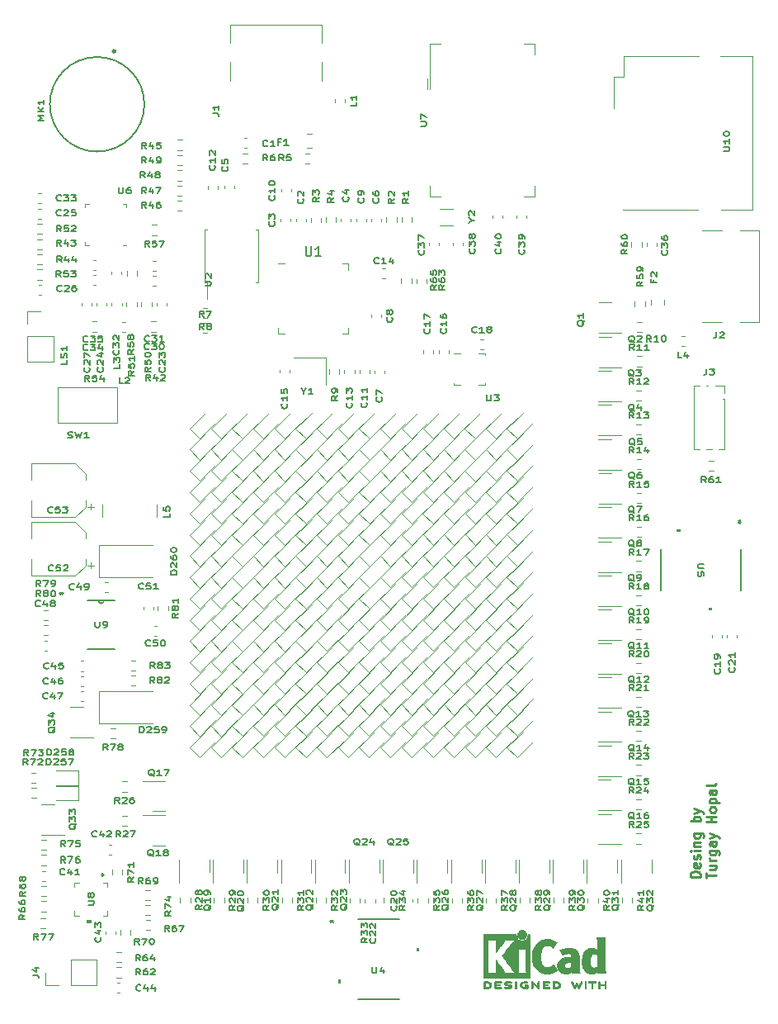
<source format=gbr>
%TF.GenerationSoftware,KiCad,Pcbnew,7.0.2*%
%TF.CreationDate,2023-07-17T10:45:44+03:00*%
%TF.ProjectId,DeskSandGlass,4465736b-5361-46e6-9447-6c6173732e6b,rev?*%
%TF.SameCoordinates,Original*%
%TF.FileFunction,Legend,Top*%
%TF.FilePolarity,Positive*%
%FSLAX46Y46*%
G04 Gerber Fmt 4.6, Leading zero omitted, Abs format (unit mm)*
G04 Created by KiCad (PCBNEW 7.0.2) date 2023-07-17 10:45:44*
%MOMM*%
%LPD*%
G01*
G04 APERTURE LIST*
%ADD10C,0.250000*%
%ADD11C,0.150000*%
%ADD12C,0.120000*%
%ADD13C,0.127000*%
%ADD14C,0.300000*%
%ADD15C,0.152400*%
%ADD16C,0.010000*%
%ADD17C,0.100000*%
G04 APERTURE END LIST*
D10*
X182057619Y-130361904D02*
X181057619Y-130361904D01*
X181057619Y-130361904D02*
X181057619Y-130123809D01*
X181057619Y-130123809D02*
X181105238Y-129980952D01*
X181105238Y-129980952D02*
X181200476Y-129885714D01*
X181200476Y-129885714D02*
X181295714Y-129838095D01*
X181295714Y-129838095D02*
X181486190Y-129790476D01*
X181486190Y-129790476D02*
X181629047Y-129790476D01*
X181629047Y-129790476D02*
X181819523Y-129838095D01*
X181819523Y-129838095D02*
X181914761Y-129885714D01*
X181914761Y-129885714D02*
X182010000Y-129980952D01*
X182010000Y-129980952D02*
X182057619Y-130123809D01*
X182057619Y-130123809D02*
X182057619Y-130361904D01*
X182010000Y-128980952D02*
X182057619Y-129076190D01*
X182057619Y-129076190D02*
X182057619Y-129266666D01*
X182057619Y-129266666D02*
X182010000Y-129361904D01*
X182010000Y-129361904D02*
X181914761Y-129409523D01*
X181914761Y-129409523D02*
X181533809Y-129409523D01*
X181533809Y-129409523D02*
X181438571Y-129361904D01*
X181438571Y-129361904D02*
X181390952Y-129266666D01*
X181390952Y-129266666D02*
X181390952Y-129076190D01*
X181390952Y-129076190D02*
X181438571Y-128980952D01*
X181438571Y-128980952D02*
X181533809Y-128933333D01*
X181533809Y-128933333D02*
X181629047Y-128933333D01*
X181629047Y-128933333D02*
X181724285Y-129409523D01*
X182010000Y-128552380D02*
X182057619Y-128457142D01*
X182057619Y-128457142D02*
X182057619Y-128266666D01*
X182057619Y-128266666D02*
X182010000Y-128171428D01*
X182010000Y-128171428D02*
X181914761Y-128123809D01*
X181914761Y-128123809D02*
X181867142Y-128123809D01*
X181867142Y-128123809D02*
X181771904Y-128171428D01*
X181771904Y-128171428D02*
X181724285Y-128266666D01*
X181724285Y-128266666D02*
X181724285Y-128409523D01*
X181724285Y-128409523D02*
X181676666Y-128504761D01*
X181676666Y-128504761D02*
X181581428Y-128552380D01*
X181581428Y-128552380D02*
X181533809Y-128552380D01*
X181533809Y-128552380D02*
X181438571Y-128504761D01*
X181438571Y-128504761D02*
X181390952Y-128409523D01*
X181390952Y-128409523D02*
X181390952Y-128266666D01*
X181390952Y-128266666D02*
X181438571Y-128171428D01*
X182057619Y-127695237D02*
X181390952Y-127695237D01*
X181057619Y-127695237D02*
X181105238Y-127742856D01*
X181105238Y-127742856D02*
X181152857Y-127695237D01*
X181152857Y-127695237D02*
X181105238Y-127647618D01*
X181105238Y-127647618D02*
X181057619Y-127695237D01*
X181057619Y-127695237D02*
X181152857Y-127695237D01*
X181390952Y-127219047D02*
X182057619Y-127219047D01*
X181486190Y-127219047D02*
X181438571Y-127171428D01*
X181438571Y-127171428D02*
X181390952Y-127076190D01*
X181390952Y-127076190D02*
X181390952Y-126933333D01*
X181390952Y-126933333D02*
X181438571Y-126838095D01*
X181438571Y-126838095D02*
X181533809Y-126790476D01*
X181533809Y-126790476D02*
X182057619Y-126790476D01*
X181390952Y-125885714D02*
X182200476Y-125885714D01*
X182200476Y-125885714D02*
X182295714Y-125933333D01*
X182295714Y-125933333D02*
X182343333Y-125980952D01*
X182343333Y-125980952D02*
X182390952Y-126076190D01*
X182390952Y-126076190D02*
X182390952Y-126219047D01*
X182390952Y-126219047D02*
X182343333Y-126314285D01*
X182010000Y-125885714D02*
X182057619Y-125980952D01*
X182057619Y-125980952D02*
X182057619Y-126171428D01*
X182057619Y-126171428D02*
X182010000Y-126266666D01*
X182010000Y-126266666D02*
X181962380Y-126314285D01*
X181962380Y-126314285D02*
X181867142Y-126361904D01*
X181867142Y-126361904D02*
X181581428Y-126361904D01*
X181581428Y-126361904D02*
X181486190Y-126314285D01*
X181486190Y-126314285D02*
X181438571Y-126266666D01*
X181438571Y-126266666D02*
X181390952Y-126171428D01*
X181390952Y-126171428D02*
X181390952Y-125980952D01*
X181390952Y-125980952D02*
X181438571Y-125885714D01*
X182057619Y-124647618D02*
X181057619Y-124647618D01*
X181438571Y-124647618D02*
X181390952Y-124552380D01*
X181390952Y-124552380D02*
X181390952Y-124361904D01*
X181390952Y-124361904D02*
X181438571Y-124266666D01*
X181438571Y-124266666D02*
X181486190Y-124219047D01*
X181486190Y-124219047D02*
X181581428Y-124171428D01*
X181581428Y-124171428D02*
X181867142Y-124171428D01*
X181867142Y-124171428D02*
X181962380Y-124219047D01*
X181962380Y-124219047D02*
X182010000Y-124266666D01*
X182010000Y-124266666D02*
X182057619Y-124361904D01*
X182057619Y-124361904D02*
X182057619Y-124552380D01*
X182057619Y-124552380D02*
X182010000Y-124647618D01*
X181390952Y-123838094D02*
X182057619Y-123599999D01*
X181390952Y-123361904D02*
X182057619Y-123599999D01*
X182057619Y-123599999D02*
X182295714Y-123695237D01*
X182295714Y-123695237D02*
X182343333Y-123742856D01*
X182343333Y-123742856D02*
X182390952Y-123838094D01*
X182677619Y-130504761D02*
X182677619Y-129933333D01*
X183677619Y-130219047D02*
X182677619Y-130219047D01*
X183010952Y-129171428D02*
X183677619Y-129171428D01*
X183010952Y-129599999D02*
X183534761Y-129599999D01*
X183534761Y-129599999D02*
X183630000Y-129552380D01*
X183630000Y-129552380D02*
X183677619Y-129457142D01*
X183677619Y-129457142D02*
X183677619Y-129314285D01*
X183677619Y-129314285D02*
X183630000Y-129219047D01*
X183630000Y-129219047D02*
X183582380Y-129171428D01*
X183677619Y-128695237D02*
X183010952Y-128695237D01*
X183201428Y-128695237D02*
X183106190Y-128647618D01*
X183106190Y-128647618D02*
X183058571Y-128599999D01*
X183058571Y-128599999D02*
X183010952Y-128504761D01*
X183010952Y-128504761D02*
X183010952Y-128409523D01*
X183010952Y-127647618D02*
X183820476Y-127647618D01*
X183820476Y-127647618D02*
X183915714Y-127695237D01*
X183915714Y-127695237D02*
X183963333Y-127742856D01*
X183963333Y-127742856D02*
X184010952Y-127838094D01*
X184010952Y-127838094D02*
X184010952Y-127980951D01*
X184010952Y-127980951D02*
X183963333Y-128076189D01*
X183630000Y-127647618D02*
X183677619Y-127742856D01*
X183677619Y-127742856D02*
X183677619Y-127933332D01*
X183677619Y-127933332D02*
X183630000Y-128028570D01*
X183630000Y-128028570D02*
X183582380Y-128076189D01*
X183582380Y-128076189D02*
X183487142Y-128123808D01*
X183487142Y-128123808D02*
X183201428Y-128123808D01*
X183201428Y-128123808D02*
X183106190Y-128076189D01*
X183106190Y-128076189D02*
X183058571Y-128028570D01*
X183058571Y-128028570D02*
X183010952Y-127933332D01*
X183010952Y-127933332D02*
X183010952Y-127742856D01*
X183010952Y-127742856D02*
X183058571Y-127647618D01*
X183677619Y-126742856D02*
X183153809Y-126742856D01*
X183153809Y-126742856D02*
X183058571Y-126790475D01*
X183058571Y-126790475D02*
X183010952Y-126885713D01*
X183010952Y-126885713D02*
X183010952Y-127076189D01*
X183010952Y-127076189D02*
X183058571Y-127171427D01*
X183630000Y-126742856D02*
X183677619Y-126838094D01*
X183677619Y-126838094D02*
X183677619Y-127076189D01*
X183677619Y-127076189D02*
X183630000Y-127171427D01*
X183630000Y-127171427D02*
X183534761Y-127219046D01*
X183534761Y-127219046D02*
X183439523Y-127219046D01*
X183439523Y-127219046D02*
X183344285Y-127171427D01*
X183344285Y-127171427D02*
X183296666Y-127076189D01*
X183296666Y-127076189D02*
X183296666Y-126838094D01*
X183296666Y-126838094D02*
X183249047Y-126742856D01*
X183010952Y-126361903D02*
X183677619Y-126123808D01*
X183010952Y-125885713D02*
X183677619Y-126123808D01*
X183677619Y-126123808D02*
X183915714Y-126219046D01*
X183915714Y-126219046D02*
X183963333Y-126266665D01*
X183963333Y-126266665D02*
X184010952Y-126361903D01*
X183677619Y-124742855D02*
X182677619Y-124742855D01*
X183153809Y-124742855D02*
X183153809Y-124171427D01*
X183677619Y-124171427D02*
X182677619Y-124171427D01*
X183677619Y-123552379D02*
X183630000Y-123647617D01*
X183630000Y-123647617D02*
X183582380Y-123695236D01*
X183582380Y-123695236D02*
X183487142Y-123742855D01*
X183487142Y-123742855D02*
X183201428Y-123742855D01*
X183201428Y-123742855D02*
X183106190Y-123695236D01*
X183106190Y-123695236D02*
X183058571Y-123647617D01*
X183058571Y-123647617D02*
X183010952Y-123552379D01*
X183010952Y-123552379D02*
X183010952Y-123409522D01*
X183010952Y-123409522D02*
X183058571Y-123314284D01*
X183058571Y-123314284D02*
X183106190Y-123266665D01*
X183106190Y-123266665D02*
X183201428Y-123219046D01*
X183201428Y-123219046D02*
X183487142Y-123219046D01*
X183487142Y-123219046D02*
X183582380Y-123266665D01*
X183582380Y-123266665D02*
X183630000Y-123314284D01*
X183630000Y-123314284D02*
X183677619Y-123409522D01*
X183677619Y-123409522D02*
X183677619Y-123552379D01*
X183010952Y-122790474D02*
X184010952Y-122790474D01*
X183058571Y-122790474D02*
X183010952Y-122695236D01*
X183010952Y-122695236D02*
X183010952Y-122504760D01*
X183010952Y-122504760D02*
X183058571Y-122409522D01*
X183058571Y-122409522D02*
X183106190Y-122361903D01*
X183106190Y-122361903D02*
X183201428Y-122314284D01*
X183201428Y-122314284D02*
X183487142Y-122314284D01*
X183487142Y-122314284D02*
X183582380Y-122361903D01*
X183582380Y-122361903D02*
X183630000Y-122409522D01*
X183630000Y-122409522D02*
X183677619Y-122504760D01*
X183677619Y-122504760D02*
X183677619Y-122695236D01*
X183677619Y-122695236D02*
X183630000Y-122790474D01*
X183677619Y-121457141D02*
X183153809Y-121457141D01*
X183153809Y-121457141D02*
X183058571Y-121504760D01*
X183058571Y-121504760D02*
X183010952Y-121599998D01*
X183010952Y-121599998D02*
X183010952Y-121790474D01*
X183010952Y-121790474D02*
X183058571Y-121885712D01*
X183630000Y-121457141D02*
X183677619Y-121552379D01*
X183677619Y-121552379D02*
X183677619Y-121790474D01*
X183677619Y-121790474D02*
X183630000Y-121885712D01*
X183630000Y-121885712D02*
X183534761Y-121933331D01*
X183534761Y-121933331D02*
X183439523Y-121933331D01*
X183439523Y-121933331D02*
X183344285Y-121885712D01*
X183344285Y-121885712D02*
X183296666Y-121790474D01*
X183296666Y-121790474D02*
X183296666Y-121552379D01*
X183296666Y-121552379D02*
X183249047Y-121457141D01*
X183677619Y-120838093D02*
X183630000Y-120933331D01*
X183630000Y-120933331D02*
X183534761Y-120980950D01*
X183534761Y-120980950D02*
X182677619Y-120980950D01*
D11*
%TO.C,R12*%
X175243748Y-79873105D02*
X174977081Y-79587391D01*
X174786605Y-79873105D02*
X174786605Y-79273105D01*
X174786605Y-79273105D02*
X175091367Y-79273105D01*
X175091367Y-79273105D02*
X175167557Y-79301676D01*
X175167557Y-79301676D02*
X175205652Y-79330248D01*
X175205652Y-79330248D02*
X175243748Y-79387391D01*
X175243748Y-79387391D02*
X175243748Y-79473105D01*
X175243748Y-79473105D02*
X175205652Y-79530248D01*
X175205652Y-79530248D02*
X175167557Y-79558819D01*
X175167557Y-79558819D02*
X175091367Y-79587391D01*
X175091367Y-79587391D02*
X174786605Y-79587391D01*
X176005652Y-79873105D02*
X175548509Y-79873105D01*
X175777081Y-79873105D02*
X175777081Y-79273105D01*
X175777081Y-79273105D02*
X175700890Y-79358819D01*
X175700890Y-79358819D02*
X175624700Y-79415962D01*
X175624700Y-79415962D02*
X175548509Y-79444534D01*
X176310414Y-79330248D02*
X176348510Y-79301676D01*
X176348510Y-79301676D02*
X176424700Y-79273105D01*
X176424700Y-79273105D02*
X176615176Y-79273105D01*
X176615176Y-79273105D02*
X176691367Y-79301676D01*
X176691367Y-79301676D02*
X176729462Y-79330248D01*
X176729462Y-79330248D02*
X176767557Y-79387391D01*
X176767557Y-79387391D02*
X176767557Y-79444534D01*
X176767557Y-79444534D02*
X176729462Y-79530248D01*
X176729462Y-79530248D02*
X176272319Y-79873105D01*
X176272319Y-79873105D02*
X176767557Y-79873105D01*
%TO.C,R9*%
X144852571Y-81058332D02*
X144566857Y-81324999D01*
X144852571Y-81515475D02*
X144252571Y-81515475D01*
X144252571Y-81515475D02*
X144252571Y-81210713D01*
X144252571Y-81210713D02*
X144281142Y-81134523D01*
X144281142Y-81134523D02*
X144309714Y-81096428D01*
X144309714Y-81096428D02*
X144366857Y-81058332D01*
X144366857Y-81058332D02*
X144452571Y-81058332D01*
X144452571Y-81058332D02*
X144509714Y-81096428D01*
X144509714Y-81096428D02*
X144538285Y-81134523D01*
X144538285Y-81134523D02*
X144566857Y-81210713D01*
X144566857Y-81210713D02*
X144566857Y-81515475D01*
X144852571Y-80677380D02*
X144852571Y-80524999D01*
X144852571Y-80524999D02*
X144824000Y-80448809D01*
X144824000Y-80448809D02*
X144795428Y-80410713D01*
X144795428Y-80410713D02*
X144709714Y-80334523D01*
X144709714Y-80334523D02*
X144595428Y-80296428D01*
X144595428Y-80296428D02*
X144366857Y-80296428D01*
X144366857Y-80296428D02*
X144309714Y-80334523D01*
X144309714Y-80334523D02*
X144281142Y-80372618D01*
X144281142Y-80372618D02*
X144252571Y-80448809D01*
X144252571Y-80448809D02*
X144252571Y-80601190D01*
X144252571Y-80601190D02*
X144281142Y-80677380D01*
X144281142Y-80677380D02*
X144309714Y-80715475D01*
X144309714Y-80715475D02*
X144366857Y-80753571D01*
X144366857Y-80753571D02*
X144509714Y-80753571D01*
X144509714Y-80753571D02*
X144566857Y-80715475D01*
X144566857Y-80715475D02*
X144595428Y-80677380D01*
X144595428Y-80677380D02*
X144624000Y-80601190D01*
X144624000Y-80601190D02*
X144624000Y-80448809D01*
X144624000Y-80448809D02*
X144595428Y-80372618D01*
X144595428Y-80372618D02*
X144566857Y-80334523D01*
X144566857Y-80334523D02*
X144509714Y-80296428D01*
%TO.C,R77*%
X114135714Y-136802571D02*
X113869047Y-136516857D01*
X113678571Y-136802571D02*
X113678571Y-136202571D01*
X113678571Y-136202571D02*
X113983333Y-136202571D01*
X113983333Y-136202571D02*
X114059523Y-136231142D01*
X114059523Y-136231142D02*
X114097618Y-136259714D01*
X114097618Y-136259714D02*
X114135714Y-136316857D01*
X114135714Y-136316857D02*
X114135714Y-136402571D01*
X114135714Y-136402571D02*
X114097618Y-136459714D01*
X114097618Y-136459714D02*
X114059523Y-136488285D01*
X114059523Y-136488285D02*
X113983333Y-136516857D01*
X113983333Y-136516857D02*
X113678571Y-136516857D01*
X114402380Y-136202571D02*
X114935714Y-136202571D01*
X114935714Y-136202571D02*
X114592856Y-136802571D01*
X115164285Y-136202571D02*
X115697619Y-136202571D01*
X115697619Y-136202571D02*
X115354761Y-136802571D01*
%TO.C,R44*%
X116510714Y-67327571D02*
X116244047Y-67041857D01*
X116053571Y-67327571D02*
X116053571Y-66727571D01*
X116053571Y-66727571D02*
X116358333Y-66727571D01*
X116358333Y-66727571D02*
X116434523Y-66756142D01*
X116434523Y-66756142D02*
X116472618Y-66784714D01*
X116472618Y-66784714D02*
X116510714Y-66841857D01*
X116510714Y-66841857D02*
X116510714Y-66927571D01*
X116510714Y-66927571D02*
X116472618Y-66984714D01*
X116472618Y-66984714D02*
X116434523Y-67013285D01*
X116434523Y-67013285D02*
X116358333Y-67041857D01*
X116358333Y-67041857D02*
X116053571Y-67041857D01*
X117196428Y-66927571D02*
X117196428Y-67327571D01*
X117005952Y-66699000D02*
X116815475Y-67127571D01*
X116815475Y-67127571D02*
X117310714Y-67127571D01*
X117958333Y-66927571D02*
X117958333Y-67327571D01*
X117767857Y-66699000D02*
X117577380Y-67127571D01*
X117577380Y-67127571D02*
X118072619Y-67127571D01*
%TO.C,LS1*%
X117052571Y-77389285D02*
X117052571Y-77770237D01*
X117052571Y-77770237D02*
X116452571Y-77770237D01*
X117024000Y-77160714D02*
X117052571Y-77046428D01*
X117052571Y-77046428D02*
X117052571Y-76855952D01*
X117052571Y-76855952D02*
X117024000Y-76779761D01*
X117024000Y-76779761D02*
X116995428Y-76741666D01*
X116995428Y-76741666D02*
X116938285Y-76703571D01*
X116938285Y-76703571D02*
X116881142Y-76703571D01*
X116881142Y-76703571D02*
X116824000Y-76741666D01*
X116824000Y-76741666D02*
X116795428Y-76779761D01*
X116795428Y-76779761D02*
X116766857Y-76855952D01*
X116766857Y-76855952D02*
X116738285Y-77008333D01*
X116738285Y-77008333D02*
X116709714Y-77084523D01*
X116709714Y-77084523D02*
X116681142Y-77122618D01*
X116681142Y-77122618D02*
X116624000Y-77160714D01*
X116624000Y-77160714D02*
X116566857Y-77160714D01*
X116566857Y-77160714D02*
X116509714Y-77122618D01*
X116509714Y-77122618D02*
X116481142Y-77084523D01*
X116481142Y-77084523D02*
X116452571Y-77008333D01*
X116452571Y-77008333D02*
X116452571Y-76817856D01*
X116452571Y-76817856D02*
X116481142Y-76703571D01*
X117052571Y-75941666D02*
X117052571Y-76398809D01*
X117052571Y-76170237D02*
X116452571Y-76170237D01*
X116452571Y-76170237D02*
X116538285Y-76246428D01*
X116538285Y-76246428D02*
X116595428Y-76322618D01*
X116595428Y-76322618D02*
X116624000Y-76398809D01*
%TO.C,Q7*%
X175298809Y-93034714D02*
X175222619Y-93006142D01*
X175222619Y-93006142D02*
X175146428Y-92949000D01*
X175146428Y-92949000D02*
X175032142Y-92863285D01*
X175032142Y-92863285D02*
X174955952Y-92834714D01*
X174955952Y-92834714D02*
X174879761Y-92834714D01*
X174917857Y-92977571D02*
X174841666Y-92949000D01*
X174841666Y-92949000D02*
X174765476Y-92891857D01*
X174765476Y-92891857D02*
X174727380Y-92777571D01*
X174727380Y-92777571D02*
X174727380Y-92577571D01*
X174727380Y-92577571D02*
X174765476Y-92463285D01*
X174765476Y-92463285D02*
X174841666Y-92406142D01*
X174841666Y-92406142D02*
X174917857Y-92377571D01*
X174917857Y-92377571D02*
X175070238Y-92377571D01*
X175070238Y-92377571D02*
X175146428Y-92406142D01*
X175146428Y-92406142D02*
X175222619Y-92463285D01*
X175222619Y-92463285D02*
X175260714Y-92577571D01*
X175260714Y-92577571D02*
X175260714Y-92777571D01*
X175260714Y-92777571D02*
X175222619Y-92891857D01*
X175222619Y-92891857D02*
X175146428Y-92949000D01*
X175146428Y-92949000D02*
X175070238Y-92977571D01*
X175070238Y-92977571D02*
X174917857Y-92977571D01*
X175527380Y-92377571D02*
X176060714Y-92377571D01*
X176060714Y-92377571D02*
X175717856Y-92977571D01*
%TO.C,C48*%
X114310714Y-102570428D02*
X114272618Y-102599000D01*
X114272618Y-102599000D02*
X114158333Y-102627571D01*
X114158333Y-102627571D02*
X114082142Y-102627571D01*
X114082142Y-102627571D02*
X113967856Y-102599000D01*
X113967856Y-102599000D02*
X113891666Y-102541857D01*
X113891666Y-102541857D02*
X113853571Y-102484714D01*
X113853571Y-102484714D02*
X113815475Y-102370428D01*
X113815475Y-102370428D02*
X113815475Y-102284714D01*
X113815475Y-102284714D02*
X113853571Y-102170428D01*
X113853571Y-102170428D02*
X113891666Y-102113285D01*
X113891666Y-102113285D02*
X113967856Y-102056142D01*
X113967856Y-102056142D02*
X114082142Y-102027571D01*
X114082142Y-102027571D02*
X114158333Y-102027571D01*
X114158333Y-102027571D02*
X114272618Y-102056142D01*
X114272618Y-102056142D02*
X114310714Y-102084714D01*
X114996428Y-102227571D02*
X114996428Y-102627571D01*
X114805952Y-101999000D02*
X114615475Y-102427571D01*
X114615475Y-102427571D02*
X115110714Y-102427571D01*
X115529761Y-102284714D02*
X115453571Y-102256142D01*
X115453571Y-102256142D02*
X115415476Y-102227571D01*
X115415476Y-102227571D02*
X115377380Y-102170428D01*
X115377380Y-102170428D02*
X115377380Y-102141857D01*
X115377380Y-102141857D02*
X115415476Y-102084714D01*
X115415476Y-102084714D02*
X115453571Y-102056142D01*
X115453571Y-102056142D02*
X115529761Y-102027571D01*
X115529761Y-102027571D02*
X115682142Y-102027571D01*
X115682142Y-102027571D02*
X115758333Y-102056142D01*
X115758333Y-102056142D02*
X115796428Y-102084714D01*
X115796428Y-102084714D02*
X115834523Y-102141857D01*
X115834523Y-102141857D02*
X115834523Y-102170428D01*
X115834523Y-102170428D02*
X115796428Y-102227571D01*
X115796428Y-102227571D02*
X115758333Y-102256142D01*
X115758333Y-102256142D02*
X115682142Y-102284714D01*
X115682142Y-102284714D02*
X115529761Y-102284714D01*
X115529761Y-102284714D02*
X115453571Y-102313285D01*
X115453571Y-102313285D02*
X115415476Y-102341857D01*
X115415476Y-102341857D02*
X115377380Y-102399000D01*
X115377380Y-102399000D02*
X115377380Y-102513285D01*
X115377380Y-102513285D02*
X115415476Y-102570428D01*
X115415476Y-102570428D02*
X115453571Y-102599000D01*
X115453571Y-102599000D02*
X115529761Y-102627571D01*
X115529761Y-102627571D02*
X115682142Y-102627571D01*
X115682142Y-102627571D02*
X115758333Y-102599000D01*
X115758333Y-102599000D02*
X115796428Y-102570428D01*
X115796428Y-102570428D02*
X115834523Y-102513285D01*
X115834523Y-102513285D02*
X115834523Y-102399000D01*
X115834523Y-102399000D02*
X115796428Y-102341857D01*
X115796428Y-102341857D02*
X115758333Y-102313285D01*
X115758333Y-102313285D02*
X115682142Y-102284714D01*
%TO.C,U10*%
X184443105Y-55976009D02*
X184928819Y-55976009D01*
X184928819Y-55976009D02*
X184985962Y-55937914D01*
X184985962Y-55937914D02*
X185014534Y-55899819D01*
X185014534Y-55899819D02*
X185043105Y-55823628D01*
X185043105Y-55823628D02*
X185043105Y-55671247D01*
X185043105Y-55671247D02*
X185014534Y-55595057D01*
X185014534Y-55595057D02*
X184985962Y-55556962D01*
X184985962Y-55556962D02*
X184928819Y-55518866D01*
X184928819Y-55518866D02*
X184443105Y-55518866D01*
X185043105Y-54718867D02*
X185043105Y-55176010D01*
X185043105Y-54947438D02*
X184443105Y-54947438D01*
X184443105Y-54947438D02*
X184528819Y-55023629D01*
X184528819Y-55023629D02*
X184585962Y-55099819D01*
X184585962Y-55099819D02*
X184614534Y-55176010D01*
X184443105Y-54223628D02*
X184443105Y-54147438D01*
X184443105Y-54147438D02*
X184471676Y-54071247D01*
X184471676Y-54071247D02*
X184500248Y-54033152D01*
X184500248Y-54033152D02*
X184557391Y-53995057D01*
X184557391Y-53995057D02*
X184671676Y-53956962D01*
X184671676Y-53956962D02*
X184814534Y-53956962D01*
X184814534Y-53956962D02*
X184928819Y-53995057D01*
X184928819Y-53995057D02*
X184985962Y-54033152D01*
X184985962Y-54033152D02*
X185014534Y-54071247D01*
X185014534Y-54071247D02*
X185043105Y-54147438D01*
X185043105Y-54147438D02*
X185043105Y-54223628D01*
X185043105Y-54223628D02*
X185014534Y-54299819D01*
X185014534Y-54299819D02*
X184985962Y-54337914D01*
X184985962Y-54337914D02*
X184928819Y-54376009D01*
X184928819Y-54376009D02*
X184814534Y-54414105D01*
X184814534Y-54414105D02*
X184671676Y-54414105D01*
X184671676Y-54414105D02*
X184557391Y-54376009D01*
X184557391Y-54376009D02*
X184500248Y-54337914D01*
X184500248Y-54337914D02*
X184471676Y-54299819D01*
X184471676Y-54299819D02*
X184443105Y-54223628D01*
%TO.C,C42*%
X120135714Y-126195428D02*
X120097618Y-126224000D01*
X120097618Y-126224000D02*
X119983333Y-126252571D01*
X119983333Y-126252571D02*
X119907142Y-126252571D01*
X119907142Y-126252571D02*
X119792856Y-126224000D01*
X119792856Y-126224000D02*
X119716666Y-126166857D01*
X119716666Y-126166857D02*
X119678571Y-126109714D01*
X119678571Y-126109714D02*
X119640475Y-125995428D01*
X119640475Y-125995428D02*
X119640475Y-125909714D01*
X119640475Y-125909714D02*
X119678571Y-125795428D01*
X119678571Y-125795428D02*
X119716666Y-125738285D01*
X119716666Y-125738285D02*
X119792856Y-125681142D01*
X119792856Y-125681142D02*
X119907142Y-125652571D01*
X119907142Y-125652571D02*
X119983333Y-125652571D01*
X119983333Y-125652571D02*
X120097618Y-125681142D01*
X120097618Y-125681142D02*
X120135714Y-125709714D01*
X120821428Y-125852571D02*
X120821428Y-126252571D01*
X120630952Y-125624000D02*
X120440475Y-126052571D01*
X120440475Y-126052571D02*
X120935714Y-126052571D01*
X121202380Y-125709714D02*
X121240476Y-125681142D01*
X121240476Y-125681142D02*
X121316666Y-125652571D01*
X121316666Y-125652571D02*
X121507142Y-125652571D01*
X121507142Y-125652571D02*
X121583333Y-125681142D01*
X121583333Y-125681142D02*
X121621428Y-125709714D01*
X121621428Y-125709714D02*
X121659523Y-125766857D01*
X121659523Y-125766857D02*
X121659523Y-125824000D01*
X121659523Y-125824000D02*
X121621428Y-125909714D01*
X121621428Y-125909714D02*
X121164285Y-126252571D01*
X121164285Y-126252571D02*
X121659523Y-126252571D01*
%TO.C,C51*%
X124910714Y-100795428D02*
X124872618Y-100824000D01*
X124872618Y-100824000D02*
X124758333Y-100852571D01*
X124758333Y-100852571D02*
X124682142Y-100852571D01*
X124682142Y-100852571D02*
X124567856Y-100824000D01*
X124567856Y-100824000D02*
X124491666Y-100766857D01*
X124491666Y-100766857D02*
X124453571Y-100709714D01*
X124453571Y-100709714D02*
X124415475Y-100595428D01*
X124415475Y-100595428D02*
X124415475Y-100509714D01*
X124415475Y-100509714D02*
X124453571Y-100395428D01*
X124453571Y-100395428D02*
X124491666Y-100338285D01*
X124491666Y-100338285D02*
X124567856Y-100281142D01*
X124567856Y-100281142D02*
X124682142Y-100252571D01*
X124682142Y-100252571D02*
X124758333Y-100252571D01*
X124758333Y-100252571D02*
X124872618Y-100281142D01*
X124872618Y-100281142D02*
X124910714Y-100309714D01*
X125634523Y-100252571D02*
X125253571Y-100252571D01*
X125253571Y-100252571D02*
X125215475Y-100538285D01*
X125215475Y-100538285D02*
X125253571Y-100509714D01*
X125253571Y-100509714D02*
X125329761Y-100481142D01*
X125329761Y-100481142D02*
X125520237Y-100481142D01*
X125520237Y-100481142D02*
X125596428Y-100509714D01*
X125596428Y-100509714D02*
X125634523Y-100538285D01*
X125634523Y-100538285D02*
X125672618Y-100595428D01*
X125672618Y-100595428D02*
X125672618Y-100738285D01*
X125672618Y-100738285D02*
X125634523Y-100795428D01*
X125634523Y-100795428D02*
X125596428Y-100824000D01*
X125596428Y-100824000D02*
X125520237Y-100852571D01*
X125520237Y-100852571D02*
X125329761Y-100852571D01*
X125329761Y-100852571D02*
X125253571Y-100824000D01*
X125253571Y-100824000D02*
X125215475Y-100795428D01*
X126434523Y-100852571D02*
X125977380Y-100852571D01*
X126205952Y-100852571D02*
X126205952Y-100252571D01*
X126205952Y-100252571D02*
X126129761Y-100338285D01*
X126129761Y-100338285D02*
X126053571Y-100395428D01*
X126053571Y-100395428D02*
X125977380Y-100424000D01*
%TO.C,R39*%
X169243105Y-133274819D02*
X168957391Y-133541486D01*
X169243105Y-133731962D02*
X168643105Y-133731962D01*
X168643105Y-133731962D02*
X168643105Y-133427200D01*
X168643105Y-133427200D02*
X168671676Y-133351010D01*
X168671676Y-133351010D02*
X168700248Y-133312915D01*
X168700248Y-133312915D02*
X168757391Y-133274819D01*
X168757391Y-133274819D02*
X168843105Y-133274819D01*
X168843105Y-133274819D02*
X168900248Y-133312915D01*
X168900248Y-133312915D02*
X168928819Y-133351010D01*
X168928819Y-133351010D02*
X168957391Y-133427200D01*
X168957391Y-133427200D02*
X168957391Y-133731962D01*
X168643105Y-133008153D02*
X168643105Y-132512915D01*
X168643105Y-132512915D02*
X168871676Y-132779581D01*
X168871676Y-132779581D02*
X168871676Y-132665296D01*
X168871676Y-132665296D02*
X168900248Y-132589105D01*
X168900248Y-132589105D02*
X168928819Y-132551010D01*
X168928819Y-132551010D02*
X168985962Y-132512915D01*
X168985962Y-132512915D02*
X169128819Y-132512915D01*
X169128819Y-132512915D02*
X169185962Y-132551010D01*
X169185962Y-132551010D02*
X169214534Y-132589105D01*
X169214534Y-132589105D02*
X169243105Y-132665296D01*
X169243105Y-132665296D02*
X169243105Y-132893867D01*
X169243105Y-132893867D02*
X169214534Y-132970058D01*
X169214534Y-132970058D02*
X169185962Y-133008153D01*
X169243105Y-132131962D02*
X169243105Y-131979581D01*
X169243105Y-131979581D02*
X169214534Y-131903391D01*
X169214534Y-131903391D02*
X169185962Y-131865295D01*
X169185962Y-131865295D02*
X169100248Y-131789105D01*
X169100248Y-131789105D02*
X168985962Y-131751010D01*
X168985962Y-131751010D02*
X168757391Y-131751010D01*
X168757391Y-131751010D02*
X168700248Y-131789105D01*
X168700248Y-131789105D02*
X168671676Y-131827200D01*
X168671676Y-131827200D02*
X168643105Y-131903391D01*
X168643105Y-131903391D02*
X168643105Y-132055772D01*
X168643105Y-132055772D02*
X168671676Y-132131962D01*
X168671676Y-132131962D02*
X168700248Y-132170057D01*
X168700248Y-132170057D02*
X168757391Y-132208153D01*
X168757391Y-132208153D02*
X168900248Y-132208153D01*
X168900248Y-132208153D02*
X168957391Y-132170057D01*
X168957391Y-132170057D02*
X168985962Y-132131962D01*
X168985962Y-132131962D02*
X169014534Y-132055772D01*
X169014534Y-132055772D02*
X169014534Y-131903391D01*
X169014534Y-131903391D02*
X168985962Y-131827200D01*
X168985962Y-131827200D02*
X168957391Y-131789105D01*
X168957391Y-131789105D02*
X168900248Y-131751010D01*
%TO.C,C4*%
X145920428Y-60633332D02*
X145949000Y-60671428D01*
X145949000Y-60671428D02*
X145977571Y-60785713D01*
X145977571Y-60785713D02*
X145977571Y-60861904D01*
X145977571Y-60861904D02*
X145949000Y-60976190D01*
X145949000Y-60976190D02*
X145891857Y-61052380D01*
X145891857Y-61052380D02*
X145834714Y-61090475D01*
X145834714Y-61090475D02*
X145720428Y-61128571D01*
X145720428Y-61128571D02*
X145634714Y-61128571D01*
X145634714Y-61128571D02*
X145520428Y-61090475D01*
X145520428Y-61090475D02*
X145463285Y-61052380D01*
X145463285Y-61052380D02*
X145406142Y-60976190D01*
X145406142Y-60976190D02*
X145377571Y-60861904D01*
X145377571Y-60861904D02*
X145377571Y-60785713D01*
X145377571Y-60785713D02*
X145406142Y-60671428D01*
X145406142Y-60671428D02*
X145434714Y-60633332D01*
X145577571Y-59947618D02*
X145977571Y-59947618D01*
X145349000Y-60138094D02*
X145777571Y-60328571D01*
X145777571Y-60328571D02*
X145777571Y-59833332D01*
%TO.C,R40*%
X172743105Y-133294819D02*
X172457391Y-133561486D01*
X172743105Y-133751962D02*
X172143105Y-133751962D01*
X172143105Y-133751962D02*
X172143105Y-133447200D01*
X172143105Y-133447200D02*
X172171676Y-133371010D01*
X172171676Y-133371010D02*
X172200248Y-133332915D01*
X172200248Y-133332915D02*
X172257391Y-133294819D01*
X172257391Y-133294819D02*
X172343105Y-133294819D01*
X172343105Y-133294819D02*
X172400248Y-133332915D01*
X172400248Y-133332915D02*
X172428819Y-133371010D01*
X172428819Y-133371010D02*
X172457391Y-133447200D01*
X172457391Y-133447200D02*
X172457391Y-133751962D01*
X172343105Y-132609105D02*
X172743105Y-132609105D01*
X172114534Y-132799581D02*
X172543105Y-132990058D01*
X172543105Y-132990058D02*
X172543105Y-132494819D01*
X172143105Y-132037676D02*
X172143105Y-131961486D01*
X172143105Y-131961486D02*
X172171676Y-131885295D01*
X172171676Y-131885295D02*
X172200248Y-131847200D01*
X172200248Y-131847200D02*
X172257391Y-131809105D01*
X172257391Y-131809105D02*
X172371676Y-131771010D01*
X172371676Y-131771010D02*
X172514534Y-131771010D01*
X172514534Y-131771010D02*
X172628819Y-131809105D01*
X172628819Y-131809105D02*
X172685962Y-131847200D01*
X172685962Y-131847200D02*
X172714534Y-131885295D01*
X172714534Y-131885295D02*
X172743105Y-131961486D01*
X172743105Y-131961486D02*
X172743105Y-132037676D01*
X172743105Y-132037676D02*
X172714534Y-132113867D01*
X172714534Y-132113867D02*
X172685962Y-132151962D01*
X172685962Y-132151962D02*
X172628819Y-132190057D01*
X172628819Y-132190057D02*
X172514534Y-132228153D01*
X172514534Y-132228153D02*
X172371676Y-132228153D01*
X172371676Y-132228153D02*
X172257391Y-132190057D01*
X172257391Y-132190057D02*
X172200248Y-132151962D01*
X172200248Y-132151962D02*
X172171676Y-132113867D01*
X172171676Y-132113867D02*
X172143105Y-132037676D01*
%TO.C,MK1*%
X114726090Y-52838367D02*
X114126090Y-52838367D01*
X114126090Y-52838367D02*
X114554661Y-52571701D01*
X114554661Y-52571701D02*
X114126090Y-52305034D01*
X114126090Y-52305034D02*
X114726090Y-52305034D01*
X114726090Y-51924081D02*
X114126090Y-51924081D01*
X114726090Y-51466938D02*
X114383233Y-51809796D01*
X114126090Y-51466938D02*
X114468947Y-51924081D01*
X114726090Y-50705034D02*
X114726090Y-51162177D01*
X114726090Y-50933605D02*
X114126090Y-50933605D01*
X114126090Y-50933605D02*
X114211804Y-51009796D01*
X114211804Y-51009796D02*
X114268947Y-51085986D01*
X114268947Y-51085986D02*
X114297519Y-51162177D01*
%TO.C,Q22*%
X142309714Y-133182142D02*
X142281142Y-133258332D01*
X142281142Y-133258332D02*
X142224000Y-133334523D01*
X142224000Y-133334523D02*
X142138285Y-133448809D01*
X142138285Y-133448809D02*
X142109714Y-133524999D01*
X142109714Y-133524999D02*
X142109714Y-133601190D01*
X142252571Y-133563094D02*
X142224000Y-133639285D01*
X142224000Y-133639285D02*
X142166857Y-133715475D01*
X142166857Y-133715475D02*
X142052571Y-133753571D01*
X142052571Y-133753571D02*
X141852571Y-133753571D01*
X141852571Y-133753571D02*
X141738285Y-133715475D01*
X141738285Y-133715475D02*
X141681142Y-133639285D01*
X141681142Y-133639285D02*
X141652571Y-133563094D01*
X141652571Y-133563094D02*
X141652571Y-133410713D01*
X141652571Y-133410713D02*
X141681142Y-133334523D01*
X141681142Y-133334523D02*
X141738285Y-133258332D01*
X141738285Y-133258332D02*
X141852571Y-133220237D01*
X141852571Y-133220237D02*
X142052571Y-133220237D01*
X142052571Y-133220237D02*
X142166857Y-133258332D01*
X142166857Y-133258332D02*
X142224000Y-133334523D01*
X142224000Y-133334523D02*
X142252571Y-133410713D01*
X142252571Y-133410713D02*
X142252571Y-133563094D01*
X141709714Y-132915476D02*
X141681142Y-132877380D01*
X141681142Y-132877380D02*
X141652571Y-132801190D01*
X141652571Y-132801190D02*
X141652571Y-132610714D01*
X141652571Y-132610714D02*
X141681142Y-132534523D01*
X141681142Y-132534523D02*
X141709714Y-132496428D01*
X141709714Y-132496428D02*
X141766857Y-132458333D01*
X141766857Y-132458333D02*
X141824000Y-132458333D01*
X141824000Y-132458333D02*
X141909714Y-132496428D01*
X141909714Y-132496428D02*
X142252571Y-132953571D01*
X142252571Y-132953571D02*
X142252571Y-132458333D01*
X141709714Y-132153571D02*
X141681142Y-132115475D01*
X141681142Y-132115475D02*
X141652571Y-132039285D01*
X141652571Y-132039285D02*
X141652571Y-131848809D01*
X141652571Y-131848809D02*
X141681142Y-131772618D01*
X141681142Y-131772618D02*
X141709714Y-131734523D01*
X141709714Y-131734523D02*
X141766857Y-131696428D01*
X141766857Y-131696428D02*
X141824000Y-131696428D01*
X141824000Y-131696428D02*
X141909714Y-131734523D01*
X141909714Y-131734523D02*
X142252571Y-132191666D01*
X142252571Y-132191666D02*
X142252571Y-131696428D01*
%TO.C,J1*%
X132077571Y-52066666D02*
X132506142Y-52066666D01*
X132506142Y-52066666D02*
X132591857Y-52104761D01*
X132591857Y-52104761D02*
X132649000Y-52180952D01*
X132649000Y-52180952D02*
X132677571Y-52295237D01*
X132677571Y-52295237D02*
X132677571Y-52371428D01*
X132677571Y-51266666D02*
X132677571Y-51723809D01*
X132677571Y-51495237D02*
X132077571Y-51495237D01*
X132077571Y-51495237D02*
X132163285Y-51571428D01*
X132163285Y-51571428D02*
X132220428Y-51647618D01*
X132220428Y-51647618D02*
X132249000Y-51723809D01*
%TO.C,C16*%
X155945428Y-74164285D02*
X155974000Y-74202381D01*
X155974000Y-74202381D02*
X156002571Y-74316666D01*
X156002571Y-74316666D02*
X156002571Y-74392857D01*
X156002571Y-74392857D02*
X155974000Y-74507143D01*
X155974000Y-74507143D02*
X155916857Y-74583333D01*
X155916857Y-74583333D02*
X155859714Y-74621428D01*
X155859714Y-74621428D02*
X155745428Y-74659524D01*
X155745428Y-74659524D02*
X155659714Y-74659524D01*
X155659714Y-74659524D02*
X155545428Y-74621428D01*
X155545428Y-74621428D02*
X155488285Y-74583333D01*
X155488285Y-74583333D02*
X155431142Y-74507143D01*
X155431142Y-74507143D02*
X155402571Y-74392857D01*
X155402571Y-74392857D02*
X155402571Y-74316666D01*
X155402571Y-74316666D02*
X155431142Y-74202381D01*
X155431142Y-74202381D02*
X155459714Y-74164285D01*
X156002571Y-73402381D02*
X156002571Y-73859524D01*
X156002571Y-73630952D02*
X155402571Y-73630952D01*
X155402571Y-73630952D02*
X155488285Y-73707143D01*
X155488285Y-73707143D02*
X155545428Y-73783333D01*
X155545428Y-73783333D02*
X155574000Y-73859524D01*
X155402571Y-72716666D02*
X155402571Y-72869047D01*
X155402571Y-72869047D02*
X155431142Y-72945238D01*
X155431142Y-72945238D02*
X155459714Y-72983333D01*
X155459714Y-72983333D02*
X155545428Y-73059523D01*
X155545428Y-73059523D02*
X155659714Y-73097619D01*
X155659714Y-73097619D02*
X155888285Y-73097619D01*
X155888285Y-73097619D02*
X155945428Y-73059523D01*
X155945428Y-73059523D02*
X155974000Y-73021428D01*
X155974000Y-73021428D02*
X156002571Y-72945238D01*
X156002571Y-72945238D02*
X156002571Y-72792857D01*
X156002571Y-72792857D02*
X155974000Y-72716666D01*
X155974000Y-72716666D02*
X155945428Y-72678571D01*
X155945428Y-72678571D02*
X155888285Y-72640476D01*
X155888285Y-72640476D02*
X155745428Y-72640476D01*
X155745428Y-72640476D02*
X155688285Y-72678571D01*
X155688285Y-72678571D02*
X155659714Y-72716666D01*
X155659714Y-72716666D02*
X155631142Y-72792857D01*
X155631142Y-72792857D02*
X155631142Y-72945238D01*
X155631142Y-72945238D02*
X155659714Y-73021428D01*
X155659714Y-73021428D02*
X155688285Y-73059523D01*
X155688285Y-73059523D02*
X155745428Y-73097619D01*
%TO.C,R10*%
X177035714Y-75477571D02*
X176769047Y-75191857D01*
X176578571Y-75477571D02*
X176578571Y-74877571D01*
X176578571Y-74877571D02*
X176883333Y-74877571D01*
X176883333Y-74877571D02*
X176959523Y-74906142D01*
X176959523Y-74906142D02*
X176997618Y-74934714D01*
X176997618Y-74934714D02*
X177035714Y-74991857D01*
X177035714Y-74991857D02*
X177035714Y-75077571D01*
X177035714Y-75077571D02*
X176997618Y-75134714D01*
X176997618Y-75134714D02*
X176959523Y-75163285D01*
X176959523Y-75163285D02*
X176883333Y-75191857D01*
X176883333Y-75191857D02*
X176578571Y-75191857D01*
X177797618Y-75477571D02*
X177340475Y-75477571D01*
X177569047Y-75477571D02*
X177569047Y-74877571D01*
X177569047Y-74877571D02*
X177492856Y-74963285D01*
X177492856Y-74963285D02*
X177416666Y-75020428D01*
X177416666Y-75020428D02*
X177340475Y-75049000D01*
X178292857Y-74877571D02*
X178369047Y-74877571D01*
X178369047Y-74877571D02*
X178445238Y-74906142D01*
X178445238Y-74906142D02*
X178483333Y-74934714D01*
X178483333Y-74934714D02*
X178521428Y-74991857D01*
X178521428Y-74991857D02*
X178559523Y-75106142D01*
X178559523Y-75106142D02*
X178559523Y-75249000D01*
X178559523Y-75249000D02*
X178521428Y-75363285D01*
X178521428Y-75363285D02*
X178483333Y-75420428D01*
X178483333Y-75420428D02*
X178445238Y-75449000D01*
X178445238Y-75449000D02*
X178369047Y-75477571D01*
X178369047Y-75477571D02*
X178292857Y-75477571D01*
X178292857Y-75477571D02*
X178216666Y-75449000D01*
X178216666Y-75449000D02*
X178178571Y-75420428D01*
X178178571Y-75420428D02*
X178140476Y-75363285D01*
X178140476Y-75363285D02*
X178102380Y-75249000D01*
X178102380Y-75249000D02*
X178102380Y-75106142D01*
X178102380Y-75106142D02*
X178140476Y-74991857D01*
X178140476Y-74991857D02*
X178178571Y-74934714D01*
X178178571Y-74934714D02*
X178216666Y-74906142D01*
X178216666Y-74906142D02*
X178292857Y-74877571D01*
%TO.C,Q12*%
X175292857Y-110459714D02*
X175216667Y-110431142D01*
X175216667Y-110431142D02*
X175140476Y-110374000D01*
X175140476Y-110374000D02*
X175026190Y-110288285D01*
X175026190Y-110288285D02*
X174950000Y-110259714D01*
X174950000Y-110259714D02*
X174873809Y-110259714D01*
X174911905Y-110402571D02*
X174835714Y-110374000D01*
X174835714Y-110374000D02*
X174759524Y-110316857D01*
X174759524Y-110316857D02*
X174721428Y-110202571D01*
X174721428Y-110202571D02*
X174721428Y-110002571D01*
X174721428Y-110002571D02*
X174759524Y-109888285D01*
X174759524Y-109888285D02*
X174835714Y-109831142D01*
X174835714Y-109831142D02*
X174911905Y-109802571D01*
X174911905Y-109802571D02*
X175064286Y-109802571D01*
X175064286Y-109802571D02*
X175140476Y-109831142D01*
X175140476Y-109831142D02*
X175216667Y-109888285D01*
X175216667Y-109888285D02*
X175254762Y-110002571D01*
X175254762Y-110002571D02*
X175254762Y-110202571D01*
X175254762Y-110202571D02*
X175216667Y-110316857D01*
X175216667Y-110316857D02*
X175140476Y-110374000D01*
X175140476Y-110374000D02*
X175064286Y-110402571D01*
X175064286Y-110402571D02*
X174911905Y-110402571D01*
X176016666Y-110402571D02*
X175559523Y-110402571D01*
X175788095Y-110402571D02*
X175788095Y-109802571D01*
X175788095Y-109802571D02*
X175711904Y-109888285D01*
X175711904Y-109888285D02*
X175635714Y-109945428D01*
X175635714Y-109945428D02*
X175559523Y-109974000D01*
X176321428Y-109859714D02*
X176359524Y-109831142D01*
X176359524Y-109831142D02*
X176435714Y-109802571D01*
X176435714Y-109802571D02*
X176626190Y-109802571D01*
X176626190Y-109802571D02*
X176702381Y-109831142D01*
X176702381Y-109831142D02*
X176740476Y-109859714D01*
X176740476Y-109859714D02*
X176778571Y-109916857D01*
X176778571Y-109916857D02*
X176778571Y-109974000D01*
X176778571Y-109974000D02*
X176740476Y-110059714D01*
X176740476Y-110059714D02*
X176283333Y-110402571D01*
X176283333Y-110402571D02*
X176778571Y-110402571D01*
%TO.C,R82*%
X126060714Y-110477571D02*
X125794047Y-110191857D01*
X125603571Y-110477571D02*
X125603571Y-109877571D01*
X125603571Y-109877571D02*
X125908333Y-109877571D01*
X125908333Y-109877571D02*
X125984523Y-109906142D01*
X125984523Y-109906142D02*
X126022618Y-109934714D01*
X126022618Y-109934714D02*
X126060714Y-109991857D01*
X126060714Y-109991857D02*
X126060714Y-110077571D01*
X126060714Y-110077571D02*
X126022618Y-110134714D01*
X126022618Y-110134714D02*
X125984523Y-110163285D01*
X125984523Y-110163285D02*
X125908333Y-110191857D01*
X125908333Y-110191857D02*
X125603571Y-110191857D01*
X126517856Y-110134714D02*
X126441666Y-110106142D01*
X126441666Y-110106142D02*
X126403571Y-110077571D01*
X126403571Y-110077571D02*
X126365475Y-110020428D01*
X126365475Y-110020428D02*
X126365475Y-109991857D01*
X126365475Y-109991857D02*
X126403571Y-109934714D01*
X126403571Y-109934714D02*
X126441666Y-109906142D01*
X126441666Y-109906142D02*
X126517856Y-109877571D01*
X126517856Y-109877571D02*
X126670237Y-109877571D01*
X126670237Y-109877571D02*
X126746428Y-109906142D01*
X126746428Y-109906142D02*
X126784523Y-109934714D01*
X126784523Y-109934714D02*
X126822618Y-109991857D01*
X126822618Y-109991857D02*
X126822618Y-110020428D01*
X126822618Y-110020428D02*
X126784523Y-110077571D01*
X126784523Y-110077571D02*
X126746428Y-110106142D01*
X126746428Y-110106142D02*
X126670237Y-110134714D01*
X126670237Y-110134714D02*
X126517856Y-110134714D01*
X126517856Y-110134714D02*
X126441666Y-110163285D01*
X126441666Y-110163285D02*
X126403571Y-110191857D01*
X126403571Y-110191857D02*
X126365475Y-110249000D01*
X126365475Y-110249000D02*
X126365475Y-110363285D01*
X126365475Y-110363285D02*
X126403571Y-110420428D01*
X126403571Y-110420428D02*
X126441666Y-110449000D01*
X126441666Y-110449000D02*
X126517856Y-110477571D01*
X126517856Y-110477571D02*
X126670237Y-110477571D01*
X126670237Y-110477571D02*
X126746428Y-110449000D01*
X126746428Y-110449000D02*
X126784523Y-110420428D01*
X126784523Y-110420428D02*
X126822618Y-110363285D01*
X126822618Y-110363285D02*
X126822618Y-110249000D01*
X126822618Y-110249000D02*
X126784523Y-110191857D01*
X126784523Y-110191857D02*
X126746428Y-110163285D01*
X126746428Y-110163285D02*
X126670237Y-110134714D01*
X127127380Y-109934714D02*
X127165476Y-109906142D01*
X127165476Y-109906142D02*
X127241666Y-109877571D01*
X127241666Y-109877571D02*
X127432142Y-109877571D01*
X127432142Y-109877571D02*
X127508333Y-109906142D01*
X127508333Y-109906142D02*
X127546428Y-109934714D01*
X127546428Y-109934714D02*
X127584523Y-109991857D01*
X127584523Y-109991857D02*
X127584523Y-110049000D01*
X127584523Y-110049000D02*
X127546428Y-110134714D01*
X127546428Y-110134714D02*
X127089285Y-110477571D01*
X127089285Y-110477571D02*
X127584523Y-110477571D01*
%TO.C,C24*%
X120720428Y-78114285D02*
X120749000Y-78152381D01*
X120749000Y-78152381D02*
X120777571Y-78266666D01*
X120777571Y-78266666D02*
X120777571Y-78342857D01*
X120777571Y-78342857D02*
X120749000Y-78457143D01*
X120749000Y-78457143D02*
X120691857Y-78533333D01*
X120691857Y-78533333D02*
X120634714Y-78571428D01*
X120634714Y-78571428D02*
X120520428Y-78609524D01*
X120520428Y-78609524D02*
X120434714Y-78609524D01*
X120434714Y-78609524D02*
X120320428Y-78571428D01*
X120320428Y-78571428D02*
X120263285Y-78533333D01*
X120263285Y-78533333D02*
X120206142Y-78457143D01*
X120206142Y-78457143D02*
X120177571Y-78342857D01*
X120177571Y-78342857D02*
X120177571Y-78266666D01*
X120177571Y-78266666D02*
X120206142Y-78152381D01*
X120206142Y-78152381D02*
X120234714Y-78114285D01*
X120234714Y-77809524D02*
X120206142Y-77771428D01*
X120206142Y-77771428D02*
X120177571Y-77695238D01*
X120177571Y-77695238D02*
X120177571Y-77504762D01*
X120177571Y-77504762D02*
X120206142Y-77428571D01*
X120206142Y-77428571D02*
X120234714Y-77390476D01*
X120234714Y-77390476D02*
X120291857Y-77352381D01*
X120291857Y-77352381D02*
X120349000Y-77352381D01*
X120349000Y-77352381D02*
X120434714Y-77390476D01*
X120434714Y-77390476D02*
X120777571Y-77847619D01*
X120777571Y-77847619D02*
X120777571Y-77352381D01*
X120377571Y-76666666D02*
X120777571Y-76666666D01*
X120149000Y-76857142D02*
X120577571Y-77047619D01*
X120577571Y-77047619D02*
X120577571Y-76552380D01*
%TO.C,R28*%
X130903105Y-133259819D02*
X130617391Y-133526486D01*
X130903105Y-133716962D02*
X130303105Y-133716962D01*
X130303105Y-133716962D02*
X130303105Y-133412200D01*
X130303105Y-133412200D02*
X130331676Y-133336010D01*
X130331676Y-133336010D02*
X130360248Y-133297915D01*
X130360248Y-133297915D02*
X130417391Y-133259819D01*
X130417391Y-133259819D02*
X130503105Y-133259819D01*
X130503105Y-133259819D02*
X130560248Y-133297915D01*
X130560248Y-133297915D02*
X130588819Y-133336010D01*
X130588819Y-133336010D02*
X130617391Y-133412200D01*
X130617391Y-133412200D02*
X130617391Y-133716962D01*
X130360248Y-132955058D02*
X130331676Y-132916962D01*
X130331676Y-132916962D02*
X130303105Y-132840772D01*
X130303105Y-132840772D02*
X130303105Y-132650296D01*
X130303105Y-132650296D02*
X130331676Y-132574105D01*
X130331676Y-132574105D02*
X130360248Y-132536010D01*
X130360248Y-132536010D02*
X130417391Y-132497915D01*
X130417391Y-132497915D02*
X130474534Y-132497915D01*
X130474534Y-132497915D02*
X130560248Y-132536010D01*
X130560248Y-132536010D02*
X130903105Y-132993153D01*
X130903105Y-132993153D02*
X130903105Y-132497915D01*
X130560248Y-132040772D02*
X130531676Y-132116962D01*
X130531676Y-132116962D02*
X130503105Y-132155057D01*
X130503105Y-132155057D02*
X130445962Y-132193153D01*
X130445962Y-132193153D02*
X130417391Y-132193153D01*
X130417391Y-132193153D02*
X130360248Y-132155057D01*
X130360248Y-132155057D02*
X130331676Y-132116962D01*
X130331676Y-132116962D02*
X130303105Y-132040772D01*
X130303105Y-132040772D02*
X130303105Y-131888391D01*
X130303105Y-131888391D02*
X130331676Y-131812200D01*
X130331676Y-131812200D02*
X130360248Y-131774105D01*
X130360248Y-131774105D02*
X130417391Y-131736010D01*
X130417391Y-131736010D02*
X130445962Y-131736010D01*
X130445962Y-131736010D02*
X130503105Y-131774105D01*
X130503105Y-131774105D02*
X130531676Y-131812200D01*
X130531676Y-131812200D02*
X130560248Y-131888391D01*
X130560248Y-131888391D02*
X130560248Y-132040772D01*
X130560248Y-132040772D02*
X130588819Y-132116962D01*
X130588819Y-132116962D02*
X130617391Y-132155057D01*
X130617391Y-132155057D02*
X130674534Y-132193153D01*
X130674534Y-132193153D02*
X130788819Y-132193153D01*
X130788819Y-132193153D02*
X130845962Y-132155057D01*
X130845962Y-132155057D02*
X130874534Y-132116962D01*
X130874534Y-132116962D02*
X130903105Y-132040772D01*
X130903105Y-132040772D02*
X130903105Y-131888391D01*
X130903105Y-131888391D02*
X130874534Y-131812200D01*
X130874534Y-131812200D02*
X130845962Y-131774105D01*
X130845962Y-131774105D02*
X130788819Y-131736010D01*
X130788819Y-131736010D02*
X130674534Y-131736010D01*
X130674534Y-131736010D02*
X130617391Y-131774105D01*
X130617391Y-131774105D02*
X130588819Y-131812200D01*
X130588819Y-131812200D02*
X130560248Y-131888391D01*
%TO.C,Q17*%
X126030891Y-120020248D02*
X125954701Y-119991676D01*
X125954701Y-119991676D02*
X125878510Y-119934534D01*
X125878510Y-119934534D02*
X125764224Y-119848819D01*
X125764224Y-119848819D02*
X125688034Y-119820248D01*
X125688034Y-119820248D02*
X125611843Y-119820248D01*
X125649939Y-119963105D02*
X125573748Y-119934534D01*
X125573748Y-119934534D02*
X125497558Y-119877391D01*
X125497558Y-119877391D02*
X125459462Y-119763105D01*
X125459462Y-119763105D02*
X125459462Y-119563105D01*
X125459462Y-119563105D02*
X125497558Y-119448819D01*
X125497558Y-119448819D02*
X125573748Y-119391676D01*
X125573748Y-119391676D02*
X125649939Y-119363105D01*
X125649939Y-119363105D02*
X125802320Y-119363105D01*
X125802320Y-119363105D02*
X125878510Y-119391676D01*
X125878510Y-119391676D02*
X125954701Y-119448819D01*
X125954701Y-119448819D02*
X125992796Y-119563105D01*
X125992796Y-119563105D02*
X125992796Y-119763105D01*
X125992796Y-119763105D02*
X125954701Y-119877391D01*
X125954701Y-119877391D02*
X125878510Y-119934534D01*
X125878510Y-119934534D02*
X125802320Y-119963105D01*
X125802320Y-119963105D02*
X125649939Y-119963105D01*
X126754700Y-119963105D02*
X126297557Y-119963105D01*
X126526129Y-119963105D02*
X126526129Y-119363105D01*
X126526129Y-119363105D02*
X126449938Y-119448819D01*
X126449938Y-119448819D02*
X126373748Y-119505962D01*
X126373748Y-119505962D02*
X126297557Y-119534534D01*
X127021367Y-119363105D02*
X127554701Y-119363105D01*
X127554701Y-119363105D02*
X127211843Y-119963105D01*
%TO.C,R35*%
X155313105Y-133294819D02*
X155027391Y-133561486D01*
X155313105Y-133751962D02*
X154713105Y-133751962D01*
X154713105Y-133751962D02*
X154713105Y-133447200D01*
X154713105Y-133447200D02*
X154741676Y-133371010D01*
X154741676Y-133371010D02*
X154770248Y-133332915D01*
X154770248Y-133332915D02*
X154827391Y-133294819D01*
X154827391Y-133294819D02*
X154913105Y-133294819D01*
X154913105Y-133294819D02*
X154970248Y-133332915D01*
X154970248Y-133332915D02*
X154998819Y-133371010D01*
X154998819Y-133371010D02*
X155027391Y-133447200D01*
X155027391Y-133447200D02*
X155027391Y-133751962D01*
X154713105Y-133028153D02*
X154713105Y-132532915D01*
X154713105Y-132532915D02*
X154941676Y-132799581D01*
X154941676Y-132799581D02*
X154941676Y-132685296D01*
X154941676Y-132685296D02*
X154970248Y-132609105D01*
X154970248Y-132609105D02*
X154998819Y-132571010D01*
X154998819Y-132571010D02*
X155055962Y-132532915D01*
X155055962Y-132532915D02*
X155198819Y-132532915D01*
X155198819Y-132532915D02*
X155255962Y-132571010D01*
X155255962Y-132571010D02*
X155284534Y-132609105D01*
X155284534Y-132609105D02*
X155313105Y-132685296D01*
X155313105Y-132685296D02*
X155313105Y-132913867D01*
X155313105Y-132913867D02*
X155284534Y-132990058D01*
X155284534Y-132990058D02*
X155255962Y-133028153D01*
X154713105Y-131809105D02*
X154713105Y-132190057D01*
X154713105Y-132190057D02*
X154998819Y-132228153D01*
X154998819Y-132228153D02*
X154970248Y-132190057D01*
X154970248Y-132190057D02*
X154941676Y-132113867D01*
X154941676Y-132113867D02*
X154941676Y-131923391D01*
X154941676Y-131923391D02*
X154970248Y-131847200D01*
X154970248Y-131847200D02*
X154998819Y-131809105D01*
X154998819Y-131809105D02*
X155055962Y-131771010D01*
X155055962Y-131771010D02*
X155198819Y-131771010D01*
X155198819Y-131771010D02*
X155255962Y-131809105D01*
X155255962Y-131809105D02*
X155284534Y-131847200D01*
X155284534Y-131847200D02*
X155313105Y-131923391D01*
X155313105Y-131923391D02*
X155313105Y-132113867D01*
X155313105Y-132113867D02*
X155284534Y-132190057D01*
X155284534Y-132190057D02*
X155255962Y-132228153D01*
%TO.C,R53*%
X116435714Y-68827571D02*
X116169047Y-68541857D01*
X115978571Y-68827571D02*
X115978571Y-68227571D01*
X115978571Y-68227571D02*
X116283333Y-68227571D01*
X116283333Y-68227571D02*
X116359523Y-68256142D01*
X116359523Y-68256142D02*
X116397618Y-68284714D01*
X116397618Y-68284714D02*
X116435714Y-68341857D01*
X116435714Y-68341857D02*
X116435714Y-68427571D01*
X116435714Y-68427571D02*
X116397618Y-68484714D01*
X116397618Y-68484714D02*
X116359523Y-68513285D01*
X116359523Y-68513285D02*
X116283333Y-68541857D01*
X116283333Y-68541857D02*
X115978571Y-68541857D01*
X117159523Y-68227571D02*
X116778571Y-68227571D01*
X116778571Y-68227571D02*
X116740475Y-68513285D01*
X116740475Y-68513285D02*
X116778571Y-68484714D01*
X116778571Y-68484714D02*
X116854761Y-68456142D01*
X116854761Y-68456142D02*
X117045237Y-68456142D01*
X117045237Y-68456142D02*
X117121428Y-68484714D01*
X117121428Y-68484714D02*
X117159523Y-68513285D01*
X117159523Y-68513285D02*
X117197618Y-68570428D01*
X117197618Y-68570428D02*
X117197618Y-68713285D01*
X117197618Y-68713285D02*
X117159523Y-68770428D01*
X117159523Y-68770428D02*
X117121428Y-68799000D01*
X117121428Y-68799000D02*
X117045237Y-68827571D01*
X117045237Y-68827571D02*
X116854761Y-68827571D01*
X116854761Y-68827571D02*
X116778571Y-68799000D01*
X116778571Y-68799000D02*
X116740475Y-68770428D01*
X117464285Y-68227571D02*
X117959523Y-68227571D01*
X117959523Y-68227571D02*
X117692857Y-68456142D01*
X117692857Y-68456142D02*
X117807142Y-68456142D01*
X117807142Y-68456142D02*
X117883333Y-68484714D01*
X117883333Y-68484714D02*
X117921428Y-68513285D01*
X117921428Y-68513285D02*
X117959523Y-68570428D01*
X117959523Y-68570428D02*
X117959523Y-68713285D01*
X117959523Y-68713285D02*
X117921428Y-68770428D01*
X117921428Y-68770428D02*
X117883333Y-68799000D01*
X117883333Y-68799000D02*
X117807142Y-68827571D01*
X117807142Y-68827571D02*
X117578571Y-68827571D01*
X117578571Y-68827571D02*
X117502380Y-68799000D01*
X117502380Y-68799000D02*
X117464285Y-68770428D01*
%TO.C,F2*%
X177288285Y-69166666D02*
X177288285Y-69433332D01*
X177602571Y-69433332D02*
X177002571Y-69433332D01*
X177002571Y-69433332D02*
X177002571Y-69052380D01*
X177059714Y-68785714D02*
X177031142Y-68747618D01*
X177031142Y-68747618D02*
X177002571Y-68671428D01*
X177002571Y-68671428D02*
X177002571Y-68480952D01*
X177002571Y-68480952D02*
X177031142Y-68404761D01*
X177031142Y-68404761D02*
X177059714Y-68366666D01*
X177059714Y-68366666D02*
X177116857Y-68328571D01*
X177116857Y-68328571D02*
X177174000Y-68328571D01*
X177174000Y-68328571D02*
X177259714Y-68366666D01*
X177259714Y-68366666D02*
X177602571Y-68823809D01*
X177602571Y-68823809D02*
X177602571Y-68328571D01*
%TO.C,C41*%
X116835714Y-130070428D02*
X116797618Y-130099000D01*
X116797618Y-130099000D02*
X116683333Y-130127571D01*
X116683333Y-130127571D02*
X116607142Y-130127571D01*
X116607142Y-130127571D02*
X116492856Y-130099000D01*
X116492856Y-130099000D02*
X116416666Y-130041857D01*
X116416666Y-130041857D02*
X116378571Y-129984714D01*
X116378571Y-129984714D02*
X116340475Y-129870428D01*
X116340475Y-129870428D02*
X116340475Y-129784714D01*
X116340475Y-129784714D02*
X116378571Y-129670428D01*
X116378571Y-129670428D02*
X116416666Y-129613285D01*
X116416666Y-129613285D02*
X116492856Y-129556142D01*
X116492856Y-129556142D02*
X116607142Y-129527571D01*
X116607142Y-129527571D02*
X116683333Y-129527571D01*
X116683333Y-129527571D02*
X116797618Y-129556142D01*
X116797618Y-129556142D02*
X116835714Y-129584714D01*
X117521428Y-129727571D02*
X117521428Y-130127571D01*
X117330952Y-129499000D02*
X117140475Y-129927571D01*
X117140475Y-129927571D02*
X117635714Y-129927571D01*
X118359523Y-130127571D02*
X117902380Y-130127571D01*
X118130952Y-130127571D02*
X118130952Y-129527571D01*
X118130952Y-129527571D02*
X118054761Y-129613285D01*
X118054761Y-129613285D02*
X117978571Y-129670428D01*
X117978571Y-129670428D02*
X117902380Y-129699000D01*
%TO.C,U7*%
X153358105Y-53405057D02*
X153843819Y-53405057D01*
X153843819Y-53405057D02*
X153900962Y-53366962D01*
X153900962Y-53366962D02*
X153929534Y-53328867D01*
X153929534Y-53328867D02*
X153958105Y-53252676D01*
X153958105Y-53252676D02*
X153958105Y-53100295D01*
X153958105Y-53100295D02*
X153929534Y-53024105D01*
X153929534Y-53024105D02*
X153900962Y-52986010D01*
X153900962Y-52986010D02*
X153843819Y-52947914D01*
X153843819Y-52947914D02*
X153358105Y-52947914D01*
X153358105Y-52643153D02*
X153358105Y-52109819D01*
X153358105Y-52109819D02*
X153958105Y-52452677D01*
%TO.C,Q9*%
X175273809Y-100034714D02*
X175197619Y-100006142D01*
X175197619Y-100006142D02*
X175121428Y-99949000D01*
X175121428Y-99949000D02*
X175007142Y-99863285D01*
X175007142Y-99863285D02*
X174930952Y-99834714D01*
X174930952Y-99834714D02*
X174854761Y-99834714D01*
X174892857Y-99977571D02*
X174816666Y-99949000D01*
X174816666Y-99949000D02*
X174740476Y-99891857D01*
X174740476Y-99891857D02*
X174702380Y-99777571D01*
X174702380Y-99777571D02*
X174702380Y-99577571D01*
X174702380Y-99577571D02*
X174740476Y-99463285D01*
X174740476Y-99463285D02*
X174816666Y-99406142D01*
X174816666Y-99406142D02*
X174892857Y-99377571D01*
X174892857Y-99377571D02*
X175045238Y-99377571D01*
X175045238Y-99377571D02*
X175121428Y-99406142D01*
X175121428Y-99406142D02*
X175197619Y-99463285D01*
X175197619Y-99463285D02*
X175235714Y-99577571D01*
X175235714Y-99577571D02*
X175235714Y-99777571D01*
X175235714Y-99777571D02*
X175197619Y-99891857D01*
X175197619Y-99891857D02*
X175121428Y-99949000D01*
X175121428Y-99949000D02*
X175045238Y-99977571D01*
X175045238Y-99977571D02*
X174892857Y-99977571D01*
X175616666Y-99977571D02*
X175769047Y-99977571D01*
X175769047Y-99977571D02*
X175845237Y-99949000D01*
X175845237Y-99949000D02*
X175883333Y-99920428D01*
X175883333Y-99920428D02*
X175959523Y-99834714D01*
X175959523Y-99834714D02*
X175997618Y-99720428D01*
X175997618Y-99720428D02*
X175997618Y-99491857D01*
X175997618Y-99491857D02*
X175959523Y-99434714D01*
X175959523Y-99434714D02*
X175921428Y-99406142D01*
X175921428Y-99406142D02*
X175845237Y-99377571D01*
X175845237Y-99377571D02*
X175692856Y-99377571D01*
X175692856Y-99377571D02*
X175616666Y-99406142D01*
X175616666Y-99406142D02*
X175578571Y-99434714D01*
X175578571Y-99434714D02*
X175540475Y-99491857D01*
X175540475Y-99491857D02*
X175540475Y-99634714D01*
X175540475Y-99634714D02*
X175578571Y-99691857D01*
X175578571Y-99691857D02*
X175616666Y-99720428D01*
X175616666Y-99720428D02*
X175692856Y-99749000D01*
X175692856Y-99749000D02*
X175845237Y-99749000D01*
X175845237Y-99749000D02*
X175921428Y-99720428D01*
X175921428Y-99720428D02*
X175959523Y-99691857D01*
X175959523Y-99691857D02*
X175997618Y-99634714D01*
%TO.C,R67*%
X127560714Y-135952571D02*
X127294047Y-135666857D01*
X127103571Y-135952571D02*
X127103571Y-135352571D01*
X127103571Y-135352571D02*
X127408333Y-135352571D01*
X127408333Y-135352571D02*
X127484523Y-135381142D01*
X127484523Y-135381142D02*
X127522618Y-135409714D01*
X127522618Y-135409714D02*
X127560714Y-135466857D01*
X127560714Y-135466857D02*
X127560714Y-135552571D01*
X127560714Y-135552571D02*
X127522618Y-135609714D01*
X127522618Y-135609714D02*
X127484523Y-135638285D01*
X127484523Y-135638285D02*
X127408333Y-135666857D01*
X127408333Y-135666857D02*
X127103571Y-135666857D01*
X128246428Y-135352571D02*
X128094047Y-135352571D01*
X128094047Y-135352571D02*
X128017856Y-135381142D01*
X128017856Y-135381142D02*
X127979761Y-135409714D01*
X127979761Y-135409714D02*
X127903571Y-135495428D01*
X127903571Y-135495428D02*
X127865475Y-135609714D01*
X127865475Y-135609714D02*
X127865475Y-135838285D01*
X127865475Y-135838285D02*
X127903571Y-135895428D01*
X127903571Y-135895428D02*
X127941666Y-135924000D01*
X127941666Y-135924000D02*
X128017856Y-135952571D01*
X128017856Y-135952571D02*
X128170237Y-135952571D01*
X128170237Y-135952571D02*
X128246428Y-135924000D01*
X128246428Y-135924000D02*
X128284523Y-135895428D01*
X128284523Y-135895428D02*
X128322618Y-135838285D01*
X128322618Y-135838285D02*
X128322618Y-135695428D01*
X128322618Y-135695428D02*
X128284523Y-135638285D01*
X128284523Y-135638285D02*
X128246428Y-135609714D01*
X128246428Y-135609714D02*
X128170237Y-135581142D01*
X128170237Y-135581142D02*
X128017856Y-135581142D01*
X128017856Y-135581142D02*
X127941666Y-135609714D01*
X127941666Y-135609714D02*
X127903571Y-135638285D01*
X127903571Y-135638285D02*
X127865475Y-135695428D01*
X128589285Y-135352571D02*
X129122619Y-135352571D01*
X129122619Y-135352571D02*
X128779761Y-135952571D01*
%TO.C,R31*%
X141353105Y-133279819D02*
X141067391Y-133546486D01*
X141353105Y-133736962D02*
X140753105Y-133736962D01*
X140753105Y-133736962D02*
X140753105Y-133432200D01*
X140753105Y-133432200D02*
X140781676Y-133356010D01*
X140781676Y-133356010D02*
X140810248Y-133317915D01*
X140810248Y-133317915D02*
X140867391Y-133279819D01*
X140867391Y-133279819D02*
X140953105Y-133279819D01*
X140953105Y-133279819D02*
X141010248Y-133317915D01*
X141010248Y-133317915D02*
X141038819Y-133356010D01*
X141038819Y-133356010D02*
X141067391Y-133432200D01*
X141067391Y-133432200D02*
X141067391Y-133736962D01*
X140753105Y-133013153D02*
X140753105Y-132517915D01*
X140753105Y-132517915D02*
X140981676Y-132784581D01*
X140981676Y-132784581D02*
X140981676Y-132670296D01*
X140981676Y-132670296D02*
X141010248Y-132594105D01*
X141010248Y-132594105D02*
X141038819Y-132556010D01*
X141038819Y-132556010D02*
X141095962Y-132517915D01*
X141095962Y-132517915D02*
X141238819Y-132517915D01*
X141238819Y-132517915D02*
X141295962Y-132556010D01*
X141295962Y-132556010D02*
X141324534Y-132594105D01*
X141324534Y-132594105D02*
X141353105Y-132670296D01*
X141353105Y-132670296D02*
X141353105Y-132898867D01*
X141353105Y-132898867D02*
X141324534Y-132975058D01*
X141324534Y-132975058D02*
X141295962Y-133013153D01*
X141353105Y-131756010D02*
X141353105Y-132213153D01*
X141353105Y-131984581D02*
X140753105Y-131984581D01*
X140753105Y-131984581D02*
X140838819Y-132060772D01*
X140838819Y-132060772D02*
X140895962Y-132136962D01*
X140895962Y-132136962D02*
X140924534Y-132213153D01*
%TO.C,C10*%
X138345428Y-60514285D02*
X138374000Y-60552381D01*
X138374000Y-60552381D02*
X138402571Y-60666666D01*
X138402571Y-60666666D02*
X138402571Y-60742857D01*
X138402571Y-60742857D02*
X138374000Y-60857143D01*
X138374000Y-60857143D02*
X138316857Y-60933333D01*
X138316857Y-60933333D02*
X138259714Y-60971428D01*
X138259714Y-60971428D02*
X138145428Y-61009524D01*
X138145428Y-61009524D02*
X138059714Y-61009524D01*
X138059714Y-61009524D02*
X137945428Y-60971428D01*
X137945428Y-60971428D02*
X137888285Y-60933333D01*
X137888285Y-60933333D02*
X137831142Y-60857143D01*
X137831142Y-60857143D02*
X137802571Y-60742857D01*
X137802571Y-60742857D02*
X137802571Y-60666666D01*
X137802571Y-60666666D02*
X137831142Y-60552381D01*
X137831142Y-60552381D02*
X137859714Y-60514285D01*
X138402571Y-59752381D02*
X138402571Y-60209524D01*
X138402571Y-59980952D02*
X137802571Y-59980952D01*
X137802571Y-59980952D02*
X137888285Y-60057143D01*
X137888285Y-60057143D02*
X137945428Y-60133333D01*
X137945428Y-60133333D02*
X137974000Y-60209524D01*
X137802571Y-59257142D02*
X137802571Y-59180952D01*
X137802571Y-59180952D02*
X137831142Y-59104761D01*
X137831142Y-59104761D02*
X137859714Y-59066666D01*
X137859714Y-59066666D02*
X137916857Y-59028571D01*
X137916857Y-59028571D02*
X138031142Y-58990476D01*
X138031142Y-58990476D02*
X138174000Y-58990476D01*
X138174000Y-58990476D02*
X138288285Y-59028571D01*
X138288285Y-59028571D02*
X138345428Y-59066666D01*
X138345428Y-59066666D02*
X138374000Y-59104761D01*
X138374000Y-59104761D02*
X138402571Y-59180952D01*
X138402571Y-59180952D02*
X138402571Y-59257142D01*
X138402571Y-59257142D02*
X138374000Y-59333333D01*
X138374000Y-59333333D02*
X138345428Y-59371428D01*
X138345428Y-59371428D02*
X138288285Y-59409523D01*
X138288285Y-59409523D02*
X138174000Y-59447619D01*
X138174000Y-59447619D02*
X138031142Y-59447619D01*
X138031142Y-59447619D02*
X137916857Y-59409523D01*
X137916857Y-59409523D02*
X137859714Y-59371428D01*
X137859714Y-59371428D02*
X137831142Y-59333333D01*
X137831142Y-59333333D02*
X137802571Y-59257142D01*
%TO.C,C38*%
X158880962Y-65979819D02*
X158909534Y-66017915D01*
X158909534Y-66017915D02*
X158938105Y-66132200D01*
X158938105Y-66132200D02*
X158938105Y-66208391D01*
X158938105Y-66208391D02*
X158909534Y-66322677D01*
X158909534Y-66322677D02*
X158852391Y-66398867D01*
X158852391Y-66398867D02*
X158795248Y-66436962D01*
X158795248Y-66436962D02*
X158680962Y-66475058D01*
X158680962Y-66475058D02*
X158595248Y-66475058D01*
X158595248Y-66475058D02*
X158480962Y-66436962D01*
X158480962Y-66436962D02*
X158423819Y-66398867D01*
X158423819Y-66398867D02*
X158366676Y-66322677D01*
X158366676Y-66322677D02*
X158338105Y-66208391D01*
X158338105Y-66208391D02*
X158338105Y-66132200D01*
X158338105Y-66132200D02*
X158366676Y-66017915D01*
X158366676Y-66017915D02*
X158395248Y-65979819D01*
X158338105Y-65713153D02*
X158338105Y-65217915D01*
X158338105Y-65217915D02*
X158566676Y-65484581D01*
X158566676Y-65484581D02*
X158566676Y-65370296D01*
X158566676Y-65370296D02*
X158595248Y-65294105D01*
X158595248Y-65294105D02*
X158623819Y-65256010D01*
X158623819Y-65256010D02*
X158680962Y-65217915D01*
X158680962Y-65217915D02*
X158823819Y-65217915D01*
X158823819Y-65217915D02*
X158880962Y-65256010D01*
X158880962Y-65256010D02*
X158909534Y-65294105D01*
X158909534Y-65294105D02*
X158938105Y-65370296D01*
X158938105Y-65370296D02*
X158938105Y-65598867D01*
X158938105Y-65598867D02*
X158909534Y-65675058D01*
X158909534Y-65675058D02*
X158880962Y-65713153D01*
X158595248Y-64760772D02*
X158566676Y-64836962D01*
X158566676Y-64836962D02*
X158538105Y-64875057D01*
X158538105Y-64875057D02*
X158480962Y-64913153D01*
X158480962Y-64913153D02*
X158452391Y-64913153D01*
X158452391Y-64913153D02*
X158395248Y-64875057D01*
X158395248Y-64875057D02*
X158366676Y-64836962D01*
X158366676Y-64836962D02*
X158338105Y-64760772D01*
X158338105Y-64760772D02*
X158338105Y-64608391D01*
X158338105Y-64608391D02*
X158366676Y-64532200D01*
X158366676Y-64532200D02*
X158395248Y-64494105D01*
X158395248Y-64494105D02*
X158452391Y-64456010D01*
X158452391Y-64456010D02*
X158480962Y-64456010D01*
X158480962Y-64456010D02*
X158538105Y-64494105D01*
X158538105Y-64494105D02*
X158566676Y-64532200D01*
X158566676Y-64532200D02*
X158595248Y-64608391D01*
X158595248Y-64608391D02*
X158595248Y-64760772D01*
X158595248Y-64760772D02*
X158623819Y-64836962D01*
X158623819Y-64836962D02*
X158652391Y-64875057D01*
X158652391Y-64875057D02*
X158709534Y-64913153D01*
X158709534Y-64913153D02*
X158823819Y-64913153D01*
X158823819Y-64913153D02*
X158880962Y-64875057D01*
X158880962Y-64875057D02*
X158909534Y-64836962D01*
X158909534Y-64836962D02*
X158938105Y-64760772D01*
X158938105Y-64760772D02*
X158938105Y-64608391D01*
X158938105Y-64608391D02*
X158909534Y-64532200D01*
X158909534Y-64532200D02*
X158880962Y-64494105D01*
X158880962Y-64494105D02*
X158823819Y-64456010D01*
X158823819Y-64456010D02*
X158709534Y-64456010D01*
X158709534Y-64456010D02*
X158652391Y-64494105D01*
X158652391Y-64494105D02*
X158623819Y-64532200D01*
X158623819Y-64532200D02*
X158595248Y-64608391D01*
%TO.C,Q8*%
X175298809Y-96509714D02*
X175222619Y-96481142D01*
X175222619Y-96481142D02*
X175146428Y-96424000D01*
X175146428Y-96424000D02*
X175032142Y-96338285D01*
X175032142Y-96338285D02*
X174955952Y-96309714D01*
X174955952Y-96309714D02*
X174879761Y-96309714D01*
X174917857Y-96452571D02*
X174841666Y-96424000D01*
X174841666Y-96424000D02*
X174765476Y-96366857D01*
X174765476Y-96366857D02*
X174727380Y-96252571D01*
X174727380Y-96252571D02*
X174727380Y-96052571D01*
X174727380Y-96052571D02*
X174765476Y-95938285D01*
X174765476Y-95938285D02*
X174841666Y-95881142D01*
X174841666Y-95881142D02*
X174917857Y-95852571D01*
X174917857Y-95852571D02*
X175070238Y-95852571D01*
X175070238Y-95852571D02*
X175146428Y-95881142D01*
X175146428Y-95881142D02*
X175222619Y-95938285D01*
X175222619Y-95938285D02*
X175260714Y-96052571D01*
X175260714Y-96052571D02*
X175260714Y-96252571D01*
X175260714Y-96252571D02*
X175222619Y-96366857D01*
X175222619Y-96366857D02*
X175146428Y-96424000D01*
X175146428Y-96424000D02*
X175070238Y-96452571D01*
X175070238Y-96452571D02*
X174917857Y-96452571D01*
X175717856Y-96109714D02*
X175641666Y-96081142D01*
X175641666Y-96081142D02*
X175603571Y-96052571D01*
X175603571Y-96052571D02*
X175565475Y-95995428D01*
X175565475Y-95995428D02*
X175565475Y-95966857D01*
X175565475Y-95966857D02*
X175603571Y-95909714D01*
X175603571Y-95909714D02*
X175641666Y-95881142D01*
X175641666Y-95881142D02*
X175717856Y-95852571D01*
X175717856Y-95852571D02*
X175870237Y-95852571D01*
X175870237Y-95852571D02*
X175946428Y-95881142D01*
X175946428Y-95881142D02*
X175984523Y-95909714D01*
X175984523Y-95909714D02*
X176022618Y-95966857D01*
X176022618Y-95966857D02*
X176022618Y-95995428D01*
X176022618Y-95995428D02*
X175984523Y-96052571D01*
X175984523Y-96052571D02*
X175946428Y-96081142D01*
X175946428Y-96081142D02*
X175870237Y-96109714D01*
X175870237Y-96109714D02*
X175717856Y-96109714D01*
X175717856Y-96109714D02*
X175641666Y-96138285D01*
X175641666Y-96138285D02*
X175603571Y-96166857D01*
X175603571Y-96166857D02*
X175565475Y-96224000D01*
X175565475Y-96224000D02*
X175565475Y-96338285D01*
X175565475Y-96338285D02*
X175603571Y-96395428D01*
X175603571Y-96395428D02*
X175641666Y-96424000D01*
X175641666Y-96424000D02*
X175717856Y-96452571D01*
X175717856Y-96452571D02*
X175870237Y-96452571D01*
X175870237Y-96452571D02*
X175946428Y-96424000D01*
X175946428Y-96424000D02*
X175984523Y-96395428D01*
X175984523Y-96395428D02*
X176022618Y-96338285D01*
X176022618Y-96338285D02*
X176022618Y-96224000D01*
X176022618Y-96224000D02*
X175984523Y-96166857D01*
X175984523Y-96166857D02*
X175946428Y-96138285D01*
X175946428Y-96138285D02*
X175870237Y-96109714D01*
%TO.C,C17*%
X154270428Y-74189285D02*
X154299000Y-74227381D01*
X154299000Y-74227381D02*
X154327571Y-74341666D01*
X154327571Y-74341666D02*
X154327571Y-74417857D01*
X154327571Y-74417857D02*
X154299000Y-74532143D01*
X154299000Y-74532143D02*
X154241857Y-74608333D01*
X154241857Y-74608333D02*
X154184714Y-74646428D01*
X154184714Y-74646428D02*
X154070428Y-74684524D01*
X154070428Y-74684524D02*
X153984714Y-74684524D01*
X153984714Y-74684524D02*
X153870428Y-74646428D01*
X153870428Y-74646428D02*
X153813285Y-74608333D01*
X153813285Y-74608333D02*
X153756142Y-74532143D01*
X153756142Y-74532143D02*
X153727571Y-74417857D01*
X153727571Y-74417857D02*
X153727571Y-74341666D01*
X153727571Y-74341666D02*
X153756142Y-74227381D01*
X153756142Y-74227381D02*
X153784714Y-74189285D01*
X154327571Y-73427381D02*
X154327571Y-73884524D01*
X154327571Y-73655952D02*
X153727571Y-73655952D01*
X153727571Y-73655952D02*
X153813285Y-73732143D01*
X153813285Y-73732143D02*
X153870428Y-73808333D01*
X153870428Y-73808333D02*
X153899000Y-73884524D01*
X153727571Y-73160714D02*
X153727571Y-72627380D01*
X153727571Y-72627380D02*
X154327571Y-72970238D01*
%TO.C,R80*%
X114360714Y-101602571D02*
X114094047Y-101316857D01*
X113903571Y-101602571D02*
X113903571Y-101002571D01*
X113903571Y-101002571D02*
X114208333Y-101002571D01*
X114208333Y-101002571D02*
X114284523Y-101031142D01*
X114284523Y-101031142D02*
X114322618Y-101059714D01*
X114322618Y-101059714D02*
X114360714Y-101116857D01*
X114360714Y-101116857D02*
X114360714Y-101202571D01*
X114360714Y-101202571D02*
X114322618Y-101259714D01*
X114322618Y-101259714D02*
X114284523Y-101288285D01*
X114284523Y-101288285D02*
X114208333Y-101316857D01*
X114208333Y-101316857D02*
X113903571Y-101316857D01*
X114817856Y-101259714D02*
X114741666Y-101231142D01*
X114741666Y-101231142D02*
X114703571Y-101202571D01*
X114703571Y-101202571D02*
X114665475Y-101145428D01*
X114665475Y-101145428D02*
X114665475Y-101116857D01*
X114665475Y-101116857D02*
X114703571Y-101059714D01*
X114703571Y-101059714D02*
X114741666Y-101031142D01*
X114741666Y-101031142D02*
X114817856Y-101002571D01*
X114817856Y-101002571D02*
X114970237Y-101002571D01*
X114970237Y-101002571D02*
X115046428Y-101031142D01*
X115046428Y-101031142D02*
X115084523Y-101059714D01*
X115084523Y-101059714D02*
X115122618Y-101116857D01*
X115122618Y-101116857D02*
X115122618Y-101145428D01*
X115122618Y-101145428D02*
X115084523Y-101202571D01*
X115084523Y-101202571D02*
X115046428Y-101231142D01*
X115046428Y-101231142D02*
X114970237Y-101259714D01*
X114970237Y-101259714D02*
X114817856Y-101259714D01*
X114817856Y-101259714D02*
X114741666Y-101288285D01*
X114741666Y-101288285D02*
X114703571Y-101316857D01*
X114703571Y-101316857D02*
X114665475Y-101374000D01*
X114665475Y-101374000D02*
X114665475Y-101488285D01*
X114665475Y-101488285D02*
X114703571Y-101545428D01*
X114703571Y-101545428D02*
X114741666Y-101574000D01*
X114741666Y-101574000D02*
X114817856Y-101602571D01*
X114817856Y-101602571D02*
X114970237Y-101602571D01*
X114970237Y-101602571D02*
X115046428Y-101574000D01*
X115046428Y-101574000D02*
X115084523Y-101545428D01*
X115084523Y-101545428D02*
X115122618Y-101488285D01*
X115122618Y-101488285D02*
X115122618Y-101374000D01*
X115122618Y-101374000D02*
X115084523Y-101316857D01*
X115084523Y-101316857D02*
X115046428Y-101288285D01*
X115046428Y-101288285D02*
X114970237Y-101259714D01*
X115617857Y-101002571D02*
X115694047Y-101002571D01*
X115694047Y-101002571D02*
X115770238Y-101031142D01*
X115770238Y-101031142D02*
X115808333Y-101059714D01*
X115808333Y-101059714D02*
X115846428Y-101116857D01*
X115846428Y-101116857D02*
X115884523Y-101231142D01*
X115884523Y-101231142D02*
X115884523Y-101374000D01*
X115884523Y-101374000D02*
X115846428Y-101488285D01*
X115846428Y-101488285D02*
X115808333Y-101545428D01*
X115808333Y-101545428D02*
X115770238Y-101574000D01*
X115770238Y-101574000D02*
X115694047Y-101602571D01*
X115694047Y-101602571D02*
X115617857Y-101602571D01*
X115617857Y-101602571D02*
X115541666Y-101574000D01*
X115541666Y-101574000D02*
X115503571Y-101545428D01*
X115503571Y-101545428D02*
X115465476Y-101488285D01*
X115465476Y-101488285D02*
X115427380Y-101374000D01*
X115427380Y-101374000D02*
X115427380Y-101231142D01*
X115427380Y-101231142D02*
X115465476Y-101116857D01*
X115465476Y-101116857D02*
X115503571Y-101059714D01*
X115503571Y-101059714D02*
X115541666Y-101031142D01*
X115541666Y-101031142D02*
X115617857Y-101002571D01*
%TO.C,U5*%
X182437963Y-98290010D02*
X181952249Y-98290010D01*
X181952249Y-98290010D02*
X181895106Y-98328105D01*
X181895106Y-98328105D02*
X181866535Y-98366200D01*
X181866535Y-98366200D02*
X181837963Y-98442391D01*
X181837963Y-98442391D02*
X181837963Y-98594772D01*
X181837963Y-98594772D02*
X181866535Y-98670962D01*
X181866535Y-98670962D02*
X181895106Y-98709057D01*
X181895106Y-98709057D02*
X181952249Y-98747153D01*
X181952249Y-98747153D02*
X182437963Y-98747153D01*
X182437963Y-99509057D02*
X182437963Y-99128105D01*
X182437963Y-99128105D02*
X182152249Y-99090009D01*
X182152249Y-99090009D02*
X182180820Y-99128105D01*
X182180820Y-99128105D02*
X182209392Y-99204295D01*
X182209392Y-99204295D02*
X182209392Y-99394771D01*
X182209392Y-99394771D02*
X182180820Y-99470962D01*
X182180820Y-99470962D02*
X182152249Y-99509057D01*
X182152249Y-99509057D02*
X182095106Y-99547152D01*
X182095106Y-99547152D02*
X181952249Y-99547152D01*
X181952249Y-99547152D02*
X181895106Y-99509057D01*
X181895106Y-99509057D02*
X181866535Y-99470962D01*
X181866535Y-99470962D02*
X181837963Y-99394771D01*
X181837963Y-99394771D02*
X181837963Y-99204295D01*
X181837963Y-99204295D02*
X181866535Y-99128105D01*
X181866535Y-99128105D02*
X181895106Y-99090009D01*
X186197428Y-93949999D02*
X186054571Y-93949999D01*
X186111714Y-93759523D02*
X186054571Y-93949999D01*
X186054571Y-93949999D02*
X186111714Y-94140476D01*
X185940285Y-93835714D02*
X186054571Y-93949999D01*
X186054571Y-93949999D02*
X185940285Y-94064285D01*
%TO.C,R57*%
X125521248Y-65758105D02*
X125254581Y-65472391D01*
X125064105Y-65758105D02*
X125064105Y-65158105D01*
X125064105Y-65158105D02*
X125368867Y-65158105D01*
X125368867Y-65158105D02*
X125445057Y-65186676D01*
X125445057Y-65186676D02*
X125483152Y-65215248D01*
X125483152Y-65215248D02*
X125521248Y-65272391D01*
X125521248Y-65272391D02*
X125521248Y-65358105D01*
X125521248Y-65358105D02*
X125483152Y-65415248D01*
X125483152Y-65415248D02*
X125445057Y-65443819D01*
X125445057Y-65443819D02*
X125368867Y-65472391D01*
X125368867Y-65472391D02*
X125064105Y-65472391D01*
X126245057Y-65158105D02*
X125864105Y-65158105D01*
X125864105Y-65158105D02*
X125826009Y-65443819D01*
X125826009Y-65443819D02*
X125864105Y-65415248D01*
X125864105Y-65415248D02*
X125940295Y-65386676D01*
X125940295Y-65386676D02*
X126130771Y-65386676D01*
X126130771Y-65386676D02*
X126206962Y-65415248D01*
X126206962Y-65415248D02*
X126245057Y-65443819D01*
X126245057Y-65443819D02*
X126283152Y-65500962D01*
X126283152Y-65500962D02*
X126283152Y-65643819D01*
X126283152Y-65643819D02*
X126245057Y-65700962D01*
X126245057Y-65700962D02*
X126206962Y-65729534D01*
X126206962Y-65729534D02*
X126130771Y-65758105D01*
X126130771Y-65758105D02*
X125940295Y-65758105D01*
X125940295Y-65758105D02*
X125864105Y-65729534D01*
X125864105Y-65729534D02*
X125826009Y-65700962D01*
X126549819Y-65158105D02*
X127083153Y-65158105D01*
X127083153Y-65158105D02*
X126740295Y-65758105D01*
%TO.C,R46*%
X125185714Y-61777571D02*
X124919047Y-61491857D01*
X124728571Y-61777571D02*
X124728571Y-61177571D01*
X124728571Y-61177571D02*
X125033333Y-61177571D01*
X125033333Y-61177571D02*
X125109523Y-61206142D01*
X125109523Y-61206142D02*
X125147618Y-61234714D01*
X125147618Y-61234714D02*
X125185714Y-61291857D01*
X125185714Y-61291857D02*
X125185714Y-61377571D01*
X125185714Y-61377571D02*
X125147618Y-61434714D01*
X125147618Y-61434714D02*
X125109523Y-61463285D01*
X125109523Y-61463285D02*
X125033333Y-61491857D01*
X125033333Y-61491857D02*
X124728571Y-61491857D01*
X125871428Y-61377571D02*
X125871428Y-61777571D01*
X125680952Y-61149000D02*
X125490475Y-61577571D01*
X125490475Y-61577571D02*
X125985714Y-61577571D01*
X126633333Y-61177571D02*
X126480952Y-61177571D01*
X126480952Y-61177571D02*
X126404761Y-61206142D01*
X126404761Y-61206142D02*
X126366666Y-61234714D01*
X126366666Y-61234714D02*
X126290476Y-61320428D01*
X126290476Y-61320428D02*
X126252380Y-61434714D01*
X126252380Y-61434714D02*
X126252380Y-61663285D01*
X126252380Y-61663285D02*
X126290476Y-61720428D01*
X126290476Y-61720428D02*
X126328571Y-61749000D01*
X126328571Y-61749000D02*
X126404761Y-61777571D01*
X126404761Y-61777571D02*
X126557142Y-61777571D01*
X126557142Y-61777571D02*
X126633333Y-61749000D01*
X126633333Y-61749000D02*
X126671428Y-61720428D01*
X126671428Y-61720428D02*
X126709523Y-61663285D01*
X126709523Y-61663285D02*
X126709523Y-61520428D01*
X126709523Y-61520428D02*
X126671428Y-61463285D01*
X126671428Y-61463285D02*
X126633333Y-61434714D01*
X126633333Y-61434714D02*
X126557142Y-61406142D01*
X126557142Y-61406142D02*
X126404761Y-61406142D01*
X126404761Y-61406142D02*
X126328571Y-61434714D01*
X126328571Y-61434714D02*
X126290476Y-61463285D01*
X126290476Y-61463285D02*
X126252380Y-61520428D01*
%TO.C,C26*%
X116510714Y-70270428D02*
X116472618Y-70299000D01*
X116472618Y-70299000D02*
X116358333Y-70327571D01*
X116358333Y-70327571D02*
X116282142Y-70327571D01*
X116282142Y-70327571D02*
X116167856Y-70299000D01*
X116167856Y-70299000D02*
X116091666Y-70241857D01*
X116091666Y-70241857D02*
X116053571Y-70184714D01*
X116053571Y-70184714D02*
X116015475Y-70070428D01*
X116015475Y-70070428D02*
X116015475Y-69984714D01*
X116015475Y-69984714D02*
X116053571Y-69870428D01*
X116053571Y-69870428D02*
X116091666Y-69813285D01*
X116091666Y-69813285D02*
X116167856Y-69756142D01*
X116167856Y-69756142D02*
X116282142Y-69727571D01*
X116282142Y-69727571D02*
X116358333Y-69727571D01*
X116358333Y-69727571D02*
X116472618Y-69756142D01*
X116472618Y-69756142D02*
X116510714Y-69784714D01*
X116815475Y-69784714D02*
X116853571Y-69756142D01*
X116853571Y-69756142D02*
X116929761Y-69727571D01*
X116929761Y-69727571D02*
X117120237Y-69727571D01*
X117120237Y-69727571D02*
X117196428Y-69756142D01*
X117196428Y-69756142D02*
X117234523Y-69784714D01*
X117234523Y-69784714D02*
X117272618Y-69841857D01*
X117272618Y-69841857D02*
X117272618Y-69899000D01*
X117272618Y-69899000D02*
X117234523Y-69984714D01*
X117234523Y-69984714D02*
X116777380Y-70327571D01*
X116777380Y-70327571D02*
X117272618Y-70327571D01*
X117958333Y-69727571D02*
X117805952Y-69727571D01*
X117805952Y-69727571D02*
X117729761Y-69756142D01*
X117729761Y-69756142D02*
X117691666Y-69784714D01*
X117691666Y-69784714D02*
X117615476Y-69870428D01*
X117615476Y-69870428D02*
X117577380Y-69984714D01*
X117577380Y-69984714D02*
X117577380Y-70213285D01*
X117577380Y-70213285D02*
X117615476Y-70270428D01*
X117615476Y-70270428D02*
X117653571Y-70299000D01*
X117653571Y-70299000D02*
X117729761Y-70327571D01*
X117729761Y-70327571D02*
X117882142Y-70327571D01*
X117882142Y-70327571D02*
X117958333Y-70299000D01*
X117958333Y-70299000D02*
X117996428Y-70270428D01*
X117996428Y-70270428D02*
X118034523Y-70213285D01*
X118034523Y-70213285D02*
X118034523Y-70070428D01*
X118034523Y-70070428D02*
X117996428Y-70013285D01*
X117996428Y-70013285D02*
X117958333Y-69984714D01*
X117958333Y-69984714D02*
X117882142Y-69956142D01*
X117882142Y-69956142D02*
X117729761Y-69956142D01*
X117729761Y-69956142D02*
X117653571Y-69984714D01*
X117653571Y-69984714D02*
X117615476Y-70013285D01*
X117615476Y-70013285D02*
X117577380Y-70070428D01*
%TO.C,C46*%
X115135714Y-110520428D02*
X115097618Y-110549000D01*
X115097618Y-110549000D02*
X114983333Y-110577571D01*
X114983333Y-110577571D02*
X114907142Y-110577571D01*
X114907142Y-110577571D02*
X114792856Y-110549000D01*
X114792856Y-110549000D02*
X114716666Y-110491857D01*
X114716666Y-110491857D02*
X114678571Y-110434714D01*
X114678571Y-110434714D02*
X114640475Y-110320428D01*
X114640475Y-110320428D02*
X114640475Y-110234714D01*
X114640475Y-110234714D02*
X114678571Y-110120428D01*
X114678571Y-110120428D02*
X114716666Y-110063285D01*
X114716666Y-110063285D02*
X114792856Y-110006142D01*
X114792856Y-110006142D02*
X114907142Y-109977571D01*
X114907142Y-109977571D02*
X114983333Y-109977571D01*
X114983333Y-109977571D02*
X115097618Y-110006142D01*
X115097618Y-110006142D02*
X115135714Y-110034714D01*
X115821428Y-110177571D02*
X115821428Y-110577571D01*
X115630952Y-109949000D02*
X115440475Y-110377571D01*
X115440475Y-110377571D02*
X115935714Y-110377571D01*
X116583333Y-109977571D02*
X116430952Y-109977571D01*
X116430952Y-109977571D02*
X116354761Y-110006142D01*
X116354761Y-110006142D02*
X116316666Y-110034714D01*
X116316666Y-110034714D02*
X116240476Y-110120428D01*
X116240476Y-110120428D02*
X116202380Y-110234714D01*
X116202380Y-110234714D02*
X116202380Y-110463285D01*
X116202380Y-110463285D02*
X116240476Y-110520428D01*
X116240476Y-110520428D02*
X116278571Y-110549000D01*
X116278571Y-110549000D02*
X116354761Y-110577571D01*
X116354761Y-110577571D02*
X116507142Y-110577571D01*
X116507142Y-110577571D02*
X116583333Y-110549000D01*
X116583333Y-110549000D02*
X116621428Y-110520428D01*
X116621428Y-110520428D02*
X116659523Y-110463285D01*
X116659523Y-110463285D02*
X116659523Y-110320428D01*
X116659523Y-110320428D02*
X116621428Y-110263285D01*
X116621428Y-110263285D02*
X116583333Y-110234714D01*
X116583333Y-110234714D02*
X116507142Y-110206142D01*
X116507142Y-110206142D02*
X116354761Y-110206142D01*
X116354761Y-110206142D02*
X116278571Y-110234714D01*
X116278571Y-110234714D02*
X116240476Y-110263285D01*
X116240476Y-110263285D02*
X116202380Y-110320428D01*
%TO.C,R64*%
X124585714Y-138952571D02*
X124319047Y-138666857D01*
X124128571Y-138952571D02*
X124128571Y-138352571D01*
X124128571Y-138352571D02*
X124433333Y-138352571D01*
X124433333Y-138352571D02*
X124509523Y-138381142D01*
X124509523Y-138381142D02*
X124547618Y-138409714D01*
X124547618Y-138409714D02*
X124585714Y-138466857D01*
X124585714Y-138466857D02*
X124585714Y-138552571D01*
X124585714Y-138552571D02*
X124547618Y-138609714D01*
X124547618Y-138609714D02*
X124509523Y-138638285D01*
X124509523Y-138638285D02*
X124433333Y-138666857D01*
X124433333Y-138666857D02*
X124128571Y-138666857D01*
X125271428Y-138352571D02*
X125119047Y-138352571D01*
X125119047Y-138352571D02*
X125042856Y-138381142D01*
X125042856Y-138381142D02*
X125004761Y-138409714D01*
X125004761Y-138409714D02*
X124928571Y-138495428D01*
X124928571Y-138495428D02*
X124890475Y-138609714D01*
X124890475Y-138609714D02*
X124890475Y-138838285D01*
X124890475Y-138838285D02*
X124928571Y-138895428D01*
X124928571Y-138895428D02*
X124966666Y-138924000D01*
X124966666Y-138924000D02*
X125042856Y-138952571D01*
X125042856Y-138952571D02*
X125195237Y-138952571D01*
X125195237Y-138952571D02*
X125271428Y-138924000D01*
X125271428Y-138924000D02*
X125309523Y-138895428D01*
X125309523Y-138895428D02*
X125347618Y-138838285D01*
X125347618Y-138838285D02*
X125347618Y-138695428D01*
X125347618Y-138695428D02*
X125309523Y-138638285D01*
X125309523Y-138638285D02*
X125271428Y-138609714D01*
X125271428Y-138609714D02*
X125195237Y-138581142D01*
X125195237Y-138581142D02*
X125042856Y-138581142D01*
X125042856Y-138581142D02*
X124966666Y-138609714D01*
X124966666Y-138609714D02*
X124928571Y-138638285D01*
X124928571Y-138638285D02*
X124890475Y-138695428D01*
X126033333Y-138552571D02*
X126033333Y-138952571D01*
X125842857Y-138324000D02*
X125652380Y-138752571D01*
X125652380Y-138752571D02*
X126147619Y-138752571D01*
%TO.C,R69*%
X124863748Y-131073105D02*
X124597081Y-130787391D01*
X124406605Y-131073105D02*
X124406605Y-130473105D01*
X124406605Y-130473105D02*
X124711367Y-130473105D01*
X124711367Y-130473105D02*
X124787557Y-130501676D01*
X124787557Y-130501676D02*
X124825652Y-130530248D01*
X124825652Y-130530248D02*
X124863748Y-130587391D01*
X124863748Y-130587391D02*
X124863748Y-130673105D01*
X124863748Y-130673105D02*
X124825652Y-130730248D01*
X124825652Y-130730248D02*
X124787557Y-130758819D01*
X124787557Y-130758819D02*
X124711367Y-130787391D01*
X124711367Y-130787391D02*
X124406605Y-130787391D01*
X125549462Y-130473105D02*
X125397081Y-130473105D01*
X125397081Y-130473105D02*
X125320890Y-130501676D01*
X125320890Y-130501676D02*
X125282795Y-130530248D01*
X125282795Y-130530248D02*
X125206605Y-130615962D01*
X125206605Y-130615962D02*
X125168509Y-130730248D01*
X125168509Y-130730248D02*
X125168509Y-130958819D01*
X125168509Y-130958819D02*
X125206605Y-131015962D01*
X125206605Y-131015962D02*
X125244700Y-131044534D01*
X125244700Y-131044534D02*
X125320890Y-131073105D01*
X125320890Y-131073105D02*
X125473271Y-131073105D01*
X125473271Y-131073105D02*
X125549462Y-131044534D01*
X125549462Y-131044534D02*
X125587557Y-131015962D01*
X125587557Y-131015962D02*
X125625652Y-130958819D01*
X125625652Y-130958819D02*
X125625652Y-130815962D01*
X125625652Y-130815962D02*
X125587557Y-130758819D01*
X125587557Y-130758819D02*
X125549462Y-130730248D01*
X125549462Y-130730248D02*
X125473271Y-130701676D01*
X125473271Y-130701676D02*
X125320890Y-130701676D01*
X125320890Y-130701676D02*
X125244700Y-130730248D01*
X125244700Y-130730248D02*
X125206605Y-130758819D01*
X125206605Y-130758819D02*
X125168509Y-130815962D01*
X126006605Y-131073105D02*
X126158986Y-131073105D01*
X126158986Y-131073105D02*
X126235176Y-131044534D01*
X126235176Y-131044534D02*
X126273272Y-131015962D01*
X126273272Y-131015962D02*
X126349462Y-130930248D01*
X126349462Y-130930248D02*
X126387557Y-130815962D01*
X126387557Y-130815962D02*
X126387557Y-130587391D01*
X126387557Y-130587391D02*
X126349462Y-130530248D01*
X126349462Y-130530248D02*
X126311367Y-130501676D01*
X126311367Y-130501676D02*
X126235176Y-130473105D01*
X126235176Y-130473105D02*
X126082795Y-130473105D01*
X126082795Y-130473105D02*
X126006605Y-130501676D01*
X126006605Y-130501676D02*
X125968510Y-130530248D01*
X125968510Y-130530248D02*
X125930414Y-130587391D01*
X125930414Y-130587391D02*
X125930414Y-130730248D01*
X125930414Y-130730248D02*
X125968510Y-130787391D01*
X125968510Y-130787391D02*
X126006605Y-130815962D01*
X126006605Y-130815962D02*
X126082795Y-130844534D01*
X126082795Y-130844534D02*
X126235176Y-130844534D01*
X126235176Y-130844534D02*
X126311367Y-130815962D01*
X126311367Y-130815962D02*
X126349462Y-130787391D01*
X126349462Y-130787391D02*
X126387557Y-130730248D01*
%TO.C,Q21*%
X138759714Y-133157142D02*
X138731142Y-133233332D01*
X138731142Y-133233332D02*
X138674000Y-133309523D01*
X138674000Y-133309523D02*
X138588285Y-133423809D01*
X138588285Y-133423809D02*
X138559714Y-133499999D01*
X138559714Y-133499999D02*
X138559714Y-133576190D01*
X138702571Y-133538094D02*
X138674000Y-133614285D01*
X138674000Y-133614285D02*
X138616857Y-133690475D01*
X138616857Y-133690475D02*
X138502571Y-133728571D01*
X138502571Y-133728571D02*
X138302571Y-133728571D01*
X138302571Y-133728571D02*
X138188285Y-133690475D01*
X138188285Y-133690475D02*
X138131142Y-133614285D01*
X138131142Y-133614285D02*
X138102571Y-133538094D01*
X138102571Y-133538094D02*
X138102571Y-133385713D01*
X138102571Y-133385713D02*
X138131142Y-133309523D01*
X138131142Y-133309523D02*
X138188285Y-133233332D01*
X138188285Y-133233332D02*
X138302571Y-133195237D01*
X138302571Y-133195237D02*
X138502571Y-133195237D01*
X138502571Y-133195237D02*
X138616857Y-133233332D01*
X138616857Y-133233332D02*
X138674000Y-133309523D01*
X138674000Y-133309523D02*
X138702571Y-133385713D01*
X138702571Y-133385713D02*
X138702571Y-133538094D01*
X138159714Y-132890476D02*
X138131142Y-132852380D01*
X138131142Y-132852380D02*
X138102571Y-132776190D01*
X138102571Y-132776190D02*
X138102571Y-132585714D01*
X138102571Y-132585714D02*
X138131142Y-132509523D01*
X138131142Y-132509523D02*
X138159714Y-132471428D01*
X138159714Y-132471428D02*
X138216857Y-132433333D01*
X138216857Y-132433333D02*
X138274000Y-132433333D01*
X138274000Y-132433333D02*
X138359714Y-132471428D01*
X138359714Y-132471428D02*
X138702571Y-132928571D01*
X138702571Y-132928571D02*
X138702571Y-132433333D01*
X138702571Y-131671428D02*
X138702571Y-132128571D01*
X138702571Y-131899999D02*
X138102571Y-131899999D01*
X138102571Y-131899999D02*
X138188285Y-131976190D01*
X138188285Y-131976190D02*
X138245428Y-132052380D01*
X138245428Y-132052380D02*
X138274000Y-132128571D01*
%TO.C,C50*%
X125610714Y-106620428D02*
X125572618Y-106649000D01*
X125572618Y-106649000D02*
X125458333Y-106677571D01*
X125458333Y-106677571D02*
X125382142Y-106677571D01*
X125382142Y-106677571D02*
X125267856Y-106649000D01*
X125267856Y-106649000D02*
X125191666Y-106591857D01*
X125191666Y-106591857D02*
X125153571Y-106534714D01*
X125153571Y-106534714D02*
X125115475Y-106420428D01*
X125115475Y-106420428D02*
X125115475Y-106334714D01*
X125115475Y-106334714D02*
X125153571Y-106220428D01*
X125153571Y-106220428D02*
X125191666Y-106163285D01*
X125191666Y-106163285D02*
X125267856Y-106106142D01*
X125267856Y-106106142D02*
X125382142Y-106077571D01*
X125382142Y-106077571D02*
X125458333Y-106077571D01*
X125458333Y-106077571D02*
X125572618Y-106106142D01*
X125572618Y-106106142D02*
X125610714Y-106134714D01*
X126334523Y-106077571D02*
X125953571Y-106077571D01*
X125953571Y-106077571D02*
X125915475Y-106363285D01*
X125915475Y-106363285D02*
X125953571Y-106334714D01*
X125953571Y-106334714D02*
X126029761Y-106306142D01*
X126029761Y-106306142D02*
X126220237Y-106306142D01*
X126220237Y-106306142D02*
X126296428Y-106334714D01*
X126296428Y-106334714D02*
X126334523Y-106363285D01*
X126334523Y-106363285D02*
X126372618Y-106420428D01*
X126372618Y-106420428D02*
X126372618Y-106563285D01*
X126372618Y-106563285D02*
X126334523Y-106620428D01*
X126334523Y-106620428D02*
X126296428Y-106649000D01*
X126296428Y-106649000D02*
X126220237Y-106677571D01*
X126220237Y-106677571D02*
X126029761Y-106677571D01*
X126029761Y-106677571D02*
X125953571Y-106649000D01*
X125953571Y-106649000D02*
X125915475Y-106620428D01*
X126867857Y-106077571D02*
X126944047Y-106077571D01*
X126944047Y-106077571D02*
X127020238Y-106106142D01*
X127020238Y-106106142D02*
X127058333Y-106134714D01*
X127058333Y-106134714D02*
X127096428Y-106191857D01*
X127096428Y-106191857D02*
X127134523Y-106306142D01*
X127134523Y-106306142D02*
X127134523Y-106449000D01*
X127134523Y-106449000D02*
X127096428Y-106563285D01*
X127096428Y-106563285D02*
X127058333Y-106620428D01*
X127058333Y-106620428D02*
X127020238Y-106649000D01*
X127020238Y-106649000D02*
X126944047Y-106677571D01*
X126944047Y-106677571D02*
X126867857Y-106677571D01*
X126867857Y-106677571D02*
X126791666Y-106649000D01*
X126791666Y-106649000D02*
X126753571Y-106620428D01*
X126753571Y-106620428D02*
X126715476Y-106563285D01*
X126715476Y-106563285D02*
X126677380Y-106449000D01*
X126677380Y-106449000D02*
X126677380Y-106306142D01*
X126677380Y-106306142D02*
X126715476Y-106191857D01*
X126715476Y-106191857D02*
X126753571Y-106134714D01*
X126753571Y-106134714D02*
X126791666Y-106106142D01*
X126791666Y-106106142D02*
X126867857Y-106077571D01*
%TO.C,Q18*%
X125967857Y-128234714D02*
X125891667Y-128206142D01*
X125891667Y-128206142D02*
X125815476Y-128149000D01*
X125815476Y-128149000D02*
X125701190Y-128063285D01*
X125701190Y-128063285D02*
X125625000Y-128034714D01*
X125625000Y-128034714D02*
X125548809Y-128034714D01*
X125586905Y-128177571D02*
X125510714Y-128149000D01*
X125510714Y-128149000D02*
X125434524Y-128091857D01*
X125434524Y-128091857D02*
X125396428Y-127977571D01*
X125396428Y-127977571D02*
X125396428Y-127777571D01*
X125396428Y-127777571D02*
X125434524Y-127663285D01*
X125434524Y-127663285D02*
X125510714Y-127606142D01*
X125510714Y-127606142D02*
X125586905Y-127577571D01*
X125586905Y-127577571D02*
X125739286Y-127577571D01*
X125739286Y-127577571D02*
X125815476Y-127606142D01*
X125815476Y-127606142D02*
X125891667Y-127663285D01*
X125891667Y-127663285D02*
X125929762Y-127777571D01*
X125929762Y-127777571D02*
X125929762Y-127977571D01*
X125929762Y-127977571D02*
X125891667Y-128091857D01*
X125891667Y-128091857D02*
X125815476Y-128149000D01*
X125815476Y-128149000D02*
X125739286Y-128177571D01*
X125739286Y-128177571D02*
X125586905Y-128177571D01*
X126691666Y-128177571D02*
X126234523Y-128177571D01*
X126463095Y-128177571D02*
X126463095Y-127577571D01*
X126463095Y-127577571D02*
X126386904Y-127663285D01*
X126386904Y-127663285D02*
X126310714Y-127720428D01*
X126310714Y-127720428D02*
X126234523Y-127749000D01*
X127148809Y-127834714D02*
X127072619Y-127806142D01*
X127072619Y-127806142D02*
X127034524Y-127777571D01*
X127034524Y-127777571D02*
X126996428Y-127720428D01*
X126996428Y-127720428D02*
X126996428Y-127691857D01*
X126996428Y-127691857D02*
X127034524Y-127634714D01*
X127034524Y-127634714D02*
X127072619Y-127606142D01*
X127072619Y-127606142D02*
X127148809Y-127577571D01*
X127148809Y-127577571D02*
X127301190Y-127577571D01*
X127301190Y-127577571D02*
X127377381Y-127606142D01*
X127377381Y-127606142D02*
X127415476Y-127634714D01*
X127415476Y-127634714D02*
X127453571Y-127691857D01*
X127453571Y-127691857D02*
X127453571Y-127720428D01*
X127453571Y-127720428D02*
X127415476Y-127777571D01*
X127415476Y-127777571D02*
X127377381Y-127806142D01*
X127377381Y-127806142D02*
X127301190Y-127834714D01*
X127301190Y-127834714D02*
X127148809Y-127834714D01*
X127148809Y-127834714D02*
X127072619Y-127863285D01*
X127072619Y-127863285D02*
X127034524Y-127891857D01*
X127034524Y-127891857D02*
X126996428Y-127949000D01*
X126996428Y-127949000D02*
X126996428Y-128063285D01*
X126996428Y-128063285D02*
X127034524Y-128120428D01*
X127034524Y-128120428D02*
X127072619Y-128149000D01*
X127072619Y-128149000D02*
X127148809Y-128177571D01*
X127148809Y-128177571D02*
X127301190Y-128177571D01*
X127301190Y-128177571D02*
X127377381Y-128149000D01*
X127377381Y-128149000D02*
X127415476Y-128120428D01*
X127415476Y-128120428D02*
X127453571Y-128063285D01*
X127453571Y-128063285D02*
X127453571Y-127949000D01*
X127453571Y-127949000D02*
X127415476Y-127891857D01*
X127415476Y-127891857D02*
X127377381Y-127863285D01*
X127377381Y-127863285D02*
X127301190Y-127834714D01*
%TO.C,Q10*%
X175292857Y-103534714D02*
X175216667Y-103506142D01*
X175216667Y-103506142D02*
X175140476Y-103449000D01*
X175140476Y-103449000D02*
X175026190Y-103363285D01*
X175026190Y-103363285D02*
X174950000Y-103334714D01*
X174950000Y-103334714D02*
X174873809Y-103334714D01*
X174911905Y-103477571D02*
X174835714Y-103449000D01*
X174835714Y-103449000D02*
X174759524Y-103391857D01*
X174759524Y-103391857D02*
X174721428Y-103277571D01*
X174721428Y-103277571D02*
X174721428Y-103077571D01*
X174721428Y-103077571D02*
X174759524Y-102963285D01*
X174759524Y-102963285D02*
X174835714Y-102906142D01*
X174835714Y-102906142D02*
X174911905Y-102877571D01*
X174911905Y-102877571D02*
X175064286Y-102877571D01*
X175064286Y-102877571D02*
X175140476Y-102906142D01*
X175140476Y-102906142D02*
X175216667Y-102963285D01*
X175216667Y-102963285D02*
X175254762Y-103077571D01*
X175254762Y-103077571D02*
X175254762Y-103277571D01*
X175254762Y-103277571D02*
X175216667Y-103391857D01*
X175216667Y-103391857D02*
X175140476Y-103449000D01*
X175140476Y-103449000D02*
X175064286Y-103477571D01*
X175064286Y-103477571D02*
X174911905Y-103477571D01*
X176016666Y-103477571D02*
X175559523Y-103477571D01*
X175788095Y-103477571D02*
X175788095Y-102877571D01*
X175788095Y-102877571D02*
X175711904Y-102963285D01*
X175711904Y-102963285D02*
X175635714Y-103020428D01*
X175635714Y-103020428D02*
X175559523Y-103049000D01*
X176511905Y-102877571D02*
X176588095Y-102877571D01*
X176588095Y-102877571D02*
X176664286Y-102906142D01*
X176664286Y-102906142D02*
X176702381Y-102934714D01*
X176702381Y-102934714D02*
X176740476Y-102991857D01*
X176740476Y-102991857D02*
X176778571Y-103106142D01*
X176778571Y-103106142D02*
X176778571Y-103249000D01*
X176778571Y-103249000D02*
X176740476Y-103363285D01*
X176740476Y-103363285D02*
X176702381Y-103420428D01*
X176702381Y-103420428D02*
X176664286Y-103449000D01*
X176664286Y-103449000D02*
X176588095Y-103477571D01*
X176588095Y-103477571D02*
X176511905Y-103477571D01*
X176511905Y-103477571D02*
X176435714Y-103449000D01*
X176435714Y-103449000D02*
X176397619Y-103420428D01*
X176397619Y-103420428D02*
X176359524Y-103363285D01*
X176359524Y-103363285D02*
X176321428Y-103249000D01*
X176321428Y-103249000D02*
X176321428Y-103106142D01*
X176321428Y-103106142D02*
X176359524Y-102991857D01*
X176359524Y-102991857D02*
X176397619Y-102934714D01*
X176397619Y-102934714D02*
X176435714Y-102906142D01*
X176435714Y-102906142D02*
X176511905Y-102877571D01*
%TO.C,R19*%
X175233748Y-104333105D02*
X174967081Y-104047391D01*
X174776605Y-104333105D02*
X174776605Y-103733105D01*
X174776605Y-103733105D02*
X175081367Y-103733105D01*
X175081367Y-103733105D02*
X175157557Y-103761676D01*
X175157557Y-103761676D02*
X175195652Y-103790248D01*
X175195652Y-103790248D02*
X175233748Y-103847391D01*
X175233748Y-103847391D02*
X175233748Y-103933105D01*
X175233748Y-103933105D02*
X175195652Y-103990248D01*
X175195652Y-103990248D02*
X175157557Y-104018819D01*
X175157557Y-104018819D02*
X175081367Y-104047391D01*
X175081367Y-104047391D02*
X174776605Y-104047391D01*
X175995652Y-104333105D02*
X175538509Y-104333105D01*
X175767081Y-104333105D02*
X175767081Y-103733105D01*
X175767081Y-103733105D02*
X175690890Y-103818819D01*
X175690890Y-103818819D02*
X175614700Y-103875962D01*
X175614700Y-103875962D02*
X175538509Y-103904534D01*
X176376605Y-104333105D02*
X176528986Y-104333105D01*
X176528986Y-104333105D02*
X176605176Y-104304534D01*
X176605176Y-104304534D02*
X176643272Y-104275962D01*
X176643272Y-104275962D02*
X176719462Y-104190248D01*
X176719462Y-104190248D02*
X176757557Y-104075962D01*
X176757557Y-104075962D02*
X176757557Y-103847391D01*
X176757557Y-103847391D02*
X176719462Y-103790248D01*
X176719462Y-103790248D02*
X176681367Y-103761676D01*
X176681367Y-103761676D02*
X176605176Y-103733105D01*
X176605176Y-103733105D02*
X176452795Y-103733105D01*
X176452795Y-103733105D02*
X176376605Y-103761676D01*
X176376605Y-103761676D02*
X176338510Y-103790248D01*
X176338510Y-103790248D02*
X176300414Y-103847391D01*
X176300414Y-103847391D02*
X176300414Y-103990248D01*
X176300414Y-103990248D02*
X176338510Y-104047391D01*
X176338510Y-104047391D02*
X176376605Y-104075962D01*
X176376605Y-104075962D02*
X176452795Y-104104534D01*
X176452795Y-104104534D02*
X176605176Y-104104534D01*
X176605176Y-104104534D02*
X176681367Y-104075962D01*
X176681367Y-104075962D02*
X176719462Y-104047391D01*
X176719462Y-104047391D02*
X176757557Y-103990248D01*
%TO.C,C13*%
X146270428Y-81764285D02*
X146299000Y-81802381D01*
X146299000Y-81802381D02*
X146327571Y-81916666D01*
X146327571Y-81916666D02*
X146327571Y-81992857D01*
X146327571Y-81992857D02*
X146299000Y-82107143D01*
X146299000Y-82107143D02*
X146241857Y-82183333D01*
X146241857Y-82183333D02*
X146184714Y-82221428D01*
X146184714Y-82221428D02*
X146070428Y-82259524D01*
X146070428Y-82259524D02*
X145984714Y-82259524D01*
X145984714Y-82259524D02*
X145870428Y-82221428D01*
X145870428Y-82221428D02*
X145813285Y-82183333D01*
X145813285Y-82183333D02*
X145756142Y-82107143D01*
X145756142Y-82107143D02*
X145727571Y-81992857D01*
X145727571Y-81992857D02*
X145727571Y-81916666D01*
X145727571Y-81916666D02*
X145756142Y-81802381D01*
X145756142Y-81802381D02*
X145784714Y-81764285D01*
X146327571Y-81002381D02*
X146327571Y-81459524D01*
X146327571Y-81230952D02*
X145727571Y-81230952D01*
X145727571Y-81230952D02*
X145813285Y-81307143D01*
X145813285Y-81307143D02*
X145870428Y-81383333D01*
X145870428Y-81383333D02*
X145899000Y-81459524D01*
X145727571Y-80735714D02*
X145727571Y-80240476D01*
X145727571Y-80240476D02*
X145956142Y-80507142D01*
X145956142Y-80507142D02*
X145956142Y-80392857D01*
X145956142Y-80392857D02*
X145984714Y-80316666D01*
X145984714Y-80316666D02*
X146013285Y-80278571D01*
X146013285Y-80278571D02*
X146070428Y-80240476D01*
X146070428Y-80240476D02*
X146213285Y-80240476D01*
X146213285Y-80240476D02*
X146270428Y-80278571D01*
X146270428Y-80278571D02*
X146299000Y-80316666D01*
X146299000Y-80316666D02*
X146327571Y-80392857D01*
X146327571Y-80392857D02*
X146327571Y-80621428D01*
X146327571Y-80621428D02*
X146299000Y-80697619D01*
X146299000Y-80697619D02*
X146270428Y-80735714D01*
%TO.C,R62*%
X124610714Y-140402571D02*
X124344047Y-140116857D01*
X124153571Y-140402571D02*
X124153571Y-139802571D01*
X124153571Y-139802571D02*
X124458333Y-139802571D01*
X124458333Y-139802571D02*
X124534523Y-139831142D01*
X124534523Y-139831142D02*
X124572618Y-139859714D01*
X124572618Y-139859714D02*
X124610714Y-139916857D01*
X124610714Y-139916857D02*
X124610714Y-140002571D01*
X124610714Y-140002571D02*
X124572618Y-140059714D01*
X124572618Y-140059714D02*
X124534523Y-140088285D01*
X124534523Y-140088285D02*
X124458333Y-140116857D01*
X124458333Y-140116857D02*
X124153571Y-140116857D01*
X125296428Y-139802571D02*
X125144047Y-139802571D01*
X125144047Y-139802571D02*
X125067856Y-139831142D01*
X125067856Y-139831142D02*
X125029761Y-139859714D01*
X125029761Y-139859714D02*
X124953571Y-139945428D01*
X124953571Y-139945428D02*
X124915475Y-140059714D01*
X124915475Y-140059714D02*
X124915475Y-140288285D01*
X124915475Y-140288285D02*
X124953571Y-140345428D01*
X124953571Y-140345428D02*
X124991666Y-140374000D01*
X124991666Y-140374000D02*
X125067856Y-140402571D01*
X125067856Y-140402571D02*
X125220237Y-140402571D01*
X125220237Y-140402571D02*
X125296428Y-140374000D01*
X125296428Y-140374000D02*
X125334523Y-140345428D01*
X125334523Y-140345428D02*
X125372618Y-140288285D01*
X125372618Y-140288285D02*
X125372618Y-140145428D01*
X125372618Y-140145428D02*
X125334523Y-140088285D01*
X125334523Y-140088285D02*
X125296428Y-140059714D01*
X125296428Y-140059714D02*
X125220237Y-140031142D01*
X125220237Y-140031142D02*
X125067856Y-140031142D01*
X125067856Y-140031142D02*
X124991666Y-140059714D01*
X124991666Y-140059714D02*
X124953571Y-140088285D01*
X124953571Y-140088285D02*
X124915475Y-140145428D01*
X125677380Y-139859714D02*
X125715476Y-139831142D01*
X125715476Y-139831142D02*
X125791666Y-139802571D01*
X125791666Y-139802571D02*
X125982142Y-139802571D01*
X125982142Y-139802571D02*
X126058333Y-139831142D01*
X126058333Y-139831142D02*
X126096428Y-139859714D01*
X126096428Y-139859714D02*
X126134523Y-139916857D01*
X126134523Y-139916857D02*
X126134523Y-139974000D01*
X126134523Y-139974000D02*
X126096428Y-140059714D01*
X126096428Y-140059714D02*
X125639285Y-140402571D01*
X125639285Y-140402571D02*
X126134523Y-140402571D01*
%TO.C,R18*%
X175233748Y-100853105D02*
X174967081Y-100567391D01*
X174776605Y-100853105D02*
X174776605Y-100253105D01*
X174776605Y-100253105D02*
X175081367Y-100253105D01*
X175081367Y-100253105D02*
X175157557Y-100281676D01*
X175157557Y-100281676D02*
X175195652Y-100310248D01*
X175195652Y-100310248D02*
X175233748Y-100367391D01*
X175233748Y-100367391D02*
X175233748Y-100453105D01*
X175233748Y-100453105D02*
X175195652Y-100510248D01*
X175195652Y-100510248D02*
X175157557Y-100538819D01*
X175157557Y-100538819D02*
X175081367Y-100567391D01*
X175081367Y-100567391D02*
X174776605Y-100567391D01*
X175995652Y-100853105D02*
X175538509Y-100853105D01*
X175767081Y-100853105D02*
X175767081Y-100253105D01*
X175767081Y-100253105D02*
X175690890Y-100338819D01*
X175690890Y-100338819D02*
X175614700Y-100395962D01*
X175614700Y-100395962D02*
X175538509Y-100424534D01*
X176452795Y-100510248D02*
X176376605Y-100481676D01*
X176376605Y-100481676D02*
X176338510Y-100453105D01*
X176338510Y-100453105D02*
X176300414Y-100395962D01*
X176300414Y-100395962D02*
X176300414Y-100367391D01*
X176300414Y-100367391D02*
X176338510Y-100310248D01*
X176338510Y-100310248D02*
X176376605Y-100281676D01*
X176376605Y-100281676D02*
X176452795Y-100253105D01*
X176452795Y-100253105D02*
X176605176Y-100253105D01*
X176605176Y-100253105D02*
X176681367Y-100281676D01*
X176681367Y-100281676D02*
X176719462Y-100310248D01*
X176719462Y-100310248D02*
X176757557Y-100367391D01*
X176757557Y-100367391D02*
X176757557Y-100395962D01*
X176757557Y-100395962D02*
X176719462Y-100453105D01*
X176719462Y-100453105D02*
X176681367Y-100481676D01*
X176681367Y-100481676D02*
X176605176Y-100510248D01*
X176605176Y-100510248D02*
X176452795Y-100510248D01*
X176452795Y-100510248D02*
X176376605Y-100538819D01*
X176376605Y-100538819D02*
X176338510Y-100567391D01*
X176338510Y-100567391D02*
X176300414Y-100624534D01*
X176300414Y-100624534D02*
X176300414Y-100738819D01*
X176300414Y-100738819D02*
X176338510Y-100795962D01*
X176338510Y-100795962D02*
X176376605Y-100824534D01*
X176376605Y-100824534D02*
X176452795Y-100853105D01*
X176452795Y-100853105D02*
X176605176Y-100853105D01*
X176605176Y-100853105D02*
X176681367Y-100824534D01*
X176681367Y-100824534D02*
X176719462Y-100795962D01*
X176719462Y-100795962D02*
X176757557Y-100738819D01*
X176757557Y-100738819D02*
X176757557Y-100624534D01*
X176757557Y-100624534D02*
X176719462Y-100567391D01*
X176719462Y-100567391D02*
X176681367Y-100538819D01*
X176681367Y-100538819D02*
X176605176Y-100510248D01*
%TO.C,C35*%
X119210714Y-75445428D02*
X119172618Y-75474000D01*
X119172618Y-75474000D02*
X119058333Y-75502571D01*
X119058333Y-75502571D02*
X118982142Y-75502571D01*
X118982142Y-75502571D02*
X118867856Y-75474000D01*
X118867856Y-75474000D02*
X118791666Y-75416857D01*
X118791666Y-75416857D02*
X118753571Y-75359714D01*
X118753571Y-75359714D02*
X118715475Y-75245428D01*
X118715475Y-75245428D02*
X118715475Y-75159714D01*
X118715475Y-75159714D02*
X118753571Y-75045428D01*
X118753571Y-75045428D02*
X118791666Y-74988285D01*
X118791666Y-74988285D02*
X118867856Y-74931142D01*
X118867856Y-74931142D02*
X118982142Y-74902571D01*
X118982142Y-74902571D02*
X119058333Y-74902571D01*
X119058333Y-74902571D02*
X119172618Y-74931142D01*
X119172618Y-74931142D02*
X119210714Y-74959714D01*
X119477380Y-74902571D02*
X119972618Y-74902571D01*
X119972618Y-74902571D02*
X119705952Y-75131142D01*
X119705952Y-75131142D02*
X119820237Y-75131142D01*
X119820237Y-75131142D02*
X119896428Y-75159714D01*
X119896428Y-75159714D02*
X119934523Y-75188285D01*
X119934523Y-75188285D02*
X119972618Y-75245428D01*
X119972618Y-75245428D02*
X119972618Y-75388285D01*
X119972618Y-75388285D02*
X119934523Y-75445428D01*
X119934523Y-75445428D02*
X119896428Y-75474000D01*
X119896428Y-75474000D02*
X119820237Y-75502571D01*
X119820237Y-75502571D02*
X119591666Y-75502571D01*
X119591666Y-75502571D02*
X119515475Y-75474000D01*
X119515475Y-75474000D02*
X119477380Y-75445428D01*
X120696428Y-74902571D02*
X120315476Y-74902571D01*
X120315476Y-74902571D02*
X120277380Y-75188285D01*
X120277380Y-75188285D02*
X120315476Y-75159714D01*
X120315476Y-75159714D02*
X120391666Y-75131142D01*
X120391666Y-75131142D02*
X120582142Y-75131142D01*
X120582142Y-75131142D02*
X120658333Y-75159714D01*
X120658333Y-75159714D02*
X120696428Y-75188285D01*
X120696428Y-75188285D02*
X120734523Y-75245428D01*
X120734523Y-75245428D02*
X120734523Y-75388285D01*
X120734523Y-75388285D02*
X120696428Y-75445428D01*
X120696428Y-75445428D02*
X120658333Y-75474000D01*
X120658333Y-75474000D02*
X120582142Y-75502571D01*
X120582142Y-75502571D02*
X120391666Y-75502571D01*
X120391666Y-75502571D02*
X120315476Y-75474000D01*
X120315476Y-75474000D02*
X120277380Y-75445428D01*
%TO.C,C7*%
X149345428Y-81183332D02*
X149374000Y-81221428D01*
X149374000Y-81221428D02*
X149402571Y-81335713D01*
X149402571Y-81335713D02*
X149402571Y-81411904D01*
X149402571Y-81411904D02*
X149374000Y-81526190D01*
X149374000Y-81526190D02*
X149316857Y-81602380D01*
X149316857Y-81602380D02*
X149259714Y-81640475D01*
X149259714Y-81640475D02*
X149145428Y-81678571D01*
X149145428Y-81678571D02*
X149059714Y-81678571D01*
X149059714Y-81678571D02*
X148945428Y-81640475D01*
X148945428Y-81640475D02*
X148888285Y-81602380D01*
X148888285Y-81602380D02*
X148831142Y-81526190D01*
X148831142Y-81526190D02*
X148802571Y-81411904D01*
X148802571Y-81411904D02*
X148802571Y-81335713D01*
X148802571Y-81335713D02*
X148831142Y-81221428D01*
X148831142Y-81221428D02*
X148859714Y-81183332D01*
X148802571Y-80916666D02*
X148802571Y-80383332D01*
X148802571Y-80383332D02*
X149402571Y-80726190D01*
%TO.C,C45*%
X115160714Y-108970428D02*
X115122618Y-108999000D01*
X115122618Y-108999000D02*
X115008333Y-109027571D01*
X115008333Y-109027571D02*
X114932142Y-109027571D01*
X114932142Y-109027571D02*
X114817856Y-108999000D01*
X114817856Y-108999000D02*
X114741666Y-108941857D01*
X114741666Y-108941857D02*
X114703571Y-108884714D01*
X114703571Y-108884714D02*
X114665475Y-108770428D01*
X114665475Y-108770428D02*
X114665475Y-108684714D01*
X114665475Y-108684714D02*
X114703571Y-108570428D01*
X114703571Y-108570428D02*
X114741666Y-108513285D01*
X114741666Y-108513285D02*
X114817856Y-108456142D01*
X114817856Y-108456142D02*
X114932142Y-108427571D01*
X114932142Y-108427571D02*
X115008333Y-108427571D01*
X115008333Y-108427571D02*
X115122618Y-108456142D01*
X115122618Y-108456142D02*
X115160714Y-108484714D01*
X115846428Y-108627571D02*
X115846428Y-109027571D01*
X115655952Y-108399000D02*
X115465475Y-108827571D01*
X115465475Y-108827571D02*
X115960714Y-108827571D01*
X116646428Y-108427571D02*
X116265476Y-108427571D01*
X116265476Y-108427571D02*
X116227380Y-108713285D01*
X116227380Y-108713285D02*
X116265476Y-108684714D01*
X116265476Y-108684714D02*
X116341666Y-108656142D01*
X116341666Y-108656142D02*
X116532142Y-108656142D01*
X116532142Y-108656142D02*
X116608333Y-108684714D01*
X116608333Y-108684714D02*
X116646428Y-108713285D01*
X116646428Y-108713285D02*
X116684523Y-108770428D01*
X116684523Y-108770428D02*
X116684523Y-108913285D01*
X116684523Y-108913285D02*
X116646428Y-108970428D01*
X116646428Y-108970428D02*
X116608333Y-108999000D01*
X116608333Y-108999000D02*
X116532142Y-109027571D01*
X116532142Y-109027571D02*
X116341666Y-109027571D01*
X116341666Y-109027571D02*
X116265476Y-108999000D01*
X116265476Y-108999000D02*
X116227380Y-108970428D01*
%TO.C,C34*%
X119210714Y-76295428D02*
X119172618Y-76324000D01*
X119172618Y-76324000D02*
X119058333Y-76352571D01*
X119058333Y-76352571D02*
X118982142Y-76352571D01*
X118982142Y-76352571D02*
X118867856Y-76324000D01*
X118867856Y-76324000D02*
X118791666Y-76266857D01*
X118791666Y-76266857D02*
X118753571Y-76209714D01*
X118753571Y-76209714D02*
X118715475Y-76095428D01*
X118715475Y-76095428D02*
X118715475Y-76009714D01*
X118715475Y-76009714D02*
X118753571Y-75895428D01*
X118753571Y-75895428D02*
X118791666Y-75838285D01*
X118791666Y-75838285D02*
X118867856Y-75781142D01*
X118867856Y-75781142D02*
X118982142Y-75752571D01*
X118982142Y-75752571D02*
X119058333Y-75752571D01*
X119058333Y-75752571D02*
X119172618Y-75781142D01*
X119172618Y-75781142D02*
X119210714Y-75809714D01*
X119477380Y-75752571D02*
X119972618Y-75752571D01*
X119972618Y-75752571D02*
X119705952Y-75981142D01*
X119705952Y-75981142D02*
X119820237Y-75981142D01*
X119820237Y-75981142D02*
X119896428Y-76009714D01*
X119896428Y-76009714D02*
X119934523Y-76038285D01*
X119934523Y-76038285D02*
X119972618Y-76095428D01*
X119972618Y-76095428D02*
X119972618Y-76238285D01*
X119972618Y-76238285D02*
X119934523Y-76295428D01*
X119934523Y-76295428D02*
X119896428Y-76324000D01*
X119896428Y-76324000D02*
X119820237Y-76352571D01*
X119820237Y-76352571D02*
X119591666Y-76352571D01*
X119591666Y-76352571D02*
X119515475Y-76324000D01*
X119515475Y-76324000D02*
X119477380Y-76295428D01*
X120658333Y-75952571D02*
X120658333Y-76352571D01*
X120467857Y-75724000D02*
X120277380Y-76152571D01*
X120277380Y-76152571D02*
X120772619Y-76152571D01*
%TO.C,C8*%
X150425428Y-73008332D02*
X150454000Y-73046428D01*
X150454000Y-73046428D02*
X150482571Y-73160713D01*
X150482571Y-73160713D02*
X150482571Y-73236904D01*
X150482571Y-73236904D02*
X150454000Y-73351190D01*
X150454000Y-73351190D02*
X150396857Y-73427380D01*
X150396857Y-73427380D02*
X150339714Y-73465475D01*
X150339714Y-73465475D02*
X150225428Y-73503571D01*
X150225428Y-73503571D02*
X150139714Y-73503571D01*
X150139714Y-73503571D02*
X150025428Y-73465475D01*
X150025428Y-73465475D02*
X149968285Y-73427380D01*
X149968285Y-73427380D02*
X149911142Y-73351190D01*
X149911142Y-73351190D02*
X149882571Y-73236904D01*
X149882571Y-73236904D02*
X149882571Y-73160713D01*
X149882571Y-73160713D02*
X149911142Y-73046428D01*
X149911142Y-73046428D02*
X149939714Y-73008332D01*
X150139714Y-72551190D02*
X150111142Y-72627380D01*
X150111142Y-72627380D02*
X150082571Y-72665475D01*
X150082571Y-72665475D02*
X150025428Y-72703571D01*
X150025428Y-72703571D02*
X149996857Y-72703571D01*
X149996857Y-72703571D02*
X149939714Y-72665475D01*
X149939714Y-72665475D02*
X149911142Y-72627380D01*
X149911142Y-72627380D02*
X149882571Y-72551190D01*
X149882571Y-72551190D02*
X149882571Y-72398809D01*
X149882571Y-72398809D02*
X149911142Y-72322618D01*
X149911142Y-72322618D02*
X149939714Y-72284523D01*
X149939714Y-72284523D02*
X149996857Y-72246428D01*
X149996857Y-72246428D02*
X150025428Y-72246428D01*
X150025428Y-72246428D02*
X150082571Y-72284523D01*
X150082571Y-72284523D02*
X150111142Y-72322618D01*
X150111142Y-72322618D02*
X150139714Y-72398809D01*
X150139714Y-72398809D02*
X150139714Y-72551190D01*
X150139714Y-72551190D02*
X150168285Y-72627380D01*
X150168285Y-72627380D02*
X150196857Y-72665475D01*
X150196857Y-72665475D02*
X150254000Y-72703571D01*
X150254000Y-72703571D02*
X150368285Y-72703571D01*
X150368285Y-72703571D02*
X150425428Y-72665475D01*
X150425428Y-72665475D02*
X150454000Y-72627380D01*
X150454000Y-72627380D02*
X150482571Y-72551190D01*
X150482571Y-72551190D02*
X150482571Y-72398809D01*
X150482571Y-72398809D02*
X150454000Y-72322618D01*
X150454000Y-72322618D02*
X150425428Y-72284523D01*
X150425428Y-72284523D02*
X150368285Y-72246428D01*
X150368285Y-72246428D02*
X150254000Y-72246428D01*
X150254000Y-72246428D02*
X150196857Y-72284523D01*
X150196857Y-72284523D02*
X150168285Y-72322618D01*
X150168285Y-72322618D02*
X150139714Y-72398809D01*
%TO.C,C31*%
X125521248Y-75420428D02*
X125483152Y-75449000D01*
X125483152Y-75449000D02*
X125368867Y-75477571D01*
X125368867Y-75477571D02*
X125292676Y-75477571D01*
X125292676Y-75477571D02*
X125178390Y-75449000D01*
X125178390Y-75449000D02*
X125102200Y-75391857D01*
X125102200Y-75391857D02*
X125064105Y-75334714D01*
X125064105Y-75334714D02*
X125026009Y-75220428D01*
X125026009Y-75220428D02*
X125026009Y-75134714D01*
X125026009Y-75134714D02*
X125064105Y-75020428D01*
X125064105Y-75020428D02*
X125102200Y-74963285D01*
X125102200Y-74963285D02*
X125178390Y-74906142D01*
X125178390Y-74906142D02*
X125292676Y-74877571D01*
X125292676Y-74877571D02*
X125368867Y-74877571D01*
X125368867Y-74877571D02*
X125483152Y-74906142D01*
X125483152Y-74906142D02*
X125521248Y-74934714D01*
X125787914Y-74877571D02*
X126283152Y-74877571D01*
X126283152Y-74877571D02*
X126016486Y-75106142D01*
X126016486Y-75106142D02*
X126130771Y-75106142D01*
X126130771Y-75106142D02*
X126206962Y-75134714D01*
X126206962Y-75134714D02*
X126245057Y-75163285D01*
X126245057Y-75163285D02*
X126283152Y-75220428D01*
X126283152Y-75220428D02*
X126283152Y-75363285D01*
X126283152Y-75363285D02*
X126245057Y-75420428D01*
X126245057Y-75420428D02*
X126206962Y-75449000D01*
X126206962Y-75449000D02*
X126130771Y-75477571D01*
X126130771Y-75477571D02*
X125902200Y-75477571D01*
X125902200Y-75477571D02*
X125826009Y-75449000D01*
X125826009Y-75449000D02*
X125787914Y-75420428D01*
X127045057Y-75477571D02*
X126587914Y-75477571D01*
X126816486Y-75477571D02*
X126816486Y-74877571D01*
X126816486Y-74877571D02*
X126740295Y-74963285D01*
X126740295Y-74963285D02*
X126664105Y-75020428D01*
X126664105Y-75020428D02*
X126587914Y-75049000D01*
%TO.C,R54*%
X119385714Y-79552571D02*
X119119047Y-79266857D01*
X118928571Y-79552571D02*
X118928571Y-78952571D01*
X118928571Y-78952571D02*
X119233333Y-78952571D01*
X119233333Y-78952571D02*
X119309523Y-78981142D01*
X119309523Y-78981142D02*
X119347618Y-79009714D01*
X119347618Y-79009714D02*
X119385714Y-79066857D01*
X119385714Y-79066857D02*
X119385714Y-79152571D01*
X119385714Y-79152571D02*
X119347618Y-79209714D01*
X119347618Y-79209714D02*
X119309523Y-79238285D01*
X119309523Y-79238285D02*
X119233333Y-79266857D01*
X119233333Y-79266857D02*
X118928571Y-79266857D01*
X120109523Y-78952571D02*
X119728571Y-78952571D01*
X119728571Y-78952571D02*
X119690475Y-79238285D01*
X119690475Y-79238285D02*
X119728571Y-79209714D01*
X119728571Y-79209714D02*
X119804761Y-79181142D01*
X119804761Y-79181142D02*
X119995237Y-79181142D01*
X119995237Y-79181142D02*
X120071428Y-79209714D01*
X120071428Y-79209714D02*
X120109523Y-79238285D01*
X120109523Y-79238285D02*
X120147618Y-79295428D01*
X120147618Y-79295428D02*
X120147618Y-79438285D01*
X120147618Y-79438285D02*
X120109523Y-79495428D01*
X120109523Y-79495428D02*
X120071428Y-79524000D01*
X120071428Y-79524000D02*
X119995237Y-79552571D01*
X119995237Y-79552571D02*
X119804761Y-79552571D01*
X119804761Y-79552571D02*
X119728571Y-79524000D01*
X119728571Y-79524000D02*
X119690475Y-79495428D01*
X120833333Y-79152571D02*
X120833333Y-79552571D01*
X120642857Y-78924000D02*
X120452380Y-79352571D01*
X120452380Y-79352571D02*
X120947619Y-79352571D01*
%TO.C,Q1*%
X170134714Y-73301190D02*
X170106142Y-73377380D01*
X170106142Y-73377380D02*
X170049000Y-73453571D01*
X170049000Y-73453571D02*
X169963285Y-73567857D01*
X169963285Y-73567857D02*
X169934714Y-73644047D01*
X169934714Y-73644047D02*
X169934714Y-73720238D01*
X170077571Y-73682142D02*
X170049000Y-73758333D01*
X170049000Y-73758333D02*
X169991857Y-73834523D01*
X169991857Y-73834523D02*
X169877571Y-73872619D01*
X169877571Y-73872619D02*
X169677571Y-73872619D01*
X169677571Y-73872619D02*
X169563285Y-73834523D01*
X169563285Y-73834523D02*
X169506142Y-73758333D01*
X169506142Y-73758333D02*
X169477571Y-73682142D01*
X169477571Y-73682142D02*
X169477571Y-73529761D01*
X169477571Y-73529761D02*
X169506142Y-73453571D01*
X169506142Y-73453571D02*
X169563285Y-73377380D01*
X169563285Y-73377380D02*
X169677571Y-73339285D01*
X169677571Y-73339285D02*
X169877571Y-73339285D01*
X169877571Y-73339285D02*
X169991857Y-73377380D01*
X169991857Y-73377380D02*
X170049000Y-73453571D01*
X170049000Y-73453571D02*
X170077571Y-73529761D01*
X170077571Y-73529761D02*
X170077571Y-73682142D01*
X170077571Y-72577381D02*
X170077571Y-73034524D01*
X170077571Y-72805952D02*
X169477571Y-72805952D01*
X169477571Y-72805952D02*
X169563285Y-72882143D01*
X169563285Y-72882143D02*
X169620428Y-72958333D01*
X169620428Y-72958333D02*
X169649000Y-73034524D01*
%TO.C,R45*%
X125185714Y-55677571D02*
X124919047Y-55391857D01*
X124728571Y-55677571D02*
X124728571Y-55077571D01*
X124728571Y-55077571D02*
X125033333Y-55077571D01*
X125033333Y-55077571D02*
X125109523Y-55106142D01*
X125109523Y-55106142D02*
X125147618Y-55134714D01*
X125147618Y-55134714D02*
X125185714Y-55191857D01*
X125185714Y-55191857D02*
X125185714Y-55277571D01*
X125185714Y-55277571D02*
X125147618Y-55334714D01*
X125147618Y-55334714D02*
X125109523Y-55363285D01*
X125109523Y-55363285D02*
X125033333Y-55391857D01*
X125033333Y-55391857D02*
X124728571Y-55391857D01*
X125871428Y-55277571D02*
X125871428Y-55677571D01*
X125680952Y-55049000D02*
X125490475Y-55477571D01*
X125490475Y-55477571D02*
X125985714Y-55477571D01*
X126671428Y-55077571D02*
X126290476Y-55077571D01*
X126290476Y-55077571D02*
X126252380Y-55363285D01*
X126252380Y-55363285D02*
X126290476Y-55334714D01*
X126290476Y-55334714D02*
X126366666Y-55306142D01*
X126366666Y-55306142D02*
X126557142Y-55306142D01*
X126557142Y-55306142D02*
X126633333Y-55334714D01*
X126633333Y-55334714D02*
X126671428Y-55363285D01*
X126671428Y-55363285D02*
X126709523Y-55420428D01*
X126709523Y-55420428D02*
X126709523Y-55563285D01*
X126709523Y-55563285D02*
X126671428Y-55620428D01*
X126671428Y-55620428D02*
X126633333Y-55649000D01*
X126633333Y-55649000D02*
X126557142Y-55677571D01*
X126557142Y-55677571D02*
X126366666Y-55677571D01*
X126366666Y-55677571D02*
X126290476Y-55649000D01*
X126290476Y-55649000D02*
X126252380Y-55620428D01*
%TO.C,C53*%
X115610714Y-92970428D02*
X115572618Y-92999000D01*
X115572618Y-92999000D02*
X115458333Y-93027571D01*
X115458333Y-93027571D02*
X115382142Y-93027571D01*
X115382142Y-93027571D02*
X115267856Y-92999000D01*
X115267856Y-92999000D02*
X115191666Y-92941857D01*
X115191666Y-92941857D02*
X115153571Y-92884714D01*
X115153571Y-92884714D02*
X115115475Y-92770428D01*
X115115475Y-92770428D02*
X115115475Y-92684714D01*
X115115475Y-92684714D02*
X115153571Y-92570428D01*
X115153571Y-92570428D02*
X115191666Y-92513285D01*
X115191666Y-92513285D02*
X115267856Y-92456142D01*
X115267856Y-92456142D02*
X115382142Y-92427571D01*
X115382142Y-92427571D02*
X115458333Y-92427571D01*
X115458333Y-92427571D02*
X115572618Y-92456142D01*
X115572618Y-92456142D02*
X115610714Y-92484714D01*
X116334523Y-92427571D02*
X115953571Y-92427571D01*
X115953571Y-92427571D02*
X115915475Y-92713285D01*
X115915475Y-92713285D02*
X115953571Y-92684714D01*
X115953571Y-92684714D02*
X116029761Y-92656142D01*
X116029761Y-92656142D02*
X116220237Y-92656142D01*
X116220237Y-92656142D02*
X116296428Y-92684714D01*
X116296428Y-92684714D02*
X116334523Y-92713285D01*
X116334523Y-92713285D02*
X116372618Y-92770428D01*
X116372618Y-92770428D02*
X116372618Y-92913285D01*
X116372618Y-92913285D02*
X116334523Y-92970428D01*
X116334523Y-92970428D02*
X116296428Y-92999000D01*
X116296428Y-92999000D02*
X116220237Y-93027571D01*
X116220237Y-93027571D02*
X116029761Y-93027571D01*
X116029761Y-93027571D02*
X115953571Y-92999000D01*
X115953571Y-92999000D02*
X115915475Y-92970428D01*
X116639285Y-92427571D02*
X117134523Y-92427571D01*
X117134523Y-92427571D02*
X116867857Y-92656142D01*
X116867857Y-92656142D02*
X116982142Y-92656142D01*
X116982142Y-92656142D02*
X117058333Y-92684714D01*
X117058333Y-92684714D02*
X117096428Y-92713285D01*
X117096428Y-92713285D02*
X117134523Y-92770428D01*
X117134523Y-92770428D02*
X117134523Y-92913285D01*
X117134523Y-92913285D02*
X117096428Y-92970428D01*
X117096428Y-92970428D02*
X117058333Y-92999000D01*
X117058333Y-92999000D02*
X116982142Y-93027571D01*
X116982142Y-93027571D02*
X116753571Y-93027571D01*
X116753571Y-93027571D02*
X116677380Y-92999000D01*
X116677380Y-92999000D02*
X116639285Y-92970428D01*
%TO.C,J4*%
X113563105Y-140432200D02*
X113991676Y-140432200D01*
X113991676Y-140432200D02*
X114077391Y-140470295D01*
X114077391Y-140470295D02*
X114134534Y-140546486D01*
X114134534Y-140546486D02*
X114163105Y-140660771D01*
X114163105Y-140660771D02*
X114163105Y-140736962D01*
X113763105Y-139708390D02*
X114163105Y-139708390D01*
X113534534Y-139898866D02*
X113963105Y-140089343D01*
X113963105Y-140089343D02*
X113963105Y-139594104D01*
%TO.C,R30*%
X137843105Y-133279819D02*
X137557391Y-133546486D01*
X137843105Y-133736962D02*
X137243105Y-133736962D01*
X137243105Y-133736962D02*
X137243105Y-133432200D01*
X137243105Y-133432200D02*
X137271676Y-133356010D01*
X137271676Y-133356010D02*
X137300248Y-133317915D01*
X137300248Y-133317915D02*
X137357391Y-133279819D01*
X137357391Y-133279819D02*
X137443105Y-133279819D01*
X137443105Y-133279819D02*
X137500248Y-133317915D01*
X137500248Y-133317915D02*
X137528819Y-133356010D01*
X137528819Y-133356010D02*
X137557391Y-133432200D01*
X137557391Y-133432200D02*
X137557391Y-133736962D01*
X137243105Y-133013153D02*
X137243105Y-132517915D01*
X137243105Y-132517915D02*
X137471676Y-132784581D01*
X137471676Y-132784581D02*
X137471676Y-132670296D01*
X137471676Y-132670296D02*
X137500248Y-132594105D01*
X137500248Y-132594105D02*
X137528819Y-132556010D01*
X137528819Y-132556010D02*
X137585962Y-132517915D01*
X137585962Y-132517915D02*
X137728819Y-132517915D01*
X137728819Y-132517915D02*
X137785962Y-132556010D01*
X137785962Y-132556010D02*
X137814534Y-132594105D01*
X137814534Y-132594105D02*
X137843105Y-132670296D01*
X137843105Y-132670296D02*
X137843105Y-132898867D01*
X137843105Y-132898867D02*
X137814534Y-132975058D01*
X137814534Y-132975058D02*
X137785962Y-133013153D01*
X137243105Y-132022676D02*
X137243105Y-131946486D01*
X137243105Y-131946486D02*
X137271676Y-131870295D01*
X137271676Y-131870295D02*
X137300248Y-131832200D01*
X137300248Y-131832200D02*
X137357391Y-131794105D01*
X137357391Y-131794105D02*
X137471676Y-131756010D01*
X137471676Y-131756010D02*
X137614534Y-131756010D01*
X137614534Y-131756010D02*
X137728819Y-131794105D01*
X137728819Y-131794105D02*
X137785962Y-131832200D01*
X137785962Y-131832200D02*
X137814534Y-131870295D01*
X137814534Y-131870295D02*
X137843105Y-131946486D01*
X137843105Y-131946486D02*
X137843105Y-132022676D01*
X137843105Y-132022676D02*
X137814534Y-132098867D01*
X137814534Y-132098867D02*
X137785962Y-132136962D01*
X137785962Y-132136962D02*
X137728819Y-132175057D01*
X137728819Y-132175057D02*
X137614534Y-132213153D01*
X137614534Y-132213153D02*
X137471676Y-132213153D01*
X137471676Y-132213153D02*
X137357391Y-132175057D01*
X137357391Y-132175057D02*
X137300248Y-132136962D01*
X137300248Y-132136962D02*
X137271676Y-132098867D01*
X137271676Y-132098867D02*
X137243105Y-132022676D01*
%TO.C,C30*%
X125485714Y-76220428D02*
X125447618Y-76249000D01*
X125447618Y-76249000D02*
X125333333Y-76277571D01*
X125333333Y-76277571D02*
X125257142Y-76277571D01*
X125257142Y-76277571D02*
X125142856Y-76249000D01*
X125142856Y-76249000D02*
X125066666Y-76191857D01*
X125066666Y-76191857D02*
X125028571Y-76134714D01*
X125028571Y-76134714D02*
X124990475Y-76020428D01*
X124990475Y-76020428D02*
X124990475Y-75934714D01*
X124990475Y-75934714D02*
X125028571Y-75820428D01*
X125028571Y-75820428D02*
X125066666Y-75763285D01*
X125066666Y-75763285D02*
X125142856Y-75706142D01*
X125142856Y-75706142D02*
X125257142Y-75677571D01*
X125257142Y-75677571D02*
X125333333Y-75677571D01*
X125333333Y-75677571D02*
X125447618Y-75706142D01*
X125447618Y-75706142D02*
X125485714Y-75734714D01*
X125752380Y-75677571D02*
X126247618Y-75677571D01*
X126247618Y-75677571D02*
X125980952Y-75906142D01*
X125980952Y-75906142D02*
X126095237Y-75906142D01*
X126095237Y-75906142D02*
X126171428Y-75934714D01*
X126171428Y-75934714D02*
X126209523Y-75963285D01*
X126209523Y-75963285D02*
X126247618Y-76020428D01*
X126247618Y-76020428D02*
X126247618Y-76163285D01*
X126247618Y-76163285D02*
X126209523Y-76220428D01*
X126209523Y-76220428D02*
X126171428Y-76249000D01*
X126171428Y-76249000D02*
X126095237Y-76277571D01*
X126095237Y-76277571D02*
X125866666Y-76277571D01*
X125866666Y-76277571D02*
X125790475Y-76249000D01*
X125790475Y-76249000D02*
X125752380Y-76220428D01*
X126742857Y-75677571D02*
X126819047Y-75677571D01*
X126819047Y-75677571D02*
X126895238Y-75706142D01*
X126895238Y-75706142D02*
X126933333Y-75734714D01*
X126933333Y-75734714D02*
X126971428Y-75791857D01*
X126971428Y-75791857D02*
X127009523Y-75906142D01*
X127009523Y-75906142D02*
X127009523Y-76049000D01*
X127009523Y-76049000D02*
X126971428Y-76163285D01*
X126971428Y-76163285D02*
X126933333Y-76220428D01*
X126933333Y-76220428D02*
X126895238Y-76249000D01*
X126895238Y-76249000D02*
X126819047Y-76277571D01*
X126819047Y-76277571D02*
X126742857Y-76277571D01*
X126742857Y-76277571D02*
X126666666Y-76249000D01*
X126666666Y-76249000D02*
X126628571Y-76220428D01*
X126628571Y-76220428D02*
X126590476Y-76163285D01*
X126590476Y-76163285D02*
X126552380Y-76049000D01*
X126552380Y-76049000D02*
X126552380Y-75906142D01*
X126552380Y-75906142D02*
X126590476Y-75791857D01*
X126590476Y-75791857D02*
X126628571Y-75734714D01*
X126628571Y-75734714D02*
X126666666Y-75706142D01*
X126666666Y-75706142D02*
X126742857Y-75677571D01*
%TO.C,R3*%
X142927571Y-60683332D02*
X142641857Y-60949999D01*
X142927571Y-61140475D02*
X142327571Y-61140475D01*
X142327571Y-61140475D02*
X142327571Y-60835713D01*
X142327571Y-60835713D02*
X142356142Y-60759523D01*
X142356142Y-60759523D02*
X142384714Y-60721428D01*
X142384714Y-60721428D02*
X142441857Y-60683332D01*
X142441857Y-60683332D02*
X142527571Y-60683332D01*
X142527571Y-60683332D02*
X142584714Y-60721428D01*
X142584714Y-60721428D02*
X142613285Y-60759523D01*
X142613285Y-60759523D02*
X142641857Y-60835713D01*
X142641857Y-60835713D02*
X142641857Y-61140475D01*
X142327571Y-60416666D02*
X142327571Y-59921428D01*
X142327571Y-59921428D02*
X142556142Y-60188094D01*
X142556142Y-60188094D02*
X142556142Y-60073809D01*
X142556142Y-60073809D02*
X142584714Y-59997618D01*
X142584714Y-59997618D02*
X142613285Y-59959523D01*
X142613285Y-59959523D02*
X142670428Y-59921428D01*
X142670428Y-59921428D02*
X142813285Y-59921428D01*
X142813285Y-59921428D02*
X142870428Y-59959523D01*
X142870428Y-59959523D02*
X142899000Y-59997618D01*
X142899000Y-59997618D02*
X142927571Y-60073809D01*
X142927571Y-60073809D02*
X142927571Y-60302380D01*
X142927571Y-60302380D02*
X142899000Y-60378571D01*
X142899000Y-60378571D02*
X142870428Y-60416666D01*
%TO.C,R34*%
X151803105Y-133274819D02*
X151517391Y-133541486D01*
X151803105Y-133731962D02*
X151203105Y-133731962D01*
X151203105Y-133731962D02*
X151203105Y-133427200D01*
X151203105Y-133427200D02*
X151231676Y-133351010D01*
X151231676Y-133351010D02*
X151260248Y-133312915D01*
X151260248Y-133312915D02*
X151317391Y-133274819D01*
X151317391Y-133274819D02*
X151403105Y-133274819D01*
X151403105Y-133274819D02*
X151460248Y-133312915D01*
X151460248Y-133312915D02*
X151488819Y-133351010D01*
X151488819Y-133351010D02*
X151517391Y-133427200D01*
X151517391Y-133427200D02*
X151517391Y-133731962D01*
X151203105Y-133008153D02*
X151203105Y-132512915D01*
X151203105Y-132512915D02*
X151431676Y-132779581D01*
X151431676Y-132779581D02*
X151431676Y-132665296D01*
X151431676Y-132665296D02*
X151460248Y-132589105D01*
X151460248Y-132589105D02*
X151488819Y-132551010D01*
X151488819Y-132551010D02*
X151545962Y-132512915D01*
X151545962Y-132512915D02*
X151688819Y-132512915D01*
X151688819Y-132512915D02*
X151745962Y-132551010D01*
X151745962Y-132551010D02*
X151774534Y-132589105D01*
X151774534Y-132589105D02*
X151803105Y-132665296D01*
X151803105Y-132665296D02*
X151803105Y-132893867D01*
X151803105Y-132893867D02*
X151774534Y-132970058D01*
X151774534Y-132970058D02*
X151745962Y-133008153D01*
X151403105Y-131827200D02*
X151803105Y-131827200D01*
X151174534Y-132017676D02*
X151603105Y-132208153D01*
X151603105Y-132208153D02*
X151603105Y-131712914D01*
%TO.C,C12*%
X132220428Y-57414285D02*
X132249000Y-57452381D01*
X132249000Y-57452381D02*
X132277571Y-57566666D01*
X132277571Y-57566666D02*
X132277571Y-57642857D01*
X132277571Y-57642857D02*
X132249000Y-57757143D01*
X132249000Y-57757143D02*
X132191857Y-57833333D01*
X132191857Y-57833333D02*
X132134714Y-57871428D01*
X132134714Y-57871428D02*
X132020428Y-57909524D01*
X132020428Y-57909524D02*
X131934714Y-57909524D01*
X131934714Y-57909524D02*
X131820428Y-57871428D01*
X131820428Y-57871428D02*
X131763285Y-57833333D01*
X131763285Y-57833333D02*
X131706142Y-57757143D01*
X131706142Y-57757143D02*
X131677571Y-57642857D01*
X131677571Y-57642857D02*
X131677571Y-57566666D01*
X131677571Y-57566666D02*
X131706142Y-57452381D01*
X131706142Y-57452381D02*
X131734714Y-57414285D01*
X132277571Y-56652381D02*
X132277571Y-57109524D01*
X132277571Y-56880952D02*
X131677571Y-56880952D01*
X131677571Y-56880952D02*
X131763285Y-56957143D01*
X131763285Y-56957143D02*
X131820428Y-57033333D01*
X131820428Y-57033333D02*
X131849000Y-57109524D01*
X131734714Y-56347619D02*
X131706142Y-56309523D01*
X131706142Y-56309523D02*
X131677571Y-56233333D01*
X131677571Y-56233333D02*
X131677571Y-56042857D01*
X131677571Y-56042857D02*
X131706142Y-55966666D01*
X131706142Y-55966666D02*
X131734714Y-55928571D01*
X131734714Y-55928571D02*
X131791857Y-55890476D01*
X131791857Y-55890476D02*
X131849000Y-55890476D01*
X131849000Y-55890476D02*
X131934714Y-55928571D01*
X131934714Y-55928571D02*
X132277571Y-56385714D01*
X132277571Y-56385714D02*
X132277571Y-55890476D01*
%TO.C,Q33*%
X117984714Y-124907142D02*
X117956142Y-124983332D01*
X117956142Y-124983332D02*
X117899000Y-125059523D01*
X117899000Y-125059523D02*
X117813285Y-125173809D01*
X117813285Y-125173809D02*
X117784714Y-125249999D01*
X117784714Y-125249999D02*
X117784714Y-125326190D01*
X117927571Y-125288094D02*
X117899000Y-125364285D01*
X117899000Y-125364285D02*
X117841857Y-125440475D01*
X117841857Y-125440475D02*
X117727571Y-125478571D01*
X117727571Y-125478571D02*
X117527571Y-125478571D01*
X117527571Y-125478571D02*
X117413285Y-125440475D01*
X117413285Y-125440475D02*
X117356142Y-125364285D01*
X117356142Y-125364285D02*
X117327571Y-125288094D01*
X117327571Y-125288094D02*
X117327571Y-125135713D01*
X117327571Y-125135713D02*
X117356142Y-125059523D01*
X117356142Y-125059523D02*
X117413285Y-124983332D01*
X117413285Y-124983332D02*
X117527571Y-124945237D01*
X117527571Y-124945237D02*
X117727571Y-124945237D01*
X117727571Y-124945237D02*
X117841857Y-124983332D01*
X117841857Y-124983332D02*
X117899000Y-125059523D01*
X117899000Y-125059523D02*
X117927571Y-125135713D01*
X117927571Y-125135713D02*
X117927571Y-125288094D01*
X117327571Y-124678571D02*
X117327571Y-124183333D01*
X117327571Y-124183333D02*
X117556142Y-124449999D01*
X117556142Y-124449999D02*
X117556142Y-124335714D01*
X117556142Y-124335714D02*
X117584714Y-124259523D01*
X117584714Y-124259523D02*
X117613285Y-124221428D01*
X117613285Y-124221428D02*
X117670428Y-124183333D01*
X117670428Y-124183333D02*
X117813285Y-124183333D01*
X117813285Y-124183333D02*
X117870428Y-124221428D01*
X117870428Y-124221428D02*
X117899000Y-124259523D01*
X117899000Y-124259523D02*
X117927571Y-124335714D01*
X117927571Y-124335714D02*
X117927571Y-124564285D01*
X117927571Y-124564285D02*
X117899000Y-124640476D01*
X117899000Y-124640476D02*
X117870428Y-124678571D01*
X117327571Y-123916666D02*
X117327571Y-123421428D01*
X117327571Y-123421428D02*
X117556142Y-123688094D01*
X117556142Y-123688094D02*
X117556142Y-123573809D01*
X117556142Y-123573809D02*
X117584714Y-123497618D01*
X117584714Y-123497618D02*
X117613285Y-123459523D01*
X117613285Y-123459523D02*
X117670428Y-123421428D01*
X117670428Y-123421428D02*
X117813285Y-123421428D01*
X117813285Y-123421428D02*
X117870428Y-123459523D01*
X117870428Y-123459523D02*
X117899000Y-123497618D01*
X117899000Y-123497618D02*
X117927571Y-123573809D01*
X117927571Y-123573809D02*
X117927571Y-123802380D01*
X117927571Y-123802380D02*
X117899000Y-123878571D01*
X117899000Y-123878571D02*
X117870428Y-123916666D01*
%TO.C,Y2*%
X158616857Y-63030951D02*
X158902571Y-63030951D01*
X158302571Y-63297618D02*
X158616857Y-63030951D01*
X158616857Y-63030951D02*
X158302571Y-62764285D01*
X158359714Y-62535714D02*
X158331142Y-62497618D01*
X158331142Y-62497618D02*
X158302571Y-62421428D01*
X158302571Y-62421428D02*
X158302571Y-62230952D01*
X158302571Y-62230952D02*
X158331142Y-62154761D01*
X158331142Y-62154761D02*
X158359714Y-62116666D01*
X158359714Y-62116666D02*
X158416857Y-62078571D01*
X158416857Y-62078571D02*
X158474000Y-62078571D01*
X158474000Y-62078571D02*
X158559714Y-62116666D01*
X158559714Y-62116666D02*
X158902571Y-62573809D01*
X158902571Y-62573809D02*
X158902571Y-62078571D01*
%TO.C,R50*%
X125677571Y-78114285D02*
X125391857Y-78380952D01*
X125677571Y-78571428D02*
X125077571Y-78571428D01*
X125077571Y-78571428D02*
X125077571Y-78266666D01*
X125077571Y-78266666D02*
X125106142Y-78190476D01*
X125106142Y-78190476D02*
X125134714Y-78152381D01*
X125134714Y-78152381D02*
X125191857Y-78114285D01*
X125191857Y-78114285D02*
X125277571Y-78114285D01*
X125277571Y-78114285D02*
X125334714Y-78152381D01*
X125334714Y-78152381D02*
X125363285Y-78190476D01*
X125363285Y-78190476D02*
X125391857Y-78266666D01*
X125391857Y-78266666D02*
X125391857Y-78571428D01*
X125077571Y-77390476D02*
X125077571Y-77771428D01*
X125077571Y-77771428D02*
X125363285Y-77809524D01*
X125363285Y-77809524D02*
X125334714Y-77771428D01*
X125334714Y-77771428D02*
X125306142Y-77695238D01*
X125306142Y-77695238D02*
X125306142Y-77504762D01*
X125306142Y-77504762D02*
X125334714Y-77428571D01*
X125334714Y-77428571D02*
X125363285Y-77390476D01*
X125363285Y-77390476D02*
X125420428Y-77352381D01*
X125420428Y-77352381D02*
X125563285Y-77352381D01*
X125563285Y-77352381D02*
X125620428Y-77390476D01*
X125620428Y-77390476D02*
X125649000Y-77428571D01*
X125649000Y-77428571D02*
X125677571Y-77504762D01*
X125677571Y-77504762D02*
X125677571Y-77695238D01*
X125677571Y-77695238D02*
X125649000Y-77771428D01*
X125649000Y-77771428D02*
X125620428Y-77809524D01*
X125077571Y-76857142D02*
X125077571Y-76780952D01*
X125077571Y-76780952D02*
X125106142Y-76704761D01*
X125106142Y-76704761D02*
X125134714Y-76666666D01*
X125134714Y-76666666D02*
X125191857Y-76628571D01*
X125191857Y-76628571D02*
X125306142Y-76590476D01*
X125306142Y-76590476D02*
X125449000Y-76590476D01*
X125449000Y-76590476D02*
X125563285Y-76628571D01*
X125563285Y-76628571D02*
X125620428Y-76666666D01*
X125620428Y-76666666D02*
X125649000Y-76704761D01*
X125649000Y-76704761D02*
X125677571Y-76780952D01*
X125677571Y-76780952D02*
X125677571Y-76857142D01*
X125677571Y-76857142D02*
X125649000Y-76933333D01*
X125649000Y-76933333D02*
X125620428Y-76971428D01*
X125620428Y-76971428D02*
X125563285Y-77009523D01*
X125563285Y-77009523D02*
X125449000Y-77047619D01*
X125449000Y-77047619D02*
X125306142Y-77047619D01*
X125306142Y-77047619D02*
X125191857Y-77009523D01*
X125191857Y-77009523D02*
X125134714Y-76971428D01*
X125134714Y-76971428D02*
X125106142Y-76933333D01*
X125106142Y-76933333D02*
X125077571Y-76857142D01*
%TO.C,C32*%
X122370428Y-76364285D02*
X122399000Y-76402381D01*
X122399000Y-76402381D02*
X122427571Y-76516666D01*
X122427571Y-76516666D02*
X122427571Y-76592857D01*
X122427571Y-76592857D02*
X122399000Y-76707143D01*
X122399000Y-76707143D02*
X122341857Y-76783333D01*
X122341857Y-76783333D02*
X122284714Y-76821428D01*
X122284714Y-76821428D02*
X122170428Y-76859524D01*
X122170428Y-76859524D02*
X122084714Y-76859524D01*
X122084714Y-76859524D02*
X121970428Y-76821428D01*
X121970428Y-76821428D02*
X121913285Y-76783333D01*
X121913285Y-76783333D02*
X121856142Y-76707143D01*
X121856142Y-76707143D02*
X121827571Y-76592857D01*
X121827571Y-76592857D02*
X121827571Y-76516666D01*
X121827571Y-76516666D02*
X121856142Y-76402381D01*
X121856142Y-76402381D02*
X121884714Y-76364285D01*
X121827571Y-76097619D02*
X121827571Y-75602381D01*
X121827571Y-75602381D02*
X122056142Y-75869047D01*
X122056142Y-75869047D02*
X122056142Y-75754762D01*
X122056142Y-75754762D02*
X122084714Y-75678571D01*
X122084714Y-75678571D02*
X122113285Y-75640476D01*
X122113285Y-75640476D02*
X122170428Y-75602381D01*
X122170428Y-75602381D02*
X122313285Y-75602381D01*
X122313285Y-75602381D02*
X122370428Y-75640476D01*
X122370428Y-75640476D02*
X122399000Y-75678571D01*
X122399000Y-75678571D02*
X122427571Y-75754762D01*
X122427571Y-75754762D02*
X122427571Y-75983333D01*
X122427571Y-75983333D02*
X122399000Y-76059524D01*
X122399000Y-76059524D02*
X122370428Y-76097619D01*
X121884714Y-75297619D02*
X121856142Y-75259523D01*
X121856142Y-75259523D02*
X121827571Y-75183333D01*
X121827571Y-75183333D02*
X121827571Y-74992857D01*
X121827571Y-74992857D02*
X121856142Y-74916666D01*
X121856142Y-74916666D02*
X121884714Y-74878571D01*
X121884714Y-74878571D02*
X121941857Y-74840476D01*
X121941857Y-74840476D02*
X121999000Y-74840476D01*
X121999000Y-74840476D02*
X122084714Y-74878571D01*
X122084714Y-74878571D02*
X122427571Y-75335714D01*
X122427571Y-75335714D02*
X122427571Y-74840476D01*
%TO.C,D258*%
X115022619Y-117877571D02*
X115022619Y-117277571D01*
X115022619Y-117277571D02*
X115213095Y-117277571D01*
X115213095Y-117277571D02*
X115327381Y-117306142D01*
X115327381Y-117306142D02*
X115403571Y-117363285D01*
X115403571Y-117363285D02*
X115441666Y-117420428D01*
X115441666Y-117420428D02*
X115479762Y-117534714D01*
X115479762Y-117534714D02*
X115479762Y-117620428D01*
X115479762Y-117620428D02*
X115441666Y-117734714D01*
X115441666Y-117734714D02*
X115403571Y-117791857D01*
X115403571Y-117791857D02*
X115327381Y-117849000D01*
X115327381Y-117849000D02*
X115213095Y-117877571D01*
X115213095Y-117877571D02*
X115022619Y-117877571D01*
X115784523Y-117334714D02*
X115822619Y-117306142D01*
X115822619Y-117306142D02*
X115898809Y-117277571D01*
X115898809Y-117277571D02*
X116089285Y-117277571D01*
X116089285Y-117277571D02*
X116165476Y-117306142D01*
X116165476Y-117306142D02*
X116203571Y-117334714D01*
X116203571Y-117334714D02*
X116241666Y-117391857D01*
X116241666Y-117391857D02*
X116241666Y-117449000D01*
X116241666Y-117449000D02*
X116203571Y-117534714D01*
X116203571Y-117534714D02*
X115746428Y-117877571D01*
X115746428Y-117877571D02*
X116241666Y-117877571D01*
X116965476Y-117277571D02*
X116584524Y-117277571D01*
X116584524Y-117277571D02*
X116546428Y-117563285D01*
X116546428Y-117563285D02*
X116584524Y-117534714D01*
X116584524Y-117534714D02*
X116660714Y-117506142D01*
X116660714Y-117506142D02*
X116851190Y-117506142D01*
X116851190Y-117506142D02*
X116927381Y-117534714D01*
X116927381Y-117534714D02*
X116965476Y-117563285D01*
X116965476Y-117563285D02*
X117003571Y-117620428D01*
X117003571Y-117620428D02*
X117003571Y-117763285D01*
X117003571Y-117763285D02*
X116965476Y-117820428D01*
X116965476Y-117820428D02*
X116927381Y-117849000D01*
X116927381Y-117849000D02*
X116851190Y-117877571D01*
X116851190Y-117877571D02*
X116660714Y-117877571D01*
X116660714Y-117877571D02*
X116584524Y-117849000D01*
X116584524Y-117849000D02*
X116546428Y-117820428D01*
X117460714Y-117534714D02*
X117384524Y-117506142D01*
X117384524Y-117506142D02*
X117346429Y-117477571D01*
X117346429Y-117477571D02*
X117308333Y-117420428D01*
X117308333Y-117420428D02*
X117308333Y-117391857D01*
X117308333Y-117391857D02*
X117346429Y-117334714D01*
X117346429Y-117334714D02*
X117384524Y-117306142D01*
X117384524Y-117306142D02*
X117460714Y-117277571D01*
X117460714Y-117277571D02*
X117613095Y-117277571D01*
X117613095Y-117277571D02*
X117689286Y-117306142D01*
X117689286Y-117306142D02*
X117727381Y-117334714D01*
X117727381Y-117334714D02*
X117765476Y-117391857D01*
X117765476Y-117391857D02*
X117765476Y-117420428D01*
X117765476Y-117420428D02*
X117727381Y-117477571D01*
X117727381Y-117477571D02*
X117689286Y-117506142D01*
X117689286Y-117506142D02*
X117613095Y-117534714D01*
X117613095Y-117534714D02*
X117460714Y-117534714D01*
X117460714Y-117534714D02*
X117384524Y-117563285D01*
X117384524Y-117563285D02*
X117346429Y-117591857D01*
X117346429Y-117591857D02*
X117308333Y-117649000D01*
X117308333Y-117649000D02*
X117308333Y-117763285D01*
X117308333Y-117763285D02*
X117346429Y-117820428D01*
X117346429Y-117820428D02*
X117384524Y-117849000D01*
X117384524Y-117849000D02*
X117460714Y-117877571D01*
X117460714Y-117877571D02*
X117613095Y-117877571D01*
X117613095Y-117877571D02*
X117689286Y-117849000D01*
X117689286Y-117849000D02*
X117727381Y-117820428D01*
X117727381Y-117820428D02*
X117765476Y-117763285D01*
X117765476Y-117763285D02*
X117765476Y-117649000D01*
X117765476Y-117649000D02*
X117727381Y-117591857D01*
X117727381Y-117591857D02*
X117689286Y-117563285D01*
X117689286Y-117563285D02*
X117613095Y-117534714D01*
%TO.C,R6*%
X137666667Y-56927571D02*
X137400000Y-56641857D01*
X137209524Y-56927571D02*
X137209524Y-56327571D01*
X137209524Y-56327571D02*
X137514286Y-56327571D01*
X137514286Y-56327571D02*
X137590476Y-56356142D01*
X137590476Y-56356142D02*
X137628571Y-56384714D01*
X137628571Y-56384714D02*
X137666667Y-56441857D01*
X137666667Y-56441857D02*
X137666667Y-56527571D01*
X137666667Y-56527571D02*
X137628571Y-56584714D01*
X137628571Y-56584714D02*
X137590476Y-56613285D01*
X137590476Y-56613285D02*
X137514286Y-56641857D01*
X137514286Y-56641857D02*
X137209524Y-56641857D01*
X138352381Y-56327571D02*
X138200000Y-56327571D01*
X138200000Y-56327571D02*
X138123809Y-56356142D01*
X138123809Y-56356142D02*
X138085714Y-56384714D01*
X138085714Y-56384714D02*
X138009524Y-56470428D01*
X138009524Y-56470428D02*
X137971428Y-56584714D01*
X137971428Y-56584714D02*
X137971428Y-56813285D01*
X137971428Y-56813285D02*
X138009524Y-56870428D01*
X138009524Y-56870428D02*
X138047619Y-56899000D01*
X138047619Y-56899000D02*
X138123809Y-56927571D01*
X138123809Y-56927571D02*
X138276190Y-56927571D01*
X138276190Y-56927571D02*
X138352381Y-56899000D01*
X138352381Y-56899000D02*
X138390476Y-56870428D01*
X138390476Y-56870428D02*
X138428571Y-56813285D01*
X138428571Y-56813285D02*
X138428571Y-56670428D01*
X138428571Y-56670428D02*
X138390476Y-56613285D01*
X138390476Y-56613285D02*
X138352381Y-56584714D01*
X138352381Y-56584714D02*
X138276190Y-56556142D01*
X138276190Y-56556142D02*
X138123809Y-56556142D01*
X138123809Y-56556142D02*
X138047619Y-56584714D01*
X138047619Y-56584714D02*
X138009524Y-56613285D01*
X138009524Y-56613285D02*
X137971428Y-56670428D01*
%TO.C,Q28*%
X163209714Y-133257142D02*
X163181142Y-133333332D01*
X163181142Y-133333332D02*
X163124000Y-133409523D01*
X163124000Y-133409523D02*
X163038285Y-133523809D01*
X163038285Y-133523809D02*
X163009714Y-133599999D01*
X163009714Y-133599999D02*
X163009714Y-133676190D01*
X163152571Y-133638094D02*
X163124000Y-133714285D01*
X163124000Y-133714285D02*
X163066857Y-133790475D01*
X163066857Y-133790475D02*
X162952571Y-133828571D01*
X162952571Y-133828571D02*
X162752571Y-133828571D01*
X162752571Y-133828571D02*
X162638285Y-133790475D01*
X162638285Y-133790475D02*
X162581142Y-133714285D01*
X162581142Y-133714285D02*
X162552571Y-133638094D01*
X162552571Y-133638094D02*
X162552571Y-133485713D01*
X162552571Y-133485713D02*
X162581142Y-133409523D01*
X162581142Y-133409523D02*
X162638285Y-133333332D01*
X162638285Y-133333332D02*
X162752571Y-133295237D01*
X162752571Y-133295237D02*
X162952571Y-133295237D01*
X162952571Y-133295237D02*
X163066857Y-133333332D01*
X163066857Y-133333332D02*
X163124000Y-133409523D01*
X163124000Y-133409523D02*
X163152571Y-133485713D01*
X163152571Y-133485713D02*
X163152571Y-133638094D01*
X162609714Y-132990476D02*
X162581142Y-132952380D01*
X162581142Y-132952380D02*
X162552571Y-132876190D01*
X162552571Y-132876190D02*
X162552571Y-132685714D01*
X162552571Y-132685714D02*
X162581142Y-132609523D01*
X162581142Y-132609523D02*
X162609714Y-132571428D01*
X162609714Y-132571428D02*
X162666857Y-132533333D01*
X162666857Y-132533333D02*
X162724000Y-132533333D01*
X162724000Y-132533333D02*
X162809714Y-132571428D01*
X162809714Y-132571428D02*
X163152571Y-133028571D01*
X163152571Y-133028571D02*
X163152571Y-132533333D01*
X162809714Y-132076190D02*
X162781142Y-132152380D01*
X162781142Y-132152380D02*
X162752571Y-132190475D01*
X162752571Y-132190475D02*
X162695428Y-132228571D01*
X162695428Y-132228571D02*
X162666857Y-132228571D01*
X162666857Y-132228571D02*
X162609714Y-132190475D01*
X162609714Y-132190475D02*
X162581142Y-132152380D01*
X162581142Y-132152380D02*
X162552571Y-132076190D01*
X162552571Y-132076190D02*
X162552571Y-131923809D01*
X162552571Y-131923809D02*
X162581142Y-131847618D01*
X162581142Y-131847618D02*
X162609714Y-131809523D01*
X162609714Y-131809523D02*
X162666857Y-131771428D01*
X162666857Y-131771428D02*
X162695428Y-131771428D01*
X162695428Y-131771428D02*
X162752571Y-131809523D01*
X162752571Y-131809523D02*
X162781142Y-131847618D01*
X162781142Y-131847618D02*
X162809714Y-131923809D01*
X162809714Y-131923809D02*
X162809714Y-132076190D01*
X162809714Y-132076190D02*
X162838285Y-132152380D01*
X162838285Y-132152380D02*
X162866857Y-132190475D01*
X162866857Y-132190475D02*
X162924000Y-132228571D01*
X162924000Y-132228571D02*
X163038285Y-132228571D01*
X163038285Y-132228571D02*
X163095428Y-132190475D01*
X163095428Y-132190475D02*
X163124000Y-132152380D01*
X163124000Y-132152380D02*
X163152571Y-132076190D01*
X163152571Y-132076190D02*
X163152571Y-131923809D01*
X163152571Y-131923809D02*
X163124000Y-131847618D01*
X163124000Y-131847618D02*
X163095428Y-131809523D01*
X163095428Y-131809523D02*
X163038285Y-131771428D01*
X163038285Y-131771428D02*
X162924000Y-131771428D01*
X162924000Y-131771428D02*
X162866857Y-131809523D01*
X162866857Y-131809523D02*
X162838285Y-131847618D01*
X162838285Y-131847618D02*
X162809714Y-131923809D01*
%TO.C,C18*%
X159110714Y-74495428D02*
X159072618Y-74524000D01*
X159072618Y-74524000D02*
X158958333Y-74552571D01*
X158958333Y-74552571D02*
X158882142Y-74552571D01*
X158882142Y-74552571D02*
X158767856Y-74524000D01*
X158767856Y-74524000D02*
X158691666Y-74466857D01*
X158691666Y-74466857D02*
X158653571Y-74409714D01*
X158653571Y-74409714D02*
X158615475Y-74295428D01*
X158615475Y-74295428D02*
X158615475Y-74209714D01*
X158615475Y-74209714D02*
X158653571Y-74095428D01*
X158653571Y-74095428D02*
X158691666Y-74038285D01*
X158691666Y-74038285D02*
X158767856Y-73981142D01*
X158767856Y-73981142D02*
X158882142Y-73952571D01*
X158882142Y-73952571D02*
X158958333Y-73952571D01*
X158958333Y-73952571D02*
X159072618Y-73981142D01*
X159072618Y-73981142D02*
X159110714Y-74009714D01*
X159872618Y-74552571D02*
X159415475Y-74552571D01*
X159644047Y-74552571D02*
X159644047Y-73952571D01*
X159644047Y-73952571D02*
X159567856Y-74038285D01*
X159567856Y-74038285D02*
X159491666Y-74095428D01*
X159491666Y-74095428D02*
X159415475Y-74124000D01*
X160329761Y-74209714D02*
X160253571Y-74181142D01*
X160253571Y-74181142D02*
X160215476Y-74152571D01*
X160215476Y-74152571D02*
X160177380Y-74095428D01*
X160177380Y-74095428D02*
X160177380Y-74066857D01*
X160177380Y-74066857D02*
X160215476Y-74009714D01*
X160215476Y-74009714D02*
X160253571Y-73981142D01*
X160253571Y-73981142D02*
X160329761Y-73952571D01*
X160329761Y-73952571D02*
X160482142Y-73952571D01*
X160482142Y-73952571D02*
X160558333Y-73981142D01*
X160558333Y-73981142D02*
X160596428Y-74009714D01*
X160596428Y-74009714D02*
X160634523Y-74066857D01*
X160634523Y-74066857D02*
X160634523Y-74095428D01*
X160634523Y-74095428D02*
X160596428Y-74152571D01*
X160596428Y-74152571D02*
X160558333Y-74181142D01*
X160558333Y-74181142D02*
X160482142Y-74209714D01*
X160482142Y-74209714D02*
X160329761Y-74209714D01*
X160329761Y-74209714D02*
X160253571Y-74238285D01*
X160253571Y-74238285D02*
X160215476Y-74266857D01*
X160215476Y-74266857D02*
X160177380Y-74324000D01*
X160177380Y-74324000D02*
X160177380Y-74438285D01*
X160177380Y-74438285D02*
X160215476Y-74495428D01*
X160215476Y-74495428D02*
X160253571Y-74524000D01*
X160253571Y-74524000D02*
X160329761Y-74552571D01*
X160329761Y-74552571D02*
X160482142Y-74552571D01*
X160482142Y-74552571D02*
X160558333Y-74524000D01*
X160558333Y-74524000D02*
X160596428Y-74495428D01*
X160596428Y-74495428D02*
X160634523Y-74438285D01*
X160634523Y-74438285D02*
X160634523Y-74324000D01*
X160634523Y-74324000D02*
X160596428Y-74266857D01*
X160596428Y-74266857D02*
X160558333Y-74238285D01*
X160558333Y-74238285D02*
X160482142Y-74209714D01*
%TO.C,Q23*%
X145809714Y-133157142D02*
X145781142Y-133233332D01*
X145781142Y-133233332D02*
X145724000Y-133309523D01*
X145724000Y-133309523D02*
X145638285Y-133423809D01*
X145638285Y-133423809D02*
X145609714Y-133499999D01*
X145609714Y-133499999D02*
X145609714Y-133576190D01*
X145752571Y-133538094D02*
X145724000Y-133614285D01*
X145724000Y-133614285D02*
X145666857Y-133690475D01*
X145666857Y-133690475D02*
X145552571Y-133728571D01*
X145552571Y-133728571D02*
X145352571Y-133728571D01*
X145352571Y-133728571D02*
X145238285Y-133690475D01*
X145238285Y-133690475D02*
X145181142Y-133614285D01*
X145181142Y-133614285D02*
X145152571Y-133538094D01*
X145152571Y-133538094D02*
X145152571Y-133385713D01*
X145152571Y-133385713D02*
X145181142Y-133309523D01*
X145181142Y-133309523D02*
X145238285Y-133233332D01*
X145238285Y-133233332D02*
X145352571Y-133195237D01*
X145352571Y-133195237D02*
X145552571Y-133195237D01*
X145552571Y-133195237D02*
X145666857Y-133233332D01*
X145666857Y-133233332D02*
X145724000Y-133309523D01*
X145724000Y-133309523D02*
X145752571Y-133385713D01*
X145752571Y-133385713D02*
X145752571Y-133538094D01*
X145209714Y-132890476D02*
X145181142Y-132852380D01*
X145181142Y-132852380D02*
X145152571Y-132776190D01*
X145152571Y-132776190D02*
X145152571Y-132585714D01*
X145152571Y-132585714D02*
X145181142Y-132509523D01*
X145181142Y-132509523D02*
X145209714Y-132471428D01*
X145209714Y-132471428D02*
X145266857Y-132433333D01*
X145266857Y-132433333D02*
X145324000Y-132433333D01*
X145324000Y-132433333D02*
X145409714Y-132471428D01*
X145409714Y-132471428D02*
X145752571Y-132928571D01*
X145752571Y-132928571D02*
X145752571Y-132433333D01*
X145152571Y-132166666D02*
X145152571Y-131671428D01*
X145152571Y-131671428D02*
X145381142Y-131938094D01*
X145381142Y-131938094D02*
X145381142Y-131823809D01*
X145381142Y-131823809D02*
X145409714Y-131747618D01*
X145409714Y-131747618D02*
X145438285Y-131709523D01*
X145438285Y-131709523D02*
X145495428Y-131671428D01*
X145495428Y-131671428D02*
X145638285Y-131671428D01*
X145638285Y-131671428D02*
X145695428Y-131709523D01*
X145695428Y-131709523D02*
X145724000Y-131747618D01*
X145724000Y-131747618D02*
X145752571Y-131823809D01*
X145752571Y-131823809D02*
X145752571Y-132052380D01*
X145752571Y-132052380D02*
X145724000Y-132128571D01*
X145724000Y-132128571D02*
X145695428Y-132166666D01*
%TO.C,R68*%
X112802571Y-131864285D02*
X112516857Y-132130952D01*
X112802571Y-132321428D02*
X112202571Y-132321428D01*
X112202571Y-132321428D02*
X112202571Y-132016666D01*
X112202571Y-132016666D02*
X112231142Y-131940476D01*
X112231142Y-131940476D02*
X112259714Y-131902381D01*
X112259714Y-131902381D02*
X112316857Y-131864285D01*
X112316857Y-131864285D02*
X112402571Y-131864285D01*
X112402571Y-131864285D02*
X112459714Y-131902381D01*
X112459714Y-131902381D02*
X112488285Y-131940476D01*
X112488285Y-131940476D02*
X112516857Y-132016666D01*
X112516857Y-132016666D02*
X112516857Y-132321428D01*
X112202571Y-131178571D02*
X112202571Y-131330952D01*
X112202571Y-131330952D02*
X112231142Y-131407143D01*
X112231142Y-131407143D02*
X112259714Y-131445238D01*
X112259714Y-131445238D02*
X112345428Y-131521428D01*
X112345428Y-131521428D02*
X112459714Y-131559524D01*
X112459714Y-131559524D02*
X112688285Y-131559524D01*
X112688285Y-131559524D02*
X112745428Y-131521428D01*
X112745428Y-131521428D02*
X112774000Y-131483333D01*
X112774000Y-131483333D02*
X112802571Y-131407143D01*
X112802571Y-131407143D02*
X112802571Y-131254762D01*
X112802571Y-131254762D02*
X112774000Y-131178571D01*
X112774000Y-131178571D02*
X112745428Y-131140476D01*
X112745428Y-131140476D02*
X112688285Y-131102381D01*
X112688285Y-131102381D02*
X112545428Y-131102381D01*
X112545428Y-131102381D02*
X112488285Y-131140476D01*
X112488285Y-131140476D02*
X112459714Y-131178571D01*
X112459714Y-131178571D02*
X112431142Y-131254762D01*
X112431142Y-131254762D02*
X112431142Y-131407143D01*
X112431142Y-131407143D02*
X112459714Y-131483333D01*
X112459714Y-131483333D02*
X112488285Y-131521428D01*
X112488285Y-131521428D02*
X112545428Y-131559524D01*
X112459714Y-130645238D02*
X112431142Y-130721428D01*
X112431142Y-130721428D02*
X112402571Y-130759523D01*
X112402571Y-130759523D02*
X112345428Y-130797619D01*
X112345428Y-130797619D02*
X112316857Y-130797619D01*
X112316857Y-130797619D02*
X112259714Y-130759523D01*
X112259714Y-130759523D02*
X112231142Y-130721428D01*
X112231142Y-130721428D02*
X112202571Y-130645238D01*
X112202571Y-130645238D02*
X112202571Y-130492857D01*
X112202571Y-130492857D02*
X112231142Y-130416666D01*
X112231142Y-130416666D02*
X112259714Y-130378571D01*
X112259714Y-130378571D02*
X112316857Y-130340476D01*
X112316857Y-130340476D02*
X112345428Y-130340476D01*
X112345428Y-130340476D02*
X112402571Y-130378571D01*
X112402571Y-130378571D02*
X112431142Y-130416666D01*
X112431142Y-130416666D02*
X112459714Y-130492857D01*
X112459714Y-130492857D02*
X112459714Y-130645238D01*
X112459714Y-130645238D02*
X112488285Y-130721428D01*
X112488285Y-130721428D02*
X112516857Y-130759523D01*
X112516857Y-130759523D02*
X112574000Y-130797619D01*
X112574000Y-130797619D02*
X112688285Y-130797619D01*
X112688285Y-130797619D02*
X112745428Y-130759523D01*
X112745428Y-130759523D02*
X112774000Y-130721428D01*
X112774000Y-130721428D02*
X112802571Y-130645238D01*
X112802571Y-130645238D02*
X112802571Y-130492857D01*
X112802571Y-130492857D02*
X112774000Y-130416666D01*
X112774000Y-130416666D02*
X112745428Y-130378571D01*
X112745428Y-130378571D02*
X112688285Y-130340476D01*
X112688285Y-130340476D02*
X112574000Y-130340476D01*
X112574000Y-130340476D02*
X112516857Y-130378571D01*
X112516857Y-130378571D02*
X112488285Y-130416666D01*
X112488285Y-130416666D02*
X112459714Y-130492857D01*
%TO.C,L5*%
X127602571Y-93083333D02*
X127602571Y-93464285D01*
X127602571Y-93464285D02*
X127002571Y-93464285D01*
X127002571Y-92435714D02*
X127002571Y-92816666D01*
X127002571Y-92816666D02*
X127288285Y-92854762D01*
X127288285Y-92854762D02*
X127259714Y-92816666D01*
X127259714Y-92816666D02*
X127231142Y-92740476D01*
X127231142Y-92740476D02*
X127231142Y-92550000D01*
X127231142Y-92550000D02*
X127259714Y-92473809D01*
X127259714Y-92473809D02*
X127288285Y-92435714D01*
X127288285Y-92435714D02*
X127345428Y-92397619D01*
X127345428Y-92397619D02*
X127488285Y-92397619D01*
X127488285Y-92397619D02*
X127545428Y-92435714D01*
X127545428Y-92435714D02*
X127574000Y-92473809D01*
X127574000Y-92473809D02*
X127602571Y-92550000D01*
X127602571Y-92550000D02*
X127602571Y-92740476D01*
X127602571Y-92740476D02*
X127574000Y-92816666D01*
X127574000Y-92816666D02*
X127545428Y-92854762D01*
%TO.C,Q3*%
X175248809Y-79034714D02*
X175172619Y-79006142D01*
X175172619Y-79006142D02*
X175096428Y-78949000D01*
X175096428Y-78949000D02*
X174982142Y-78863285D01*
X174982142Y-78863285D02*
X174905952Y-78834714D01*
X174905952Y-78834714D02*
X174829761Y-78834714D01*
X174867857Y-78977571D02*
X174791666Y-78949000D01*
X174791666Y-78949000D02*
X174715476Y-78891857D01*
X174715476Y-78891857D02*
X174677380Y-78777571D01*
X174677380Y-78777571D02*
X174677380Y-78577571D01*
X174677380Y-78577571D02*
X174715476Y-78463285D01*
X174715476Y-78463285D02*
X174791666Y-78406142D01*
X174791666Y-78406142D02*
X174867857Y-78377571D01*
X174867857Y-78377571D02*
X175020238Y-78377571D01*
X175020238Y-78377571D02*
X175096428Y-78406142D01*
X175096428Y-78406142D02*
X175172619Y-78463285D01*
X175172619Y-78463285D02*
X175210714Y-78577571D01*
X175210714Y-78577571D02*
X175210714Y-78777571D01*
X175210714Y-78777571D02*
X175172619Y-78891857D01*
X175172619Y-78891857D02*
X175096428Y-78949000D01*
X175096428Y-78949000D02*
X175020238Y-78977571D01*
X175020238Y-78977571D02*
X174867857Y-78977571D01*
X175477380Y-78377571D02*
X175972618Y-78377571D01*
X175972618Y-78377571D02*
X175705952Y-78606142D01*
X175705952Y-78606142D02*
X175820237Y-78606142D01*
X175820237Y-78606142D02*
X175896428Y-78634714D01*
X175896428Y-78634714D02*
X175934523Y-78663285D01*
X175934523Y-78663285D02*
X175972618Y-78720428D01*
X175972618Y-78720428D02*
X175972618Y-78863285D01*
X175972618Y-78863285D02*
X175934523Y-78920428D01*
X175934523Y-78920428D02*
X175896428Y-78949000D01*
X175896428Y-78949000D02*
X175820237Y-78977571D01*
X175820237Y-78977571D02*
X175591666Y-78977571D01*
X175591666Y-78977571D02*
X175515475Y-78949000D01*
X175515475Y-78949000D02*
X175477380Y-78920428D01*
%TO.C,U1*%
X141573629Y-65720653D02*
X141573629Y-66530176D01*
X141573629Y-66530176D02*
X141621248Y-66625414D01*
X141621248Y-66625414D02*
X141668867Y-66673034D01*
X141668867Y-66673034D02*
X141764105Y-66720653D01*
X141764105Y-66720653D02*
X141954581Y-66720653D01*
X141954581Y-66720653D02*
X142049819Y-66673034D01*
X142049819Y-66673034D02*
X142097438Y-66625414D01*
X142097438Y-66625414D02*
X142145057Y-66530176D01*
X142145057Y-66530176D02*
X142145057Y-65720653D01*
X143145057Y-66720653D02*
X142573629Y-66720653D01*
X142859343Y-66720653D02*
X142859343Y-65720653D01*
X142859343Y-65720653D02*
X142764105Y-65863510D01*
X142764105Y-65863510D02*
X142668867Y-65958748D01*
X142668867Y-65958748D02*
X142573629Y-66006367D01*
%TO.C,C21*%
X185545428Y-108889285D02*
X185574000Y-108927381D01*
X185574000Y-108927381D02*
X185602571Y-109041666D01*
X185602571Y-109041666D02*
X185602571Y-109117857D01*
X185602571Y-109117857D02*
X185574000Y-109232143D01*
X185574000Y-109232143D02*
X185516857Y-109308333D01*
X185516857Y-109308333D02*
X185459714Y-109346428D01*
X185459714Y-109346428D02*
X185345428Y-109384524D01*
X185345428Y-109384524D02*
X185259714Y-109384524D01*
X185259714Y-109384524D02*
X185145428Y-109346428D01*
X185145428Y-109346428D02*
X185088285Y-109308333D01*
X185088285Y-109308333D02*
X185031142Y-109232143D01*
X185031142Y-109232143D02*
X185002571Y-109117857D01*
X185002571Y-109117857D02*
X185002571Y-109041666D01*
X185002571Y-109041666D02*
X185031142Y-108927381D01*
X185031142Y-108927381D02*
X185059714Y-108889285D01*
X185059714Y-108584524D02*
X185031142Y-108546428D01*
X185031142Y-108546428D02*
X185002571Y-108470238D01*
X185002571Y-108470238D02*
X185002571Y-108279762D01*
X185002571Y-108279762D02*
X185031142Y-108203571D01*
X185031142Y-108203571D02*
X185059714Y-108165476D01*
X185059714Y-108165476D02*
X185116857Y-108127381D01*
X185116857Y-108127381D02*
X185174000Y-108127381D01*
X185174000Y-108127381D02*
X185259714Y-108165476D01*
X185259714Y-108165476D02*
X185602571Y-108622619D01*
X185602571Y-108622619D02*
X185602571Y-108127381D01*
X185602571Y-107365476D02*
X185602571Y-107822619D01*
X185602571Y-107594047D02*
X185002571Y-107594047D01*
X185002571Y-107594047D02*
X185088285Y-107670238D01*
X185088285Y-107670238D02*
X185145428Y-107746428D01*
X185145428Y-107746428D02*
X185174000Y-107822619D01*
%TO.C,R5*%
X139291667Y-56927571D02*
X139025000Y-56641857D01*
X138834524Y-56927571D02*
X138834524Y-56327571D01*
X138834524Y-56327571D02*
X139139286Y-56327571D01*
X139139286Y-56327571D02*
X139215476Y-56356142D01*
X139215476Y-56356142D02*
X139253571Y-56384714D01*
X139253571Y-56384714D02*
X139291667Y-56441857D01*
X139291667Y-56441857D02*
X139291667Y-56527571D01*
X139291667Y-56527571D02*
X139253571Y-56584714D01*
X139253571Y-56584714D02*
X139215476Y-56613285D01*
X139215476Y-56613285D02*
X139139286Y-56641857D01*
X139139286Y-56641857D02*
X138834524Y-56641857D01*
X140015476Y-56327571D02*
X139634524Y-56327571D01*
X139634524Y-56327571D02*
X139596428Y-56613285D01*
X139596428Y-56613285D02*
X139634524Y-56584714D01*
X139634524Y-56584714D02*
X139710714Y-56556142D01*
X139710714Y-56556142D02*
X139901190Y-56556142D01*
X139901190Y-56556142D02*
X139977381Y-56584714D01*
X139977381Y-56584714D02*
X140015476Y-56613285D01*
X140015476Y-56613285D02*
X140053571Y-56670428D01*
X140053571Y-56670428D02*
X140053571Y-56813285D01*
X140053571Y-56813285D02*
X140015476Y-56870428D01*
X140015476Y-56870428D02*
X139977381Y-56899000D01*
X139977381Y-56899000D02*
X139901190Y-56927571D01*
X139901190Y-56927571D02*
X139710714Y-56927571D01*
X139710714Y-56927571D02*
X139634524Y-56899000D01*
X139634524Y-56899000D02*
X139596428Y-56870428D01*
%TO.C,R33*%
X147902571Y-136614285D02*
X147616857Y-136880952D01*
X147902571Y-137071428D02*
X147302571Y-137071428D01*
X147302571Y-137071428D02*
X147302571Y-136766666D01*
X147302571Y-136766666D02*
X147331142Y-136690476D01*
X147331142Y-136690476D02*
X147359714Y-136652381D01*
X147359714Y-136652381D02*
X147416857Y-136614285D01*
X147416857Y-136614285D02*
X147502571Y-136614285D01*
X147502571Y-136614285D02*
X147559714Y-136652381D01*
X147559714Y-136652381D02*
X147588285Y-136690476D01*
X147588285Y-136690476D02*
X147616857Y-136766666D01*
X147616857Y-136766666D02*
X147616857Y-137071428D01*
X147302571Y-136347619D02*
X147302571Y-135852381D01*
X147302571Y-135852381D02*
X147531142Y-136119047D01*
X147531142Y-136119047D02*
X147531142Y-136004762D01*
X147531142Y-136004762D02*
X147559714Y-135928571D01*
X147559714Y-135928571D02*
X147588285Y-135890476D01*
X147588285Y-135890476D02*
X147645428Y-135852381D01*
X147645428Y-135852381D02*
X147788285Y-135852381D01*
X147788285Y-135852381D02*
X147845428Y-135890476D01*
X147845428Y-135890476D02*
X147874000Y-135928571D01*
X147874000Y-135928571D02*
X147902571Y-136004762D01*
X147902571Y-136004762D02*
X147902571Y-136233333D01*
X147902571Y-136233333D02*
X147874000Y-136309524D01*
X147874000Y-136309524D02*
X147845428Y-136347619D01*
X147302571Y-135585714D02*
X147302571Y-135090476D01*
X147302571Y-135090476D02*
X147531142Y-135357142D01*
X147531142Y-135357142D02*
X147531142Y-135242857D01*
X147531142Y-135242857D02*
X147559714Y-135166666D01*
X147559714Y-135166666D02*
X147588285Y-135128571D01*
X147588285Y-135128571D02*
X147645428Y-135090476D01*
X147645428Y-135090476D02*
X147788285Y-135090476D01*
X147788285Y-135090476D02*
X147845428Y-135128571D01*
X147845428Y-135128571D02*
X147874000Y-135166666D01*
X147874000Y-135166666D02*
X147902571Y-135242857D01*
X147902571Y-135242857D02*
X147902571Y-135471428D01*
X147902571Y-135471428D02*
X147874000Y-135547619D01*
X147874000Y-135547619D02*
X147845428Y-135585714D01*
%TO.C,R14*%
X175253748Y-86883105D02*
X174987081Y-86597391D01*
X174796605Y-86883105D02*
X174796605Y-86283105D01*
X174796605Y-86283105D02*
X175101367Y-86283105D01*
X175101367Y-86283105D02*
X175177557Y-86311676D01*
X175177557Y-86311676D02*
X175215652Y-86340248D01*
X175215652Y-86340248D02*
X175253748Y-86397391D01*
X175253748Y-86397391D02*
X175253748Y-86483105D01*
X175253748Y-86483105D02*
X175215652Y-86540248D01*
X175215652Y-86540248D02*
X175177557Y-86568819D01*
X175177557Y-86568819D02*
X175101367Y-86597391D01*
X175101367Y-86597391D02*
X174796605Y-86597391D01*
X176015652Y-86883105D02*
X175558509Y-86883105D01*
X175787081Y-86883105D02*
X175787081Y-86283105D01*
X175787081Y-86283105D02*
X175710890Y-86368819D01*
X175710890Y-86368819D02*
X175634700Y-86425962D01*
X175634700Y-86425962D02*
X175558509Y-86454534D01*
X176701367Y-86483105D02*
X176701367Y-86883105D01*
X176510891Y-86254534D02*
X176320414Y-86683105D01*
X176320414Y-86683105D02*
X176815653Y-86683105D01*
%TO.C,R11*%
X175283748Y-76353105D02*
X175017081Y-76067391D01*
X174826605Y-76353105D02*
X174826605Y-75753105D01*
X174826605Y-75753105D02*
X175131367Y-75753105D01*
X175131367Y-75753105D02*
X175207557Y-75781676D01*
X175207557Y-75781676D02*
X175245652Y-75810248D01*
X175245652Y-75810248D02*
X175283748Y-75867391D01*
X175283748Y-75867391D02*
X175283748Y-75953105D01*
X175283748Y-75953105D02*
X175245652Y-76010248D01*
X175245652Y-76010248D02*
X175207557Y-76038819D01*
X175207557Y-76038819D02*
X175131367Y-76067391D01*
X175131367Y-76067391D02*
X174826605Y-76067391D01*
X176045652Y-76353105D02*
X175588509Y-76353105D01*
X175817081Y-76353105D02*
X175817081Y-75753105D01*
X175817081Y-75753105D02*
X175740890Y-75838819D01*
X175740890Y-75838819D02*
X175664700Y-75895962D01*
X175664700Y-75895962D02*
X175588509Y-75924534D01*
X176807557Y-76353105D02*
X176350414Y-76353105D01*
X176578986Y-76353105D02*
X176578986Y-75753105D01*
X176578986Y-75753105D02*
X176502795Y-75838819D01*
X176502795Y-75838819D02*
X176426605Y-75895962D01*
X176426605Y-75895962D02*
X176350414Y-75924534D01*
%TO.C,C15*%
X139645428Y-81839285D02*
X139674000Y-81877381D01*
X139674000Y-81877381D02*
X139702571Y-81991666D01*
X139702571Y-81991666D02*
X139702571Y-82067857D01*
X139702571Y-82067857D02*
X139674000Y-82182143D01*
X139674000Y-82182143D02*
X139616857Y-82258333D01*
X139616857Y-82258333D02*
X139559714Y-82296428D01*
X139559714Y-82296428D02*
X139445428Y-82334524D01*
X139445428Y-82334524D02*
X139359714Y-82334524D01*
X139359714Y-82334524D02*
X139245428Y-82296428D01*
X139245428Y-82296428D02*
X139188285Y-82258333D01*
X139188285Y-82258333D02*
X139131142Y-82182143D01*
X139131142Y-82182143D02*
X139102571Y-82067857D01*
X139102571Y-82067857D02*
X139102571Y-81991666D01*
X139102571Y-81991666D02*
X139131142Y-81877381D01*
X139131142Y-81877381D02*
X139159714Y-81839285D01*
X139702571Y-81077381D02*
X139702571Y-81534524D01*
X139702571Y-81305952D02*
X139102571Y-81305952D01*
X139102571Y-81305952D02*
X139188285Y-81382143D01*
X139188285Y-81382143D02*
X139245428Y-81458333D01*
X139245428Y-81458333D02*
X139274000Y-81534524D01*
X139102571Y-80353571D02*
X139102571Y-80734523D01*
X139102571Y-80734523D02*
X139388285Y-80772619D01*
X139388285Y-80772619D02*
X139359714Y-80734523D01*
X139359714Y-80734523D02*
X139331142Y-80658333D01*
X139331142Y-80658333D02*
X139331142Y-80467857D01*
X139331142Y-80467857D02*
X139359714Y-80391666D01*
X139359714Y-80391666D02*
X139388285Y-80353571D01*
X139388285Y-80353571D02*
X139445428Y-80315476D01*
X139445428Y-80315476D02*
X139588285Y-80315476D01*
X139588285Y-80315476D02*
X139645428Y-80353571D01*
X139645428Y-80353571D02*
X139674000Y-80391666D01*
X139674000Y-80391666D02*
X139702571Y-80467857D01*
X139702571Y-80467857D02*
X139702571Y-80658333D01*
X139702571Y-80658333D02*
X139674000Y-80734523D01*
X139674000Y-80734523D02*
X139645428Y-80772619D01*
%TO.C,F1*%
X138958333Y-55013285D02*
X138691667Y-55013285D01*
X138691667Y-55327571D02*
X138691667Y-54727571D01*
X138691667Y-54727571D02*
X139072619Y-54727571D01*
X139796428Y-55327571D02*
X139339285Y-55327571D01*
X139567857Y-55327571D02*
X139567857Y-54727571D01*
X139567857Y-54727571D02*
X139491666Y-54813285D01*
X139491666Y-54813285D02*
X139415476Y-54870428D01*
X139415476Y-54870428D02*
X139339285Y-54899000D01*
%TO.C,C49*%
X117810714Y-100845428D02*
X117772618Y-100874000D01*
X117772618Y-100874000D02*
X117658333Y-100902571D01*
X117658333Y-100902571D02*
X117582142Y-100902571D01*
X117582142Y-100902571D02*
X117467856Y-100874000D01*
X117467856Y-100874000D02*
X117391666Y-100816857D01*
X117391666Y-100816857D02*
X117353571Y-100759714D01*
X117353571Y-100759714D02*
X117315475Y-100645428D01*
X117315475Y-100645428D02*
X117315475Y-100559714D01*
X117315475Y-100559714D02*
X117353571Y-100445428D01*
X117353571Y-100445428D02*
X117391666Y-100388285D01*
X117391666Y-100388285D02*
X117467856Y-100331142D01*
X117467856Y-100331142D02*
X117582142Y-100302571D01*
X117582142Y-100302571D02*
X117658333Y-100302571D01*
X117658333Y-100302571D02*
X117772618Y-100331142D01*
X117772618Y-100331142D02*
X117810714Y-100359714D01*
X118496428Y-100502571D02*
X118496428Y-100902571D01*
X118305952Y-100274000D02*
X118115475Y-100702571D01*
X118115475Y-100702571D02*
X118610714Y-100702571D01*
X118953571Y-100902571D02*
X119105952Y-100902571D01*
X119105952Y-100902571D02*
X119182142Y-100874000D01*
X119182142Y-100874000D02*
X119220238Y-100845428D01*
X119220238Y-100845428D02*
X119296428Y-100759714D01*
X119296428Y-100759714D02*
X119334523Y-100645428D01*
X119334523Y-100645428D02*
X119334523Y-100416857D01*
X119334523Y-100416857D02*
X119296428Y-100359714D01*
X119296428Y-100359714D02*
X119258333Y-100331142D01*
X119258333Y-100331142D02*
X119182142Y-100302571D01*
X119182142Y-100302571D02*
X119029761Y-100302571D01*
X119029761Y-100302571D02*
X118953571Y-100331142D01*
X118953571Y-100331142D02*
X118915476Y-100359714D01*
X118915476Y-100359714D02*
X118877380Y-100416857D01*
X118877380Y-100416857D02*
X118877380Y-100559714D01*
X118877380Y-100559714D02*
X118915476Y-100616857D01*
X118915476Y-100616857D02*
X118953571Y-100645428D01*
X118953571Y-100645428D02*
X119029761Y-100674000D01*
X119029761Y-100674000D02*
X119182142Y-100674000D01*
X119182142Y-100674000D02*
X119258333Y-100645428D01*
X119258333Y-100645428D02*
X119296428Y-100616857D01*
X119296428Y-100616857D02*
X119334523Y-100559714D01*
%TO.C,D260*%
X128327571Y-99352380D02*
X127727571Y-99352380D01*
X127727571Y-99352380D02*
X127727571Y-99161904D01*
X127727571Y-99161904D02*
X127756142Y-99047618D01*
X127756142Y-99047618D02*
X127813285Y-98971428D01*
X127813285Y-98971428D02*
X127870428Y-98933333D01*
X127870428Y-98933333D02*
X127984714Y-98895237D01*
X127984714Y-98895237D02*
X128070428Y-98895237D01*
X128070428Y-98895237D02*
X128184714Y-98933333D01*
X128184714Y-98933333D02*
X128241857Y-98971428D01*
X128241857Y-98971428D02*
X128299000Y-99047618D01*
X128299000Y-99047618D02*
X128327571Y-99161904D01*
X128327571Y-99161904D02*
X128327571Y-99352380D01*
X127784714Y-98590476D02*
X127756142Y-98552380D01*
X127756142Y-98552380D02*
X127727571Y-98476190D01*
X127727571Y-98476190D02*
X127727571Y-98285714D01*
X127727571Y-98285714D02*
X127756142Y-98209523D01*
X127756142Y-98209523D02*
X127784714Y-98171428D01*
X127784714Y-98171428D02*
X127841857Y-98133333D01*
X127841857Y-98133333D02*
X127899000Y-98133333D01*
X127899000Y-98133333D02*
X127984714Y-98171428D01*
X127984714Y-98171428D02*
X128327571Y-98628571D01*
X128327571Y-98628571D02*
X128327571Y-98133333D01*
X127727571Y-97447618D02*
X127727571Y-97599999D01*
X127727571Y-97599999D02*
X127756142Y-97676190D01*
X127756142Y-97676190D02*
X127784714Y-97714285D01*
X127784714Y-97714285D02*
X127870428Y-97790475D01*
X127870428Y-97790475D02*
X127984714Y-97828571D01*
X127984714Y-97828571D02*
X128213285Y-97828571D01*
X128213285Y-97828571D02*
X128270428Y-97790475D01*
X128270428Y-97790475D02*
X128299000Y-97752380D01*
X128299000Y-97752380D02*
X128327571Y-97676190D01*
X128327571Y-97676190D02*
X128327571Y-97523809D01*
X128327571Y-97523809D02*
X128299000Y-97447618D01*
X128299000Y-97447618D02*
X128270428Y-97409523D01*
X128270428Y-97409523D02*
X128213285Y-97371428D01*
X128213285Y-97371428D02*
X128070428Y-97371428D01*
X128070428Y-97371428D02*
X128013285Y-97409523D01*
X128013285Y-97409523D02*
X127984714Y-97447618D01*
X127984714Y-97447618D02*
X127956142Y-97523809D01*
X127956142Y-97523809D02*
X127956142Y-97676190D01*
X127956142Y-97676190D02*
X127984714Y-97752380D01*
X127984714Y-97752380D02*
X128013285Y-97790475D01*
X128013285Y-97790475D02*
X128070428Y-97828571D01*
X127727571Y-96876189D02*
X127727571Y-96799999D01*
X127727571Y-96799999D02*
X127756142Y-96723808D01*
X127756142Y-96723808D02*
X127784714Y-96685713D01*
X127784714Y-96685713D02*
X127841857Y-96647618D01*
X127841857Y-96647618D02*
X127956142Y-96609523D01*
X127956142Y-96609523D02*
X128099000Y-96609523D01*
X128099000Y-96609523D02*
X128213285Y-96647618D01*
X128213285Y-96647618D02*
X128270428Y-96685713D01*
X128270428Y-96685713D02*
X128299000Y-96723808D01*
X128299000Y-96723808D02*
X128327571Y-96799999D01*
X128327571Y-96799999D02*
X128327571Y-96876189D01*
X128327571Y-96876189D02*
X128299000Y-96952380D01*
X128299000Y-96952380D02*
X128270428Y-96990475D01*
X128270428Y-96990475D02*
X128213285Y-97028570D01*
X128213285Y-97028570D02*
X128099000Y-97066666D01*
X128099000Y-97066666D02*
X127956142Y-97066666D01*
X127956142Y-97066666D02*
X127841857Y-97028570D01*
X127841857Y-97028570D02*
X127784714Y-96990475D01*
X127784714Y-96990475D02*
X127756142Y-96952380D01*
X127756142Y-96952380D02*
X127727571Y-96876189D01*
%TO.C,C25*%
X116460714Y-62520428D02*
X116422618Y-62549000D01*
X116422618Y-62549000D02*
X116308333Y-62577571D01*
X116308333Y-62577571D02*
X116232142Y-62577571D01*
X116232142Y-62577571D02*
X116117856Y-62549000D01*
X116117856Y-62549000D02*
X116041666Y-62491857D01*
X116041666Y-62491857D02*
X116003571Y-62434714D01*
X116003571Y-62434714D02*
X115965475Y-62320428D01*
X115965475Y-62320428D02*
X115965475Y-62234714D01*
X115965475Y-62234714D02*
X116003571Y-62120428D01*
X116003571Y-62120428D02*
X116041666Y-62063285D01*
X116041666Y-62063285D02*
X116117856Y-62006142D01*
X116117856Y-62006142D02*
X116232142Y-61977571D01*
X116232142Y-61977571D02*
X116308333Y-61977571D01*
X116308333Y-61977571D02*
X116422618Y-62006142D01*
X116422618Y-62006142D02*
X116460714Y-62034714D01*
X116765475Y-62034714D02*
X116803571Y-62006142D01*
X116803571Y-62006142D02*
X116879761Y-61977571D01*
X116879761Y-61977571D02*
X117070237Y-61977571D01*
X117070237Y-61977571D02*
X117146428Y-62006142D01*
X117146428Y-62006142D02*
X117184523Y-62034714D01*
X117184523Y-62034714D02*
X117222618Y-62091857D01*
X117222618Y-62091857D02*
X117222618Y-62149000D01*
X117222618Y-62149000D02*
X117184523Y-62234714D01*
X117184523Y-62234714D02*
X116727380Y-62577571D01*
X116727380Y-62577571D02*
X117222618Y-62577571D01*
X117946428Y-61977571D02*
X117565476Y-61977571D01*
X117565476Y-61977571D02*
X117527380Y-62263285D01*
X117527380Y-62263285D02*
X117565476Y-62234714D01*
X117565476Y-62234714D02*
X117641666Y-62206142D01*
X117641666Y-62206142D02*
X117832142Y-62206142D01*
X117832142Y-62206142D02*
X117908333Y-62234714D01*
X117908333Y-62234714D02*
X117946428Y-62263285D01*
X117946428Y-62263285D02*
X117984523Y-62320428D01*
X117984523Y-62320428D02*
X117984523Y-62463285D01*
X117984523Y-62463285D02*
X117946428Y-62520428D01*
X117946428Y-62520428D02*
X117908333Y-62549000D01*
X117908333Y-62549000D02*
X117832142Y-62577571D01*
X117832142Y-62577571D02*
X117641666Y-62577571D01*
X117641666Y-62577571D02*
X117565476Y-62549000D01*
X117565476Y-62549000D02*
X117527380Y-62520428D01*
%TO.C,U2*%
X131248105Y-69770057D02*
X131733819Y-69770057D01*
X131733819Y-69770057D02*
X131790962Y-69731962D01*
X131790962Y-69731962D02*
X131819534Y-69693867D01*
X131819534Y-69693867D02*
X131848105Y-69617676D01*
X131848105Y-69617676D02*
X131848105Y-69465295D01*
X131848105Y-69465295D02*
X131819534Y-69389105D01*
X131819534Y-69389105D02*
X131790962Y-69351010D01*
X131790962Y-69351010D02*
X131733819Y-69312914D01*
X131733819Y-69312914D02*
X131248105Y-69312914D01*
X131305248Y-68970058D02*
X131276676Y-68931962D01*
X131276676Y-68931962D02*
X131248105Y-68855772D01*
X131248105Y-68855772D02*
X131248105Y-68665296D01*
X131248105Y-68665296D02*
X131276676Y-68589105D01*
X131276676Y-68589105D02*
X131305248Y-68551010D01*
X131305248Y-68551010D02*
X131362391Y-68512915D01*
X131362391Y-68512915D02*
X131419534Y-68512915D01*
X131419534Y-68512915D02*
X131505248Y-68551010D01*
X131505248Y-68551010D02*
X131848105Y-69008153D01*
X131848105Y-69008153D02*
X131848105Y-68512915D01*
%TO.C,R20*%
X175233748Y-107793105D02*
X174967081Y-107507391D01*
X174776605Y-107793105D02*
X174776605Y-107193105D01*
X174776605Y-107193105D02*
X175081367Y-107193105D01*
X175081367Y-107193105D02*
X175157557Y-107221676D01*
X175157557Y-107221676D02*
X175195652Y-107250248D01*
X175195652Y-107250248D02*
X175233748Y-107307391D01*
X175233748Y-107307391D02*
X175233748Y-107393105D01*
X175233748Y-107393105D02*
X175195652Y-107450248D01*
X175195652Y-107450248D02*
X175157557Y-107478819D01*
X175157557Y-107478819D02*
X175081367Y-107507391D01*
X175081367Y-107507391D02*
X174776605Y-107507391D01*
X175538509Y-107250248D02*
X175576605Y-107221676D01*
X175576605Y-107221676D02*
X175652795Y-107193105D01*
X175652795Y-107193105D02*
X175843271Y-107193105D01*
X175843271Y-107193105D02*
X175919462Y-107221676D01*
X175919462Y-107221676D02*
X175957557Y-107250248D01*
X175957557Y-107250248D02*
X175995652Y-107307391D01*
X175995652Y-107307391D02*
X175995652Y-107364534D01*
X175995652Y-107364534D02*
X175957557Y-107450248D01*
X175957557Y-107450248D02*
X175500414Y-107793105D01*
X175500414Y-107793105D02*
X175995652Y-107793105D01*
X176490891Y-107193105D02*
X176567081Y-107193105D01*
X176567081Y-107193105D02*
X176643272Y-107221676D01*
X176643272Y-107221676D02*
X176681367Y-107250248D01*
X176681367Y-107250248D02*
X176719462Y-107307391D01*
X176719462Y-107307391D02*
X176757557Y-107421676D01*
X176757557Y-107421676D02*
X176757557Y-107564534D01*
X176757557Y-107564534D02*
X176719462Y-107678819D01*
X176719462Y-107678819D02*
X176681367Y-107735962D01*
X176681367Y-107735962D02*
X176643272Y-107764534D01*
X176643272Y-107764534D02*
X176567081Y-107793105D01*
X176567081Y-107793105D02*
X176490891Y-107793105D01*
X176490891Y-107793105D02*
X176414700Y-107764534D01*
X176414700Y-107764534D02*
X176376605Y-107735962D01*
X176376605Y-107735962D02*
X176338510Y-107678819D01*
X176338510Y-107678819D02*
X176300414Y-107564534D01*
X176300414Y-107564534D02*
X176300414Y-107421676D01*
X176300414Y-107421676D02*
X176338510Y-107307391D01*
X176338510Y-107307391D02*
X176376605Y-107250248D01*
X176376605Y-107250248D02*
X176414700Y-107221676D01*
X176414700Y-107221676D02*
X176490891Y-107193105D01*
%TO.C,Q24*%
X147117857Y-127109714D02*
X147041667Y-127081142D01*
X147041667Y-127081142D02*
X146965476Y-127024000D01*
X146965476Y-127024000D02*
X146851190Y-126938285D01*
X146851190Y-126938285D02*
X146775000Y-126909714D01*
X146775000Y-126909714D02*
X146698809Y-126909714D01*
X146736905Y-127052571D02*
X146660714Y-127024000D01*
X146660714Y-127024000D02*
X146584524Y-126966857D01*
X146584524Y-126966857D02*
X146546428Y-126852571D01*
X146546428Y-126852571D02*
X146546428Y-126652571D01*
X146546428Y-126652571D02*
X146584524Y-126538285D01*
X146584524Y-126538285D02*
X146660714Y-126481142D01*
X146660714Y-126481142D02*
X146736905Y-126452571D01*
X146736905Y-126452571D02*
X146889286Y-126452571D01*
X146889286Y-126452571D02*
X146965476Y-126481142D01*
X146965476Y-126481142D02*
X147041667Y-126538285D01*
X147041667Y-126538285D02*
X147079762Y-126652571D01*
X147079762Y-126652571D02*
X147079762Y-126852571D01*
X147079762Y-126852571D02*
X147041667Y-126966857D01*
X147041667Y-126966857D02*
X146965476Y-127024000D01*
X146965476Y-127024000D02*
X146889286Y-127052571D01*
X146889286Y-127052571D02*
X146736905Y-127052571D01*
X147384523Y-126509714D02*
X147422619Y-126481142D01*
X147422619Y-126481142D02*
X147498809Y-126452571D01*
X147498809Y-126452571D02*
X147689285Y-126452571D01*
X147689285Y-126452571D02*
X147765476Y-126481142D01*
X147765476Y-126481142D02*
X147803571Y-126509714D01*
X147803571Y-126509714D02*
X147841666Y-126566857D01*
X147841666Y-126566857D02*
X147841666Y-126624000D01*
X147841666Y-126624000D02*
X147803571Y-126709714D01*
X147803571Y-126709714D02*
X147346428Y-127052571D01*
X147346428Y-127052571D02*
X147841666Y-127052571D01*
X148527381Y-126652571D02*
X148527381Y-127052571D01*
X148336905Y-126424000D02*
X148146428Y-126852571D01*
X148146428Y-126852571D02*
X148641667Y-126852571D01*
%TO.C,Q15*%
X175267857Y-120934714D02*
X175191667Y-120906142D01*
X175191667Y-120906142D02*
X175115476Y-120849000D01*
X175115476Y-120849000D02*
X175001190Y-120763285D01*
X175001190Y-120763285D02*
X174925000Y-120734714D01*
X174925000Y-120734714D02*
X174848809Y-120734714D01*
X174886905Y-120877571D02*
X174810714Y-120849000D01*
X174810714Y-120849000D02*
X174734524Y-120791857D01*
X174734524Y-120791857D02*
X174696428Y-120677571D01*
X174696428Y-120677571D02*
X174696428Y-120477571D01*
X174696428Y-120477571D02*
X174734524Y-120363285D01*
X174734524Y-120363285D02*
X174810714Y-120306142D01*
X174810714Y-120306142D02*
X174886905Y-120277571D01*
X174886905Y-120277571D02*
X175039286Y-120277571D01*
X175039286Y-120277571D02*
X175115476Y-120306142D01*
X175115476Y-120306142D02*
X175191667Y-120363285D01*
X175191667Y-120363285D02*
X175229762Y-120477571D01*
X175229762Y-120477571D02*
X175229762Y-120677571D01*
X175229762Y-120677571D02*
X175191667Y-120791857D01*
X175191667Y-120791857D02*
X175115476Y-120849000D01*
X175115476Y-120849000D02*
X175039286Y-120877571D01*
X175039286Y-120877571D02*
X174886905Y-120877571D01*
X175991666Y-120877571D02*
X175534523Y-120877571D01*
X175763095Y-120877571D02*
X175763095Y-120277571D01*
X175763095Y-120277571D02*
X175686904Y-120363285D01*
X175686904Y-120363285D02*
X175610714Y-120420428D01*
X175610714Y-120420428D02*
X175534523Y-120449000D01*
X176715476Y-120277571D02*
X176334524Y-120277571D01*
X176334524Y-120277571D02*
X176296428Y-120563285D01*
X176296428Y-120563285D02*
X176334524Y-120534714D01*
X176334524Y-120534714D02*
X176410714Y-120506142D01*
X176410714Y-120506142D02*
X176601190Y-120506142D01*
X176601190Y-120506142D02*
X176677381Y-120534714D01*
X176677381Y-120534714D02*
X176715476Y-120563285D01*
X176715476Y-120563285D02*
X176753571Y-120620428D01*
X176753571Y-120620428D02*
X176753571Y-120763285D01*
X176753571Y-120763285D02*
X176715476Y-120820428D01*
X176715476Y-120820428D02*
X176677381Y-120849000D01*
X176677381Y-120849000D02*
X176601190Y-120877571D01*
X176601190Y-120877571D02*
X176410714Y-120877571D01*
X176410714Y-120877571D02*
X176334524Y-120849000D01*
X176334524Y-120849000D02*
X176296428Y-120820428D01*
%TO.C,R17*%
X175233748Y-97353105D02*
X174967081Y-97067391D01*
X174776605Y-97353105D02*
X174776605Y-96753105D01*
X174776605Y-96753105D02*
X175081367Y-96753105D01*
X175081367Y-96753105D02*
X175157557Y-96781676D01*
X175157557Y-96781676D02*
X175195652Y-96810248D01*
X175195652Y-96810248D02*
X175233748Y-96867391D01*
X175233748Y-96867391D02*
X175233748Y-96953105D01*
X175233748Y-96953105D02*
X175195652Y-97010248D01*
X175195652Y-97010248D02*
X175157557Y-97038819D01*
X175157557Y-97038819D02*
X175081367Y-97067391D01*
X175081367Y-97067391D02*
X174776605Y-97067391D01*
X175995652Y-97353105D02*
X175538509Y-97353105D01*
X175767081Y-97353105D02*
X175767081Y-96753105D01*
X175767081Y-96753105D02*
X175690890Y-96838819D01*
X175690890Y-96838819D02*
X175614700Y-96895962D01*
X175614700Y-96895962D02*
X175538509Y-96924534D01*
X176262319Y-96753105D02*
X176795653Y-96753105D01*
X176795653Y-96753105D02*
X176452795Y-97353105D01*
%TO.C,U3*%
X160140476Y-80952571D02*
X160140476Y-81438285D01*
X160140476Y-81438285D02*
X160178571Y-81495428D01*
X160178571Y-81495428D02*
X160216666Y-81524000D01*
X160216666Y-81524000D02*
X160292857Y-81552571D01*
X160292857Y-81552571D02*
X160445238Y-81552571D01*
X160445238Y-81552571D02*
X160521428Y-81524000D01*
X160521428Y-81524000D02*
X160559523Y-81495428D01*
X160559523Y-81495428D02*
X160597619Y-81438285D01*
X160597619Y-81438285D02*
X160597619Y-80952571D01*
X160902380Y-80952571D02*
X161397618Y-80952571D01*
X161397618Y-80952571D02*
X161130952Y-81181142D01*
X161130952Y-81181142D02*
X161245237Y-81181142D01*
X161245237Y-81181142D02*
X161321428Y-81209714D01*
X161321428Y-81209714D02*
X161359523Y-81238285D01*
X161359523Y-81238285D02*
X161397618Y-81295428D01*
X161397618Y-81295428D02*
X161397618Y-81438285D01*
X161397618Y-81438285D02*
X161359523Y-81495428D01*
X161359523Y-81495428D02*
X161321428Y-81524000D01*
X161321428Y-81524000D02*
X161245237Y-81552571D01*
X161245237Y-81552571D02*
X161016666Y-81552571D01*
X161016666Y-81552571D02*
X160940475Y-81524000D01*
X160940475Y-81524000D02*
X160902380Y-81495428D01*
%TO.C,Y1*%
X141369048Y-80591857D02*
X141369048Y-80877571D01*
X141102381Y-80277571D02*
X141369048Y-80591857D01*
X141369048Y-80591857D02*
X141635714Y-80277571D01*
X142321428Y-80877571D02*
X141864285Y-80877571D01*
X142092857Y-80877571D02*
X142092857Y-80277571D01*
X142092857Y-80277571D02*
X142016666Y-80363285D01*
X142016666Y-80363285D02*
X141940476Y-80420428D01*
X141940476Y-80420428D02*
X141864285Y-80449000D01*
%TO.C,C23*%
X127070428Y-78114285D02*
X127099000Y-78152381D01*
X127099000Y-78152381D02*
X127127571Y-78266666D01*
X127127571Y-78266666D02*
X127127571Y-78342857D01*
X127127571Y-78342857D02*
X127099000Y-78457143D01*
X127099000Y-78457143D02*
X127041857Y-78533333D01*
X127041857Y-78533333D02*
X126984714Y-78571428D01*
X126984714Y-78571428D02*
X126870428Y-78609524D01*
X126870428Y-78609524D02*
X126784714Y-78609524D01*
X126784714Y-78609524D02*
X126670428Y-78571428D01*
X126670428Y-78571428D02*
X126613285Y-78533333D01*
X126613285Y-78533333D02*
X126556142Y-78457143D01*
X126556142Y-78457143D02*
X126527571Y-78342857D01*
X126527571Y-78342857D02*
X126527571Y-78266666D01*
X126527571Y-78266666D02*
X126556142Y-78152381D01*
X126556142Y-78152381D02*
X126584714Y-78114285D01*
X126584714Y-77809524D02*
X126556142Y-77771428D01*
X126556142Y-77771428D02*
X126527571Y-77695238D01*
X126527571Y-77695238D02*
X126527571Y-77504762D01*
X126527571Y-77504762D02*
X126556142Y-77428571D01*
X126556142Y-77428571D02*
X126584714Y-77390476D01*
X126584714Y-77390476D02*
X126641857Y-77352381D01*
X126641857Y-77352381D02*
X126699000Y-77352381D01*
X126699000Y-77352381D02*
X126784714Y-77390476D01*
X126784714Y-77390476D02*
X127127571Y-77847619D01*
X127127571Y-77847619D02*
X127127571Y-77352381D01*
X126527571Y-77085714D02*
X126527571Y-76590476D01*
X126527571Y-76590476D02*
X126756142Y-76857142D01*
X126756142Y-76857142D02*
X126756142Y-76742857D01*
X126756142Y-76742857D02*
X126784714Y-76666666D01*
X126784714Y-76666666D02*
X126813285Y-76628571D01*
X126813285Y-76628571D02*
X126870428Y-76590476D01*
X126870428Y-76590476D02*
X127013285Y-76590476D01*
X127013285Y-76590476D02*
X127070428Y-76628571D01*
X127070428Y-76628571D02*
X127099000Y-76666666D01*
X127099000Y-76666666D02*
X127127571Y-76742857D01*
X127127571Y-76742857D02*
X127127571Y-76971428D01*
X127127571Y-76971428D02*
X127099000Y-77047619D01*
X127099000Y-77047619D02*
X127070428Y-77085714D01*
%TO.C,R63*%
X155827571Y-69689285D02*
X155541857Y-69955952D01*
X155827571Y-70146428D02*
X155227571Y-70146428D01*
X155227571Y-70146428D02*
X155227571Y-69841666D01*
X155227571Y-69841666D02*
X155256142Y-69765476D01*
X155256142Y-69765476D02*
X155284714Y-69727381D01*
X155284714Y-69727381D02*
X155341857Y-69689285D01*
X155341857Y-69689285D02*
X155427571Y-69689285D01*
X155427571Y-69689285D02*
X155484714Y-69727381D01*
X155484714Y-69727381D02*
X155513285Y-69765476D01*
X155513285Y-69765476D02*
X155541857Y-69841666D01*
X155541857Y-69841666D02*
X155541857Y-70146428D01*
X155227571Y-69003571D02*
X155227571Y-69155952D01*
X155227571Y-69155952D02*
X155256142Y-69232143D01*
X155256142Y-69232143D02*
X155284714Y-69270238D01*
X155284714Y-69270238D02*
X155370428Y-69346428D01*
X155370428Y-69346428D02*
X155484714Y-69384524D01*
X155484714Y-69384524D02*
X155713285Y-69384524D01*
X155713285Y-69384524D02*
X155770428Y-69346428D01*
X155770428Y-69346428D02*
X155799000Y-69308333D01*
X155799000Y-69308333D02*
X155827571Y-69232143D01*
X155827571Y-69232143D02*
X155827571Y-69079762D01*
X155827571Y-69079762D02*
X155799000Y-69003571D01*
X155799000Y-69003571D02*
X155770428Y-68965476D01*
X155770428Y-68965476D02*
X155713285Y-68927381D01*
X155713285Y-68927381D02*
X155570428Y-68927381D01*
X155570428Y-68927381D02*
X155513285Y-68965476D01*
X155513285Y-68965476D02*
X155484714Y-69003571D01*
X155484714Y-69003571D02*
X155456142Y-69079762D01*
X155456142Y-69079762D02*
X155456142Y-69232143D01*
X155456142Y-69232143D02*
X155484714Y-69308333D01*
X155484714Y-69308333D02*
X155513285Y-69346428D01*
X155513285Y-69346428D02*
X155570428Y-69384524D01*
X155227571Y-68660714D02*
X155227571Y-68165476D01*
X155227571Y-68165476D02*
X155456142Y-68432142D01*
X155456142Y-68432142D02*
X155456142Y-68317857D01*
X155456142Y-68317857D02*
X155484714Y-68241666D01*
X155484714Y-68241666D02*
X155513285Y-68203571D01*
X155513285Y-68203571D02*
X155570428Y-68165476D01*
X155570428Y-68165476D02*
X155713285Y-68165476D01*
X155713285Y-68165476D02*
X155770428Y-68203571D01*
X155770428Y-68203571D02*
X155799000Y-68241666D01*
X155799000Y-68241666D02*
X155827571Y-68317857D01*
X155827571Y-68317857D02*
X155827571Y-68546428D01*
X155827571Y-68546428D02*
X155799000Y-68622619D01*
X155799000Y-68622619D02*
X155770428Y-68660714D01*
%TO.C,Q14*%
X175292857Y-117459714D02*
X175216667Y-117431142D01*
X175216667Y-117431142D02*
X175140476Y-117374000D01*
X175140476Y-117374000D02*
X175026190Y-117288285D01*
X175026190Y-117288285D02*
X174950000Y-117259714D01*
X174950000Y-117259714D02*
X174873809Y-117259714D01*
X174911905Y-117402571D02*
X174835714Y-117374000D01*
X174835714Y-117374000D02*
X174759524Y-117316857D01*
X174759524Y-117316857D02*
X174721428Y-117202571D01*
X174721428Y-117202571D02*
X174721428Y-117002571D01*
X174721428Y-117002571D02*
X174759524Y-116888285D01*
X174759524Y-116888285D02*
X174835714Y-116831142D01*
X174835714Y-116831142D02*
X174911905Y-116802571D01*
X174911905Y-116802571D02*
X175064286Y-116802571D01*
X175064286Y-116802571D02*
X175140476Y-116831142D01*
X175140476Y-116831142D02*
X175216667Y-116888285D01*
X175216667Y-116888285D02*
X175254762Y-117002571D01*
X175254762Y-117002571D02*
X175254762Y-117202571D01*
X175254762Y-117202571D02*
X175216667Y-117316857D01*
X175216667Y-117316857D02*
X175140476Y-117374000D01*
X175140476Y-117374000D02*
X175064286Y-117402571D01*
X175064286Y-117402571D02*
X174911905Y-117402571D01*
X176016666Y-117402571D02*
X175559523Y-117402571D01*
X175788095Y-117402571D02*
X175788095Y-116802571D01*
X175788095Y-116802571D02*
X175711904Y-116888285D01*
X175711904Y-116888285D02*
X175635714Y-116945428D01*
X175635714Y-116945428D02*
X175559523Y-116974000D01*
X176702381Y-117002571D02*
X176702381Y-117402571D01*
X176511905Y-116774000D02*
X176321428Y-117202571D01*
X176321428Y-117202571D02*
X176816667Y-117202571D01*
%TO.C,R2*%
X150652571Y-60833332D02*
X150366857Y-61099999D01*
X150652571Y-61290475D02*
X150052571Y-61290475D01*
X150052571Y-61290475D02*
X150052571Y-60985713D01*
X150052571Y-60985713D02*
X150081142Y-60909523D01*
X150081142Y-60909523D02*
X150109714Y-60871428D01*
X150109714Y-60871428D02*
X150166857Y-60833332D01*
X150166857Y-60833332D02*
X150252571Y-60833332D01*
X150252571Y-60833332D02*
X150309714Y-60871428D01*
X150309714Y-60871428D02*
X150338285Y-60909523D01*
X150338285Y-60909523D02*
X150366857Y-60985713D01*
X150366857Y-60985713D02*
X150366857Y-61290475D01*
X150109714Y-60528571D02*
X150081142Y-60490475D01*
X150081142Y-60490475D02*
X150052571Y-60414285D01*
X150052571Y-60414285D02*
X150052571Y-60223809D01*
X150052571Y-60223809D02*
X150081142Y-60147618D01*
X150081142Y-60147618D02*
X150109714Y-60109523D01*
X150109714Y-60109523D02*
X150166857Y-60071428D01*
X150166857Y-60071428D02*
X150224000Y-60071428D01*
X150224000Y-60071428D02*
X150309714Y-60109523D01*
X150309714Y-60109523D02*
X150652571Y-60566666D01*
X150652571Y-60566666D02*
X150652571Y-60071428D01*
%TO.C,C40*%
X161570428Y-65989285D02*
X161599000Y-66027381D01*
X161599000Y-66027381D02*
X161627571Y-66141666D01*
X161627571Y-66141666D02*
X161627571Y-66217857D01*
X161627571Y-66217857D02*
X161599000Y-66332143D01*
X161599000Y-66332143D02*
X161541857Y-66408333D01*
X161541857Y-66408333D02*
X161484714Y-66446428D01*
X161484714Y-66446428D02*
X161370428Y-66484524D01*
X161370428Y-66484524D02*
X161284714Y-66484524D01*
X161284714Y-66484524D02*
X161170428Y-66446428D01*
X161170428Y-66446428D02*
X161113285Y-66408333D01*
X161113285Y-66408333D02*
X161056142Y-66332143D01*
X161056142Y-66332143D02*
X161027571Y-66217857D01*
X161027571Y-66217857D02*
X161027571Y-66141666D01*
X161027571Y-66141666D02*
X161056142Y-66027381D01*
X161056142Y-66027381D02*
X161084714Y-65989285D01*
X161227571Y-65303571D02*
X161627571Y-65303571D01*
X160999000Y-65494047D02*
X161427571Y-65684524D01*
X161427571Y-65684524D02*
X161427571Y-65189285D01*
X161027571Y-64732142D02*
X161027571Y-64655952D01*
X161027571Y-64655952D02*
X161056142Y-64579761D01*
X161056142Y-64579761D02*
X161084714Y-64541666D01*
X161084714Y-64541666D02*
X161141857Y-64503571D01*
X161141857Y-64503571D02*
X161256142Y-64465476D01*
X161256142Y-64465476D02*
X161399000Y-64465476D01*
X161399000Y-64465476D02*
X161513285Y-64503571D01*
X161513285Y-64503571D02*
X161570428Y-64541666D01*
X161570428Y-64541666D02*
X161599000Y-64579761D01*
X161599000Y-64579761D02*
X161627571Y-64655952D01*
X161627571Y-64655952D02*
X161627571Y-64732142D01*
X161627571Y-64732142D02*
X161599000Y-64808333D01*
X161599000Y-64808333D02*
X161570428Y-64846428D01*
X161570428Y-64846428D02*
X161513285Y-64884523D01*
X161513285Y-64884523D02*
X161399000Y-64922619D01*
X161399000Y-64922619D02*
X161256142Y-64922619D01*
X161256142Y-64922619D02*
X161141857Y-64884523D01*
X161141857Y-64884523D02*
X161084714Y-64846428D01*
X161084714Y-64846428D02*
X161056142Y-64808333D01*
X161056142Y-64808333D02*
X161027571Y-64732142D01*
%TO.C,R79*%
X114360714Y-100577571D02*
X114094047Y-100291857D01*
X113903571Y-100577571D02*
X113903571Y-99977571D01*
X113903571Y-99977571D02*
X114208333Y-99977571D01*
X114208333Y-99977571D02*
X114284523Y-100006142D01*
X114284523Y-100006142D02*
X114322618Y-100034714D01*
X114322618Y-100034714D02*
X114360714Y-100091857D01*
X114360714Y-100091857D02*
X114360714Y-100177571D01*
X114360714Y-100177571D02*
X114322618Y-100234714D01*
X114322618Y-100234714D02*
X114284523Y-100263285D01*
X114284523Y-100263285D02*
X114208333Y-100291857D01*
X114208333Y-100291857D02*
X113903571Y-100291857D01*
X114627380Y-99977571D02*
X115160714Y-99977571D01*
X115160714Y-99977571D02*
X114817856Y-100577571D01*
X115503571Y-100577571D02*
X115655952Y-100577571D01*
X115655952Y-100577571D02*
X115732142Y-100549000D01*
X115732142Y-100549000D02*
X115770238Y-100520428D01*
X115770238Y-100520428D02*
X115846428Y-100434714D01*
X115846428Y-100434714D02*
X115884523Y-100320428D01*
X115884523Y-100320428D02*
X115884523Y-100091857D01*
X115884523Y-100091857D02*
X115846428Y-100034714D01*
X115846428Y-100034714D02*
X115808333Y-100006142D01*
X115808333Y-100006142D02*
X115732142Y-99977571D01*
X115732142Y-99977571D02*
X115579761Y-99977571D01*
X115579761Y-99977571D02*
X115503571Y-100006142D01*
X115503571Y-100006142D02*
X115465476Y-100034714D01*
X115465476Y-100034714D02*
X115427380Y-100091857D01*
X115427380Y-100091857D02*
X115427380Y-100234714D01*
X115427380Y-100234714D02*
X115465476Y-100291857D01*
X115465476Y-100291857D02*
X115503571Y-100320428D01*
X115503571Y-100320428D02*
X115579761Y-100349000D01*
X115579761Y-100349000D02*
X115732142Y-100349000D01*
X115732142Y-100349000D02*
X115808333Y-100320428D01*
X115808333Y-100320428D02*
X115846428Y-100291857D01*
X115846428Y-100291857D02*
X115884523Y-100234714D01*
%TO.C,R72*%
X113060714Y-118877571D02*
X112794047Y-118591857D01*
X112603571Y-118877571D02*
X112603571Y-118277571D01*
X112603571Y-118277571D02*
X112908333Y-118277571D01*
X112908333Y-118277571D02*
X112984523Y-118306142D01*
X112984523Y-118306142D02*
X113022618Y-118334714D01*
X113022618Y-118334714D02*
X113060714Y-118391857D01*
X113060714Y-118391857D02*
X113060714Y-118477571D01*
X113060714Y-118477571D02*
X113022618Y-118534714D01*
X113022618Y-118534714D02*
X112984523Y-118563285D01*
X112984523Y-118563285D02*
X112908333Y-118591857D01*
X112908333Y-118591857D02*
X112603571Y-118591857D01*
X113327380Y-118277571D02*
X113860714Y-118277571D01*
X113860714Y-118277571D02*
X113517856Y-118877571D01*
X114127380Y-118334714D02*
X114165476Y-118306142D01*
X114165476Y-118306142D02*
X114241666Y-118277571D01*
X114241666Y-118277571D02*
X114432142Y-118277571D01*
X114432142Y-118277571D02*
X114508333Y-118306142D01*
X114508333Y-118306142D02*
X114546428Y-118334714D01*
X114546428Y-118334714D02*
X114584523Y-118391857D01*
X114584523Y-118391857D02*
X114584523Y-118449000D01*
X114584523Y-118449000D02*
X114546428Y-118534714D01*
X114546428Y-118534714D02*
X114089285Y-118877571D01*
X114089285Y-118877571D02*
X114584523Y-118877571D01*
%TO.C,C43*%
X120495428Y-136564285D02*
X120524000Y-136602381D01*
X120524000Y-136602381D02*
X120552571Y-136716666D01*
X120552571Y-136716666D02*
X120552571Y-136792857D01*
X120552571Y-136792857D02*
X120524000Y-136907143D01*
X120524000Y-136907143D02*
X120466857Y-136983333D01*
X120466857Y-136983333D02*
X120409714Y-137021428D01*
X120409714Y-137021428D02*
X120295428Y-137059524D01*
X120295428Y-137059524D02*
X120209714Y-137059524D01*
X120209714Y-137059524D02*
X120095428Y-137021428D01*
X120095428Y-137021428D02*
X120038285Y-136983333D01*
X120038285Y-136983333D02*
X119981142Y-136907143D01*
X119981142Y-136907143D02*
X119952571Y-136792857D01*
X119952571Y-136792857D02*
X119952571Y-136716666D01*
X119952571Y-136716666D02*
X119981142Y-136602381D01*
X119981142Y-136602381D02*
X120009714Y-136564285D01*
X120152571Y-135878571D02*
X120552571Y-135878571D01*
X119924000Y-136069047D02*
X120352571Y-136259524D01*
X120352571Y-136259524D02*
X120352571Y-135764285D01*
X119952571Y-135535714D02*
X119952571Y-135040476D01*
X119952571Y-135040476D02*
X120181142Y-135307142D01*
X120181142Y-135307142D02*
X120181142Y-135192857D01*
X120181142Y-135192857D02*
X120209714Y-135116666D01*
X120209714Y-135116666D02*
X120238285Y-135078571D01*
X120238285Y-135078571D02*
X120295428Y-135040476D01*
X120295428Y-135040476D02*
X120438285Y-135040476D01*
X120438285Y-135040476D02*
X120495428Y-135078571D01*
X120495428Y-135078571D02*
X120524000Y-135116666D01*
X120524000Y-135116666D02*
X120552571Y-135192857D01*
X120552571Y-135192857D02*
X120552571Y-135421428D01*
X120552571Y-135421428D02*
X120524000Y-135497619D01*
X120524000Y-135497619D02*
X120495428Y-135535714D01*
%TO.C,Q16*%
X175292857Y-124434714D02*
X175216667Y-124406142D01*
X175216667Y-124406142D02*
X175140476Y-124349000D01*
X175140476Y-124349000D02*
X175026190Y-124263285D01*
X175026190Y-124263285D02*
X174950000Y-124234714D01*
X174950000Y-124234714D02*
X174873809Y-124234714D01*
X174911905Y-124377571D02*
X174835714Y-124349000D01*
X174835714Y-124349000D02*
X174759524Y-124291857D01*
X174759524Y-124291857D02*
X174721428Y-124177571D01*
X174721428Y-124177571D02*
X174721428Y-123977571D01*
X174721428Y-123977571D02*
X174759524Y-123863285D01*
X174759524Y-123863285D02*
X174835714Y-123806142D01*
X174835714Y-123806142D02*
X174911905Y-123777571D01*
X174911905Y-123777571D02*
X175064286Y-123777571D01*
X175064286Y-123777571D02*
X175140476Y-123806142D01*
X175140476Y-123806142D02*
X175216667Y-123863285D01*
X175216667Y-123863285D02*
X175254762Y-123977571D01*
X175254762Y-123977571D02*
X175254762Y-124177571D01*
X175254762Y-124177571D02*
X175216667Y-124291857D01*
X175216667Y-124291857D02*
X175140476Y-124349000D01*
X175140476Y-124349000D02*
X175064286Y-124377571D01*
X175064286Y-124377571D02*
X174911905Y-124377571D01*
X176016666Y-124377571D02*
X175559523Y-124377571D01*
X175788095Y-124377571D02*
X175788095Y-123777571D01*
X175788095Y-123777571D02*
X175711904Y-123863285D01*
X175711904Y-123863285D02*
X175635714Y-123920428D01*
X175635714Y-123920428D02*
X175559523Y-123949000D01*
X176702381Y-123777571D02*
X176550000Y-123777571D01*
X176550000Y-123777571D02*
X176473809Y-123806142D01*
X176473809Y-123806142D02*
X176435714Y-123834714D01*
X176435714Y-123834714D02*
X176359524Y-123920428D01*
X176359524Y-123920428D02*
X176321428Y-124034714D01*
X176321428Y-124034714D02*
X176321428Y-124263285D01*
X176321428Y-124263285D02*
X176359524Y-124320428D01*
X176359524Y-124320428D02*
X176397619Y-124349000D01*
X176397619Y-124349000D02*
X176473809Y-124377571D01*
X176473809Y-124377571D02*
X176626190Y-124377571D01*
X176626190Y-124377571D02*
X176702381Y-124349000D01*
X176702381Y-124349000D02*
X176740476Y-124320428D01*
X176740476Y-124320428D02*
X176778571Y-124263285D01*
X176778571Y-124263285D02*
X176778571Y-124120428D01*
X176778571Y-124120428D02*
X176740476Y-124063285D01*
X176740476Y-124063285D02*
X176702381Y-124034714D01*
X176702381Y-124034714D02*
X176626190Y-124006142D01*
X176626190Y-124006142D02*
X176473809Y-124006142D01*
X176473809Y-124006142D02*
X176397619Y-124034714D01*
X176397619Y-124034714D02*
X176359524Y-124063285D01*
X176359524Y-124063285D02*
X176321428Y-124120428D01*
%TO.C,R25*%
X175233748Y-125283105D02*
X174967081Y-124997391D01*
X174776605Y-125283105D02*
X174776605Y-124683105D01*
X174776605Y-124683105D02*
X175081367Y-124683105D01*
X175081367Y-124683105D02*
X175157557Y-124711676D01*
X175157557Y-124711676D02*
X175195652Y-124740248D01*
X175195652Y-124740248D02*
X175233748Y-124797391D01*
X175233748Y-124797391D02*
X175233748Y-124883105D01*
X175233748Y-124883105D02*
X175195652Y-124940248D01*
X175195652Y-124940248D02*
X175157557Y-124968819D01*
X175157557Y-124968819D02*
X175081367Y-124997391D01*
X175081367Y-124997391D02*
X174776605Y-124997391D01*
X175538509Y-124740248D02*
X175576605Y-124711676D01*
X175576605Y-124711676D02*
X175652795Y-124683105D01*
X175652795Y-124683105D02*
X175843271Y-124683105D01*
X175843271Y-124683105D02*
X175919462Y-124711676D01*
X175919462Y-124711676D02*
X175957557Y-124740248D01*
X175957557Y-124740248D02*
X175995652Y-124797391D01*
X175995652Y-124797391D02*
X175995652Y-124854534D01*
X175995652Y-124854534D02*
X175957557Y-124940248D01*
X175957557Y-124940248D02*
X175500414Y-125283105D01*
X175500414Y-125283105D02*
X175995652Y-125283105D01*
X176719462Y-124683105D02*
X176338510Y-124683105D01*
X176338510Y-124683105D02*
X176300414Y-124968819D01*
X176300414Y-124968819D02*
X176338510Y-124940248D01*
X176338510Y-124940248D02*
X176414700Y-124911676D01*
X176414700Y-124911676D02*
X176605176Y-124911676D01*
X176605176Y-124911676D02*
X176681367Y-124940248D01*
X176681367Y-124940248D02*
X176719462Y-124968819D01*
X176719462Y-124968819D02*
X176757557Y-125025962D01*
X176757557Y-125025962D02*
X176757557Y-125168819D01*
X176757557Y-125168819D02*
X176719462Y-125225962D01*
X176719462Y-125225962D02*
X176681367Y-125254534D01*
X176681367Y-125254534D02*
X176605176Y-125283105D01*
X176605176Y-125283105D02*
X176414700Y-125283105D01*
X176414700Y-125283105D02*
X176338510Y-125254534D01*
X176338510Y-125254534D02*
X176300414Y-125225962D01*
%TO.C,R8*%
X131116667Y-74257571D02*
X130850000Y-73971857D01*
X130659524Y-74257571D02*
X130659524Y-73657571D01*
X130659524Y-73657571D02*
X130964286Y-73657571D01*
X130964286Y-73657571D02*
X131040476Y-73686142D01*
X131040476Y-73686142D02*
X131078571Y-73714714D01*
X131078571Y-73714714D02*
X131116667Y-73771857D01*
X131116667Y-73771857D02*
X131116667Y-73857571D01*
X131116667Y-73857571D02*
X131078571Y-73914714D01*
X131078571Y-73914714D02*
X131040476Y-73943285D01*
X131040476Y-73943285D02*
X130964286Y-73971857D01*
X130964286Y-73971857D02*
X130659524Y-73971857D01*
X131573809Y-73914714D02*
X131497619Y-73886142D01*
X131497619Y-73886142D02*
X131459524Y-73857571D01*
X131459524Y-73857571D02*
X131421428Y-73800428D01*
X131421428Y-73800428D02*
X131421428Y-73771857D01*
X131421428Y-73771857D02*
X131459524Y-73714714D01*
X131459524Y-73714714D02*
X131497619Y-73686142D01*
X131497619Y-73686142D02*
X1315
... [324017 chars truncated]
</source>
